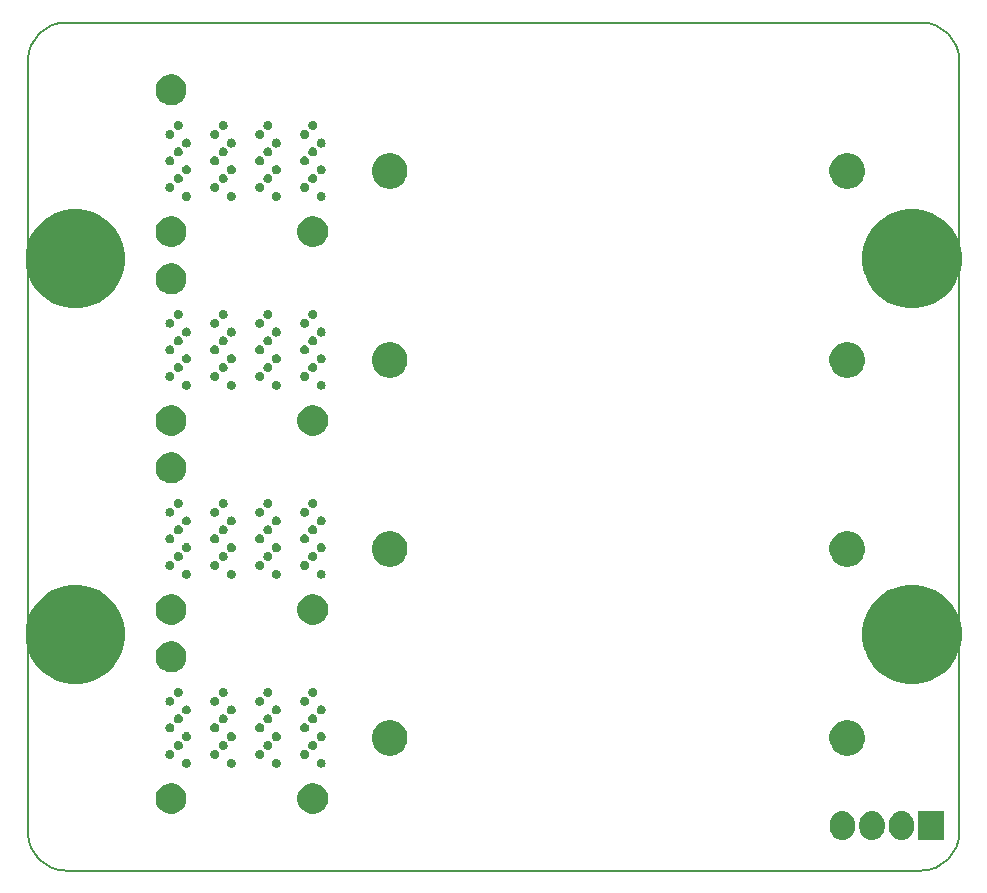
<source format=gbr>
%TF.GenerationSoftware,KiCad,Pcbnew,6.0.0-rc1-unknown-4a57541~66~ubuntu18.04.1*%
%TF.CreationDate,2018-09-13T13:12:40-06:00*%
%TF.ProjectId,thelio-io-sas,7468656C696F2D696F2D7361732E6B69,rev?*%
%TF.SameCoordinates,Original*%
%TF.FileFunction,Soldermask,Bot*%
%TF.FilePolarity,Negative*%
%FSLAX46Y46*%
G04 Gerber Fmt 4.6, Leading zero omitted, Abs format (unit mm)*
G04 Created by KiCad (PCBNEW 6.0.0-rc1-unknown-4a57541~66~ubuntu18.04.1) date Thu Sep 13 13:12:40 2018*
%MOMM*%
%LPD*%
G01*
G04 APERTURE LIST*
%ADD10C,0.200000*%
%ADD11C,0.150000*%
%ADD12C,0.350000*%
G04 APERTURE END LIST*
D10*
X75650000Y-71800000D02*
X3200000Y-71800000D01*
X0Y-68600000D02*
X0Y-3200000D01*
X78850000Y-3200000D02*
X78850000Y-68600000D01*
X0Y-3200000D02*
G75*
G02X3200000Y0I3200000J0D01*
G01*
X75650000Y0D02*
G75*
G02X78850000Y-3200000I0J-3200000D01*
G01*
X3200000Y0D02*
X75650000Y0D01*
D11*
X78850000Y-68600000D02*
G75*
G02X75650000Y-71800000I-3200000J0D01*
G01*
D10*
X3200000Y-71800000D02*
G75*
G02X0Y-68600000I0J3200000D01*
G01*
D12*
G36*
X71634419Y-66787026D02*
X71668777Y-66790410D01*
X71802611Y-66831009D01*
X71869529Y-66851308D01*
X72054545Y-66950200D01*
X72216712Y-67083288D01*
X72349800Y-67245455D01*
X72448692Y-67430470D01*
X72468991Y-67497388D01*
X72509590Y-67631222D01*
X72509590Y-67631224D01*
X72525000Y-67787682D01*
X72525000Y-68192317D01*
X72513443Y-68309660D01*
X72509590Y-68348777D01*
X72468991Y-68482611D01*
X72448692Y-68549529D01*
X72349800Y-68734545D01*
X72216712Y-68896712D01*
X72054545Y-69029800D01*
X71869530Y-69128692D01*
X71802612Y-69148991D01*
X71668778Y-69189590D01*
X71634420Y-69192974D01*
X71460000Y-69210153D01*
X71285581Y-69192974D01*
X71251223Y-69189590D01*
X71117389Y-69148991D01*
X71050471Y-69128692D01*
X70865456Y-69029800D01*
X70703289Y-68896712D01*
X70570200Y-68734545D01*
X70471308Y-68549530D01*
X70434769Y-68429078D01*
X70410410Y-68348778D01*
X70406558Y-68309662D01*
X70395000Y-68192318D01*
X70395000Y-67787683D01*
X70410410Y-67631225D01*
X70410410Y-67631223D01*
X70471308Y-67430472D01*
X70471308Y-67430471D01*
X70570200Y-67245455D01*
X70703288Y-67083288D01*
X70865455Y-66950200D01*
X71050470Y-66851308D01*
X71117388Y-66831009D01*
X71251222Y-66790410D01*
X71285580Y-66787026D01*
X71460000Y-66769847D01*
X71634419Y-66787026D01*
X71634419Y-66787026D01*
G37*
G36*
X69134419Y-66787026D02*
X69168777Y-66790410D01*
X69302611Y-66831009D01*
X69369529Y-66851308D01*
X69554545Y-66950200D01*
X69716712Y-67083288D01*
X69849800Y-67245455D01*
X69948692Y-67430470D01*
X69968991Y-67497388D01*
X70009590Y-67631222D01*
X70009590Y-67631224D01*
X70025000Y-67787682D01*
X70025000Y-68192317D01*
X70013443Y-68309660D01*
X70009590Y-68348777D01*
X69968991Y-68482611D01*
X69948692Y-68549529D01*
X69849800Y-68734545D01*
X69716712Y-68896712D01*
X69554545Y-69029800D01*
X69369530Y-69128692D01*
X69302612Y-69148991D01*
X69168778Y-69189590D01*
X69134420Y-69192974D01*
X68960000Y-69210153D01*
X68785581Y-69192974D01*
X68751223Y-69189590D01*
X68617389Y-69148991D01*
X68550471Y-69128692D01*
X68365456Y-69029800D01*
X68203289Y-68896712D01*
X68070200Y-68734545D01*
X67971308Y-68549530D01*
X67934769Y-68429078D01*
X67910410Y-68348778D01*
X67906558Y-68309662D01*
X67895000Y-68192318D01*
X67895000Y-67787683D01*
X67910410Y-67631225D01*
X67910410Y-67631223D01*
X67971308Y-67430472D01*
X67971308Y-67430471D01*
X68070200Y-67245455D01*
X68203288Y-67083288D01*
X68365455Y-66950200D01*
X68550470Y-66851308D01*
X68617388Y-66831009D01*
X68751222Y-66790410D01*
X68785580Y-66787026D01*
X68960000Y-66769847D01*
X69134419Y-66787026D01*
X69134419Y-66787026D01*
G37*
G36*
X74134419Y-66787026D02*
X74168777Y-66790410D01*
X74302611Y-66831009D01*
X74369529Y-66851308D01*
X74554545Y-66950200D01*
X74716712Y-67083288D01*
X74849800Y-67245455D01*
X74948692Y-67430470D01*
X74968991Y-67497388D01*
X75009590Y-67631222D01*
X75009590Y-67631224D01*
X75025000Y-67787682D01*
X75025000Y-68192317D01*
X75013443Y-68309660D01*
X75009590Y-68348777D01*
X74968991Y-68482611D01*
X74948692Y-68549529D01*
X74849800Y-68734545D01*
X74716712Y-68896712D01*
X74554545Y-69029800D01*
X74369530Y-69128692D01*
X74302612Y-69148991D01*
X74168778Y-69189590D01*
X74134420Y-69192974D01*
X73960000Y-69210153D01*
X73785581Y-69192974D01*
X73751223Y-69189590D01*
X73617389Y-69148991D01*
X73550471Y-69128692D01*
X73365456Y-69029800D01*
X73203289Y-68896712D01*
X73070200Y-68734545D01*
X72971308Y-68549530D01*
X72934769Y-68429078D01*
X72910410Y-68348778D01*
X72906558Y-68309662D01*
X72895000Y-68192318D01*
X72895000Y-67787683D01*
X72910410Y-67631225D01*
X72910410Y-67631223D01*
X72971308Y-67430472D01*
X72971308Y-67430471D01*
X73070200Y-67245455D01*
X73203288Y-67083288D01*
X73365455Y-66950200D01*
X73550470Y-66851308D01*
X73617388Y-66831009D01*
X73751222Y-66790410D01*
X73785580Y-66787026D01*
X73960000Y-66769847D01*
X74134419Y-66787026D01*
X74134419Y-66787026D01*
G37*
G36*
X77525000Y-69205000D02*
X75395000Y-69205000D01*
X75395000Y-66775000D01*
X77525000Y-66775000D01*
X77525000Y-69205000D01*
X77525000Y-69205000D01*
G37*
G36*
X12499196Y-64449958D02*
X12735780Y-64547954D01*
X12948705Y-64690226D01*
X13129774Y-64871295D01*
X13272046Y-65084220D01*
X13370042Y-65320804D01*
X13420000Y-65571960D01*
X13420000Y-65828040D01*
X13370042Y-66079196D01*
X13272046Y-66315780D01*
X13129774Y-66528705D01*
X12948705Y-66709774D01*
X12735780Y-66852046D01*
X12499196Y-66950042D01*
X12248040Y-67000000D01*
X11991960Y-67000000D01*
X11740804Y-66950042D01*
X11504220Y-66852046D01*
X11291295Y-66709774D01*
X11110226Y-66528705D01*
X10967954Y-66315780D01*
X10869958Y-66079196D01*
X10820000Y-65828040D01*
X10820000Y-65571960D01*
X10869958Y-65320804D01*
X10967954Y-65084220D01*
X11110226Y-64871295D01*
X11291295Y-64690226D01*
X11504220Y-64547954D01*
X11740804Y-64449958D01*
X11991960Y-64400000D01*
X12248040Y-64400000D01*
X12499196Y-64449958D01*
X12499196Y-64449958D01*
G37*
G36*
X24499196Y-64449958D02*
X24735780Y-64547954D01*
X24948705Y-64690226D01*
X25129774Y-64871295D01*
X25272046Y-65084220D01*
X25370042Y-65320804D01*
X25420000Y-65571960D01*
X25420000Y-65828040D01*
X25370042Y-66079196D01*
X25272046Y-66315780D01*
X25129774Y-66528705D01*
X24948705Y-66709774D01*
X24735780Y-66852046D01*
X24499196Y-66950042D01*
X24248040Y-67000000D01*
X23991960Y-67000000D01*
X23740804Y-66950042D01*
X23504220Y-66852046D01*
X23291295Y-66709774D01*
X23110226Y-66528705D01*
X22967954Y-66315780D01*
X22869958Y-66079196D01*
X22820000Y-65828040D01*
X22820000Y-65571960D01*
X22869958Y-65320804D01*
X22967954Y-65084220D01*
X23110226Y-64871295D01*
X23291295Y-64690226D01*
X23504220Y-64547954D01*
X23740804Y-64449958D01*
X23991960Y-64400000D01*
X24248040Y-64400000D01*
X24499196Y-64449958D01*
X24499196Y-64449958D01*
G37*
G36*
X17284087Y-62320205D02*
X17332300Y-62329795D01*
X17402366Y-62358817D01*
X17402367Y-62358818D01*
X17465426Y-62400953D01*
X17519047Y-62454574D01*
X17519049Y-62454577D01*
X17561183Y-62517634D01*
X17590205Y-62587700D01*
X17605000Y-62662081D01*
X17605000Y-62737919D01*
X17590205Y-62812300D01*
X17561183Y-62882366D01*
X17561182Y-62882367D01*
X17519047Y-62945426D01*
X17465426Y-62999047D01*
X17465423Y-62999049D01*
X17402366Y-63041183D01*
X17332300Y-63070205D01*
X17295109Y-63077603D01*
X17257921Y-63085000D01*
X17182079Y-63085000D01*
X17144891Y-63077603D01*
X17107700Y-63070205D01*
X17037634Y-63041183D01*
X16974577Y-62999049D01*
X16974574Y-62999047D01*
X16920953Y-62945426D01*
X16878818Y-62882367D01*
X16878817Y-62882366D01*
X16849795Y-62812300D01*
X16835000Y-62737919D01*
X16835000Y-62662081D01*
X16849795Y-62587700D01*
X16878817Y-62517634D01*
X16920951Y-62454577D01*
X16920953Y-62454574D01*
X16974574Y-62400953D01*
X17037633Y-62358818D01*
X17037634Y-62358817D01*
X17107700Y-62329795D01*
X17155913Y-62320205D01*
X17182079Y-62315000D01*
X17257921Y-62315000D01*
X17284087Y-62320205D01*
X17284087Y-62320205D01*
G37*
G36*
X24884087Y-62320205D02*
X24932300Y-62329795D01*
X25002366Y-62358817D01*
X25002367Y-62358818D01*
X25065426Y-62400953D01*
X25119047Y-62454574D01*
X25119049Y-62454577D01*
X25161183Y-62517634D01*
X25190205Y-62587700D01*
X25205000Y-62662081D01*
X25205000Y-62737919D01*
X25190205Y-62812300D01*
X25161183Y-62882366D01*
X25161182Y-62882367D01*
X25119047Y-62945426D01*
X25065426Y-62999047D01*
X25065423Y-62999049D01*
X25002366Y-63041183D01*
X24932300Y-63070205D01*
X24895109Y-63077603D01*
X24857921Y-63085000D01*
X24782079Y-63085000D01*
X24744891Y-63077603D01*
X24707700Y-63070205D01*
X24637634Y-63041183D01*
X24574577Y-62999049D01*
X24574574Y-62999047D01*
X24520953Y-62945426D01*
X24478818Y-62882367D01*
X24478817Y-62882366D01*
X24449795Y-62812300D01*
X24435000Y-62737919D01*
X24435000Y-62662081D01*
X24449795Y-62587700D01*
X24478817Y-62517634D01*
X24520951Y-62454577D01*
X24520953Y-62454574D01*
X24574574Y-62400953D01*
X24637633Y-62358818D01*
X24637634Y-62358817D01*
X24707700Y-62329795D01*
X24755913Y-62320205D01*
X24782079Y-62315000D01*
X24857921Y-62315000D01*
X24884087Y-62320205D01*
X24884087Y-62320205D01*
G37*
G36*
X13484087Y-62320205D02*
X13532300Y-62329795D01*
X13602366Y-62358817D01*
X13602367Y-62358818D01*
X13665426Y-62400953D01*
X13719047Y-62454574D01*
X13719049Y-62454577D01*
X13761183Y-62517634D01*
X13790205Y-62587700D01*
X13805000Y-62662081D01*
X13805000Y-62737919D01*
X13790205Y-62812300D01*
X13761183Y-62882366D01*
X13761182Y-62882367D01*
X13719047Y-62945426D01*
X13665426Y-62999047D01*
X13665423Y-62999049D01*
X13602366Y-63041183D01*
X13532300Y-63070205D01*
X13495109Y-63077603D01*
X13457921Y-63085000D01*
X13382079Y-63085000D01*
X13344891Y-63077603D01*
X13307700Y-63070205D01*
X13237634Y-63041183D01*
X13174577Y-62999049D01*
X13174574Y-62999047D01*
X13120953Y-62945426D01*
X13078818Y-62882367D01*
X13078817Y-62882366D01*
X13049795Y-62812300D01*
X13035000Y-62737919D01*
X13035000Y-62662081D01*
X13049795Y-62587700D01*
X13078817Y-62517634D01*
X13120951Y-62454577D01*
X13120953Y-62454574D01*
X13174574Y-62400953D01*
X13237633Y-62358818D01*
X13237634Y-62358817D01*
X13307700Y-62329795D01*
X13355913Y-62320205D01*
X13382079Y-62315000D01*
X13457921Y-62315000D01*
X13484087Y-62320205D01*
X13484087Y-62320205D01*
G37*
G36*
X21084087Y-62320205D02*
X21132300Y-62329795D01*
X21202366Y-62358817D01*
X21202367Y-62358818D01*
X21265426Y-62400953D01*
X21319047Y-62454574D01*
X21319049Y-62454577D01*
X21361183Y-62517634D01*
X21390205Y-62587700D01*
X21405000Y-62662081D01*
X21405000Y-62737919D01*
X21390205Y-62812300D01*
X21361183Y-62882366D01*
X21361182Y-62882367D01*
X21319047Y-62945426D01*
X21265426Y-62999047D01*
X21265423Y-62999049D01*
X21202366Y-63041183D01*
X21132300Y-63070205D01*
X21095109Y-63077603D01*
X21057921Y-63085000D01*
X20982079Y-63085000D01*
X20944891Y-63077603D01*
X20907700Y-63070205D01*
X20837634Y-63041183D01*
X20774577Y-62999049D01*
X20774574Y-62999047D01*
X20720953Y-62945426D01*
X20678818Y-62882367D01*
X20678817Y-62882366D01*
X20649795Y-62812300D01*
X20635000Y-62737919D01*
X20635000Y-62662081D01*
X20649795Y-62587700D01*
X20678817Y-62517634D01*
X20720951Y-62454577D01*
X20720953Y-62454574D01*
X20774574Y-62400953D01*
X20837633Y-62358818D01*
X20837634Y-62358817D01*
X20907700Y-62329795D01*
X20955913Y-62320205D01*
X20982079Y-62315000D01*
X21057921Y-62315000D01*
X21084087Y-62320205D01*
X21084087Y-62320205D01*
G37*
G36*
X23484087Y-61570205D02*
X23532300Y-61579795D01*
X23602366Y-61608817D01*
X23602367Y-61608818D01*
X23665426Y-61650953D01*
X23719047Y-61704574D01*
X23719049Y-61704577D01*
X23761183Y-61767634D01*
X23790205Y-61837700D01*
X23790205Y-61837702D01*
X23805000Y-61912079D01*
X23805000Y-61987921D01*
X23797603Y-62025109D01*
X23790205Y-62062300D01*
X23761183Y-62132366D01*
X23761182Y-62132367D01*
X23719047Y-62195426D01*
X23665426Y-62249047D01*
X23665423Y-62249049D01*
X23602366Y-62291183D01*
X23532300Y-62320205D01*
X23495109Y-62327603D01*
X23457921Y-62335000D01*
X23382079Y-62335000D01*
X23344891Y-62327603D01*
X23307700Y-62320205D01*
X23237634Y-62291183D01*
X23174577Y-62249049D01*
X23174574Y-62249047D01*
X23120953Y-62195426D01*
X23078818Y-62132367D01*
X23078817Y-62132366D01*
X23049795Y-62062300D01*
X23042397Y-62025109D01*
X23035000Y-61987921D01*
X23035000Y-61912079D01*
X23049795Y-61837702D01*
X23049795Y-61837700D01*
X23078817Y-61767634D01*
X23120951Y-61704577D01*
X23120953Y-61704574D01*
X23174574Y-61650953D01*
X23237633Y-61608818D01*
X23237634Y-61608817D01*
X23307700Y-61579795D01*
X23355913Y-61570205D01*
X23382079Y-61565000D01*
X23457921Y-61565000D01*
X23484087Y-61570205D01*
X23484087Y-61570205D01*
G37*
G36*
X19684087Y-61570205D02*
X19732300Y-61579795D01*
X19802366Y-61608817D01*
X19802367Y-61608818D01*
X19865426Y-61650953D01*
X19919047Y-61704574D01*
X19919049Y-61704577D01*
X19961183Y-61767634D01*
X19990205Y-61837700D01*
X19990205Y-61837702D01*
X20005000Y-61912079D01*
X20005000Y-61987921D01*
X19997603Y-62025109D01*
X19990205Y-62062300D01*
X19961183Y-62132366D01*
X19961182Y-62132367D01*
X19919047Y-62195426D01*
X19865426Y-62249047D01*
X19865423Y-62249049D01*
X19802366Y-62291183D01*
X19732300Y-62320205D01*
X19695109Y-62327603D01*
X19657921Y-62335000D01*
X19582079Y-62335000D01*
X19544891Y-62327603D01*
X19507700Y-62320205D01*
X19437634Y-62291183D01*
X19374577Y-62249049D01*
X19374574Y-62249047D01*
X19320953Y-62195426D01*
X19278818Y-62132367D01*
X19278817Y-62132366D01*
X19249795Y-62062300D01*
X19242397Y-62025109D01*
X19235000Y-61987921D01*
X19235000Y-61912079D01*
X19249795Y-61837702D01*
X19249795Y-61837700D01*
X19278817Y-61767634D01*
X19320951Y-61704577D01*
X19320953Y-61704574D01*
X19374574Y-61650953D01*
X19437633Y-61608818D01*
X19437634Y-61608817D01*
X19507700Y-61579795D01*
X19555913Y-61570205D01*
X19582079Y-61565000D01*
X19657921Y-61565000D01*
X19684087Y-61570205D01*
X19684087Y-61570205D01*
G37*
G36*
X15884087Y-61570205D02*
X15932300Y-61579795D01*
X16002366Y-61608817D01*
X16002367Y-61608818D01*
X16065426Y-61650953D01*
X16119047Y-61704574D01*
X16119049Y-61704577D01*
X16161183Y-61767634D01*
X16190205Y-61837700D01*
X16190205Y-61837702D01*
X16205000Y-61912079D01*
X16205000Y-61987921D01*
X16197603Y-62025109D01*
X16190205Y-62062300D01*
X16161183Y-62132366D01*
X16161182Y-62132367D01*
X16119047Y-62195426D01*
X16065426Y-62249047D01*
X16065423Y-62249049D01*
X16002366Y-62291183D01*
X15932300Y-62320205D01*
X15895109Y-62327603D01*
X15857921Y-62335000D01*
X15782079Y-62335000D01*
X15744891Y-62327603D01*
X15707700Y-62320205D01*
X15637634Y-62291183D01*
X15574577Y-62249049D01*
X15574574Y-62249047D01*
X15520953Y-62195426D01*
X15478818Y-62132367D01*
X15478817Y-62132366D01*
X15449795Y-62062300D01*
X15442397Y-62025109D01*
X15435000Y-61987921D01*
X15435000Y-61912079D01*
X15449795Y-61837702D01*
X15449795Y-61837700D01*
X15478817Y-61767634D01*
X15520951Y-61704577D01*
X15520953Y-61704574D01*
X15574574Y-61650953D01*
X15637633Y-61608818D01*
X15637634Y-61608817D01*
X15707700Y-61579795D01*
X15755913Y-61570205D01*
X15782079Y-61565000D01*
X15857921Y-61565000D01*
X15884087Y-61570205D01*
X15884087Y-61570205D01*
G37*
G36*
X12084087Y-61570205D02*
X12132300Y-61579795D01*
X12202366Y-61608817D01*
X12202367Y-61608818D01*
X12265426Y-61650953D01*
X12319047Y-61704574D01*
X12319049Y-61704577D01*
X12361183Y-61767634D01*
X12390205Y-61837700D01*
X12390205Y-61837702D01*
X12405000Y-61912079D01*
X12405000Y-61987921D01*
X12397603Y-62025109D01*
X12390205Y-62062300D01*
X12361183Y-62132366D01*
X12361182Y-62132367D01*
X12319047Y-62195426D01*
X12265426Y-62249047D01*
X12265423Y-62249049D01*
X12202366Y-62291183D01*
X12132300Y-62320205D01*
X12095109Y-62327603D01*
X12057921Y-62335000D01*
X11982079Y-62335000D01*
X11944891Y-62327603D01*
X11907700Y-62320205D01*
X11837634Y-62291183D01*
X11774577Y-62249049D01*
X11774574Y-62249047D01*
X11720953Y-62195426D01*
X11678818Y-62132367D01*
X11678817Y-62132366D01*
X11649795Y-62062300D01*
X11642397Y-62025109D01*
X11635000Y-61987921D01*
X11635000Y-61912079D01*
X11649795Y-61837702D01*
X11649795Y-61837700D01*
X11678817Y-61767634D01*
X11720951Y-61704577D01*
X11720953Y-61704574D01*
X11774574Y-61650953D01*
X11837633Y-61608818D01*
X11837634Y-61608817D01*
X11907700Y-61579795D01*
X11955913Y-61570205D01*
X11982079Y-61565000D01*
X12057921Y-61565000D01*
X12084087Y-61570205D01*
X12084087Y-61570205D01*
G37*
G36*
X30975935Y-59098429D02*
X31072534Y-59117644D01*
X31345517Y-59230717D01*
X31493797Y-59329795D01*
X31591197Y-59394876D01*
X31800124Y-59603803D01*
X31800126Y-59603806D01*
X31964283Y-59849483D01*
X32071703Y-60108818D01*
X32077356Y-60122467D01*
X32135000Y-60412261D01*
X32135000Y-60707739D01*
X32104948Y-60858818D01*
X32077356Y-60997534D01*
X31964283Y-61270517D01*
X31936364Y-61312300D01*
X31800124Y-61516197D01*
X31591197Y-61725124D01*
X31591194Y-61725126D01*
X31345517Y-61889283D01*
X31345516Y-61889284D01*
X31345515Y-61889284D01*
X31290478Y-61912081D01*
X31072534Y-62002356D01*
X30975935Y-62021571D01*
X30782739Y-62060000D01*
X30487261Y-62060000D01*
X30294065Y-62021571D01*
X30197466Y-62002356D01*
X29979522Y-61912081D01*
X29924485Y-61889284D01*
X29924484Y-61889284D01*
X29924483Y-61889283D01*
X29678806Y-61725126D01*
X29678803Y-61725124D01*
X29469876Y-61516197D01*
X29333636Y-61312300D01*
X29305717Y-61270517D01*
X29192644Y-60997534D01*
X29165052Y-60858818D01*
X29135000Y-60707739D01*
X29135000Y-60412261D01*
X29192644Y-60122467D01*
X29198298Y-60108818D01*
X29305717Y-59849483D01*
X29469874Y-59603806D01*
X29469876Y-59603803D01*
X29678803Y-59394876D01*
X29776203Y-59329795D01*
X29924483Y-59230717D01*
X30197466Y-59117644D01*
X30294065Y-59098429D01*
X30487261Y-59060000D01*
X30782739Y-59060000D01*
X30975935Y-59098429D01*
X30975935Y-59098429D01*
G37*
G36*
X69705935Y-59098429D02*
X69802534Y-59117644D01*
X70075517Y-59230717D01*
X70223797Y-59329795D01*
X70321197Y-59394876D01*
X70530124Y-59603803D01*
X70530126Y-59603806D01*
X70694283Y-59849483D01*
X70801703Y-60108818D01*
X70807356Y-60122467D01*
X70865000Y-60412261D01*
X70865000Y-60707739D01*
X70834948Y-60858818D01*
X70807356Y-60997534D01*
X70694283Y-61270517D01*
X70666364Y-61312300D01*
X70530124Y-61516197D01*
X70321197Y-61725124D01*
X70321194Y-61725126D01*
X70075517Y-61889283D01*
X70075516Y-61889284D01*
X70075515Y-61889284D01*
X70020478Y-61912081D01*
X69802534Y-62002356D01*
X69705935Y-62021571D01*
X69512739Y-62060000D01*
X69217261Y-62060000D01*
X69024065Y-62021571D01*
X68927466Y-62002356D01*
X68709522Y-61912081D01*
X68654485Y-61889284D01*
X68654484Y-61889284D01*
X68654483Y-61889283D01*
X68408806Y-61725126D01*
X68408803Y-61725124D01*
X68199876Y-61516197D01*
X68063636Y-61312300D01*
X68035717Y-61270517D01*
X67922644Y-60997534D01*
X67895052Y-60858818D01*
X67865000Y-60707739D01*
X67865000Y-60412261D01*
X67922644Y-60122467D01*
X67928298Y-60108818D01*
X68035717Y-59849483D01*
X68199874Y-59603806D01*
X68199876Y-59603803D01*
X68408803Y-59394876D01*
X68506203Y-59329795D01*
X68654483Y-59230717D01*
X68927466Y-59117644D01*
X69024065Y-59098429D01*
X69217261Y-59060000D01*
X69512739Y-59060000D01*
X69705935Y-59098429D01*
X69705935Y-59098429D01*
G37*
G36*
X12784087Y-60820205D02*
X12832300Y-60829795D01*
X12902366Y-60858817D01*
X12902367Y-60858818D01*
X12965426Y-60900953D01*
X13019047Y-60954574D01*
X13019049Y-60954577D01*
X13061183Y-61017634D01*
X13090205Y-61087700D01*
X13105000Y-61162081D01*
X13105000Y-61237919D01*
X13090205Y-61312300D01*
X13061183Y-61382366D01*
X13061182Y-61382367D01*
X13019047Y-61445426D01*
X12965426Y-61499047D01*
X12965423Y-61499049D01*
X12902366Y-61541183D01*
X12832300Y-61570205D01*
X12795110Y-61577602D01*
X12757921Y-61585000D01*
X12682079Y-61585000D01*
X12644890Y-61577602D01*
X12607700Y-61570205D01*
X12537634Y-61541183D01*
X12474577Y-61499049D01*
X12474574Y-61499047D01*
X12420953Y-61445426D01*
X12378818Y-61382367D01*
X12378817Y-61382366D01*
X12349795Y-61312300D01*
X12335000Y-61237919D01*
X12335000Y-61162081D01*
X12349795Y-61087700D01*
X12378817Y-61017634D01*
X12420951Y-60954577D01*
X12420953Y-60954574D01*
X12474574Y-60900953D01*
X12537633Y-60858818D01*
X12537634Y-60858817D01*
X12607700Y-60829795D01*
X12655913Y-60820205D01*
X12682079Y-60815000D01*
X12757921Y-60815000D01*
X12784087Y-60820205D01*
X12784087Y-60820205D01*
G37*
G36*
X20384087Y-60820205D02*
X20432300Y-60829795D01*
X20502366Y-60858817D01*
X20502367Y-60858818D01*
X20565426Y-60900953D01*
X20619047Y-60954574D01*
X20619049Y-60954577D01*
X20661183Y-61017634D01*
X20690205Y-61087700D01*
X20705000Y-61162081D01*
X20705000Y-61237919D01*
X20690205Y-61312300D01*
X20661183Y-61382366D01*
X20661182Y-61382367D01*
X20619047Y-61445426D01*
X20565426Y-61499047D01*
X20565423Y-61499049D01*
X20502366Y-61541183D01*
X20432300Y-61570205D01*
X20395110Y-61577602D01*
X20357921Y-61585000D01*
X20282079Y-61585000D01*
X20244890Y-61577602D01*
X20207700Y-61570205D01*
X20137634Y-61541183D01*
X20074577Y-61499049D01*
X20074574Y-61499047D01*
X20020953Y-61445426D01*
X19978818Y-61382367D01*
X19978817Y-61382366D01*
X19949795Y-61312300D01*
X19935000Y-61237919D01*
X19935000Y-61162081D01*
X19949795Y-61087700D01*
X19978817Y-61017634D01*
X20020951Y-60954577D01*
X20020953Y-60954574D01*
X20074574Y-60900953D01*
X20137633Y-60858818D01*
X20137634Y-60858817D01*
X20207700Y-60829795D01*
X20255913Y-60820205D01*
X20282079Y-60815000D01*
X20357921Y-60815000D01*
X20384087Y-60820205D01*
X20384087Y-60820205D01*
G37*
G36*
X16584087Y-60820205D02*
X16632300Y-60829795D01*
X16702366Y-60858817D01*
X16702367Y-60858818D01*
X16765426Y-60900953D01*
X16819047Y-60954574D01*
X16819049Y-60954577D01*
X16861183Y-61017634D01*
X16890205Y-61087700D01*
X16905000Y-61162081D01*
X16905000Y-61237919D01*
X16890205Y-61312300D01*
X16861183Y-61382366D01*
X16861182Y-61382367D01*
X16819047Y-61445426D01*
X16765426Y-61499047D01*
X16765423Y-61499049D01*
X16702366Y-61541183D01*
X16632300Y-61570205D01*
X16595110Y-61577602D01*
X16557921Y-61585000D01*
X16482079Y-61585000D01*
X16444890Y-61577602D01*
X16407700Y-61570205D01*
X16337634Y-61541183D01*
X16274577Y-61499049D01*
X16274574Y-61499047D01*
X16220953Y-61445426D01*
X16178818Y-61382367D01*
X16178817Y-61382366D01*
X16149795Y-61312300D01*
X16135000Y-61237919D01*
X16135000Y-61162081D01*
X16149795Y-61087700D01*
X16178817Y-61017634D01*
X16220951Y-60954577D01*
X16220953Y-60954574D01*
X16274574Y-60900953D01*
X16337633Y-60858818D01*
X16337634Y-60858817D01*
X16407700Y-60829795D01*
X16455913Y-60820205D01*
X16482079Y-60815000D01*
X16557921Y-60815000D01*
X16584087Y-60820205D01*
X16584087Y-60820205D01*
G37*
G36*
X24184087Y-60820205D02*
X24232300Y-60829795D01*
X24302366Y-60858817D01*
X24302367Y-60858818D01*
X24365426Y-60900953D01*
X24419047Y-60954574D01*
X24419049Y-60954577D01*
X24461183Y-61017634D01*
X24490205Y-61087700D01*
X24505000Y-61162081D01*
X24505000Y-61237919D01*
X24490205Y-61312300D01*
X24461183Y-61382366D01*
X24461182Y-61382367D01*
X24419047Y-61445426D01*
X24365426Y-61499047D01*
X24365423Y-61499049D01*
X24302366Y-61541183D01*
X24232300Y-61570205D01*
X24195110Y-61577602D01*
X24157921Y-61585000D01*
X24082079Y-61585000D01*
X24044890Y-61577602D01*
X24007700Y-61570205D01*
X23937634Y-61541183D01*
X23874577Y-61499049D01*
X23874574Y-61499047D01*
X23820953Y-61445426D01*
X23778818Y-61382367D01*
X23778817Y-61382366D01*
X23749795Y-61312300D01*
X23735000Y-61237919D01*
X23735000Y-61162081D01*
X23749795Y-61087700D01*
X23778817Y-61017634D01*
X23820951Y-60954577D01*
X23820953Y-60954574D01*
X23874574Y-60900953D01*
X23937633Y-60858818D01*
X23937634Y-60858817D01*
X24007700Y-60829795D01*
X24055913Y-60820205D01*
X24082079Y-60815000D01*
X24157921Y-60815000D01*
X24184087Y-60820205D01*
X24184087Y-60820205D01*
G37*
G36*
X21084087Y-60070205D02*
X21132300Y-60079795D01*
X21202366Y-60108817D01*
X21202367Y-60108818D01*
X21265426Y-60150953D01*
X21319047Y-60204574D01*
X21319049Y-60204577D01*
X21361183Y-60267634D01*
X21390205Y-60337700D01*
X21405000Y-60412081D01*
X21405000Y-60487919D01*
X21390205Y-60562300D01*
X21361183Y-60632366D01*
X21361182Y-60632367D01*
X21319047Y-60695426D01*
X21265426Y-60749047D01*
X21265423Y-60749049D01*
X21202366Y-60791183D01*
X21132300Y-60820205D01*
X21095110Y-60827602D01*
X21057921Y-60835000D01*
X20982079Y-60835000D01*
X20944890Y-60827602D01*
X20907700Y-60820205D01*
X20837634Y-60791183D01*
X20774577Y-60749049D01*
X20774574Y-60749047D01*
X20720953Y-60695426D01*
X20678818Y-60632367D01*
X20678817Y-60632366D01*
X20649795Y-60562300D01*
X20635000Y-60487919D01*
X20635000Y-60412081D01*
X20649795Y-60337700D01*
X20678817Y-60267634D01*
X20720951Y-60204577D01*
X20720953Y-60204574D01*
X20774574Y-60150953D01*
X20837633Y-60108818D01*
X20837634Y-60108817D01*
X20907700Y-60079795D01*
X20955913Y-60070205D01*
X20982079Y-60065000D01*
X21057921Y-60065000D01*
X21084087Y-60070205D01*
X21084087Y-60070205D01*
G37*
G36*
X24884087Y-60070205D02*
X24932300Y-60079795D01*
X25002366Y-60108817D01*
X25002367Y-60108818D01*
X25065426Y-60150953D01*
X25119047Y-60204574D01*
X25119049Y-60204577D01*
X25161183Y-60267634D01*
X25190205Y-60337700D01*
X25205000Y-60412081D01*
X25205000Y-60487919D01*
X25190205Y-60562300D01*
X25161183Y-60632366D01*
X25161182Y-60632367D01*
X25119047Y-60695426D01*
X25065426Y-60749047D01*
X25065423Y-60749049D01*
X25002366Y-60791183D01*
X24932300Y-60820205D01*
X24895110Y-60827602D01*
X24857921Y-60835000D01*
X24782079Y-60835000D01*
X24744890Y-60827602D01*
X24707700Y-60820205D01*
X24637634Y-60791183D01*
X24574577Y-60749049D01*
X24574574Y-60749047D01*
X24520953Y-60695426D01*
X24478818Y-60632367D01*
X24478817Y-60632366D01*
X24449795Y-60562300D01*
X24435000Y-60487919D01*
X24435000Y-60412081D01*
X24449795Y-60337700D01*
X24478817Y-60267634D01*
X24520951Y-60204577D01*
X24520953Y-60204574D01*
X24574574Y-60150953D01*
X24637633Y-60108818D01*
X24637634Y-60108817D01*
X24707700Y-60079795D01*
X24755913Y-60070205D01*
X24782079Y-60065000D01*
X24857921Y-60065000D01*
X24884087Y-60070205D01*
X24884087Y-60070205D01*
G37*
G36*
X13484087Y-60070205D02*
X13532300Y-60079795D01*
X13602366Y-60108817D01*
X13602367Y-60108818D01*
X13665426Y-60150953D01*
X13719047Y-60204574D01*
X13719049Y-60204577D01*
X13761183Y-60267634D01*
X13790205Y-60337700D01*
X13805000Y-60412081D01*
X13805000Y-60487919D01*
X13790205Y-60562300D01*
X13761183Y-60632366D01*
X13761182Y-60632367D01*
X13719047Y-60695426D01*
X13665426Y-60749047D01*
X13665423Y-60749049D01*
X13602366Y-60791183D01*
X13532300Y-60820205D01*
X13495110Y-60827602D01*
X13457921Y-60835000D01*
X13382079Y-60835000D01*
X13344890Y-60827602D01*
X13307700Y-60820205D01*
X13237634Y-60791183D01*
X13174577Y-60749049D01*
X13174574Y-60749047D01*
X13120953Y-60695426D01*
X13078818Y-60632367D01*
X13078817Y-60632366D01*
X13049795Y-60562300D01*
X13035000Y-60487919D01*
X13035000Y-60412081D01*
X13049795Y-60337700D01*
X13078817Y-60267634D01*
X13120951Y-60204577D01*
X13120953Y-60204574D01*
X13174574Y-60150953D01*
X13237633Y-60108818D01*
X13237634Y-60108817D01*
X13307700Y-60079795D01*
X13355913Y-60070205D01*
X13382079Y-60065000D01*
X13457921Y-60065000D01*
X13484087Y-60070205D01*
X13484087Y-60070205D01*
G37*
G36*
X17284087Y-60070205D02*
X17332300Y-60079795D01*
X17402366Y-60108817D01*
X17402367Y-60108818D01*
X17465426Y-60150953D01*
X17519047Y-60204574D01*
X17519049Y-60204577D01*
X17561183Y-60267634D01*
X17590205Y-60337700D01*
X17605000Y-60412081D01*
X17605000Y-60487919D01*
X17590205Y-60562300D01*
X17561183Y-60632366D01*
X17561182Y-60632367D01*
X17519047Y-60695426D01*
X17465426Y-60749047D01*
X17465423Y-60749049D01*
X17402366Y-60791183D01*
X17332300Y-60820205D01*
X17295110Y-60827602D01*
X17257921Y-60835000D01*
X17182079Y-60835000D01*
X17144890Y-60827602D01*
X17107700Y-60820205D01*
X17037634Y-60791183D01*
X16974577Y-60749049D01*
X16974574Y-60749047D01*
X16920953Y-60695426D01*
X16878818Y-60632367D01*
X16878817Y-60632366D01*
X16849795Y-60562300D01*
X16835000Y-60487919D01*
X16835000Y-60412081D01*
X16849795Y-60337700D01*
X16878817Y-60267634D01*
X16920951Y-60204577D01*
X16920953Y-60204574D01*
X16974574Y-60150953D01*
X17037633Y-60108818D01*
X17037634Y-60108817D01*
X17107700Y-60079795D01*
X17155913Y-60070205D01*
X17182079Y-60065000D01*
X17257921Y-60065000D01*
X17284087Y-60070205D01*
X17284087Y-60070205D01*
G37*
G36*
X19684087Y-59320205D02*
X19732300Y-59329795D01*
X19802366Y-59358817D01*
X19802367Y-59358818D01*
X19865426Y-59400953D01*
X19919047Y-59454574D01*
X19919049Y-59454577D01*
X19961183Y-59517634D01*
X19990205Y-59587700D01*
X20005000Y-59662081D01*
X20005000Y-59737919D01*
X19990205Y-59812300D01*
X19961183Y-59882366D01*
X19961182Y-59882367D01*
X19919047Y-59945426D01*
X19865426Y-59999047D01*
X19865423Y-59999049D01*
X19802366Y-60041183D01*
X19732300Y-60070205D01*
X19695110Y-60077602D01*
X19657921Y-60085000D01*
X19582079Y-60085000D01*
X19544890Y-60077602D01*
X19507700Y-60070205D01*
X19437634Y-60041183D01*
X19374577Y-59999049D01*
X19374574Y-59999047D01*
X19320953Y-59945426D01*
X19278818Y-59882367D01*
X19278817Y-59882366D01*
X19249795Y-59812300D01*
X19235000Y-59737919D01*
X19235000Y-59662081D01*
X19249795Y-59587700D01*
X19278817Y-59517634D01*
X19320951Y-59454577D01*
X19320953Y-59454574D01*
X19374574Y-59400953D01*
X19437633Y-59358818D01*
X19437634Y-59358817D01*
X19507700Y-59329795D01*
X19555913Y-59320205D01*
X19582079Y-59315000D01*
X19657921Y-59315000D01*
X19684087Y-59320205D01*
X19684087Y-59320205D01*
G37*
G36*
X23484087Y-59320205D02*
X23532300Y-59329795D01*
X23602366Y-59358817D01*
X23602367Y-59358818D01*
X23665426Y-59400953D01*
X23719047Y-59454574D01*
X23719049Y-59454577D01*
X23761183Y-59517634D01*
X23790205Y-59587700D01*
X23805000Y-59662081D01*
X23805000Y-59737919D01*
X23790205Y-59812300D01*
X23761183Y-59882366D01*
X23761182Y-59882367D01*
X23719047Y-59945426D01*
X23665426Y-59999047D01*
X23665423Y-59999049D01*
X23602366Y-60041183D01*
X23532300Y-60070205D01*
X23495110Y-60077602D01*
X23457921Y-60085000D01*
X23382079Y-60085000D01*
X23344890Y-60077602D01*
X23307700Y-60070205D01*
X23237634Y-60041183D01*
X23174577Y-59999049D01*
X23174574Y-59999047D01*
X23120953Y-59945426D01*
X23078818Y-59882367D01*
X23078817Y-59882366D01*
X23049795Y-59812300D01*
X23035000Y-59737919D01*
X23035000Y-59662081D01*
X23049795Y-59587700D01*
X23078817Y-59517634D01*
X23120951Y-59454577D01*
X23120953Y-59454574D01*
X23174574Y-59400953D01*
X23237633Y-59358818D01*
X23237634Y-59358817D01*
X23307700Y-59329795D01*
X23355913Y-59320205D01*
X23382079Y-59315000D01*
X23457921Y-59315000D01*
X23484087Y-59320205D01*
X23484087Y-59320205D01*
G37*
G36*
X12084087Y-59320205D02*
X12132300Y-59329795D01*
X12202366Y-59358817D01*
X12202367Y-59358818D01*
X12265426Y-59400953D01*
X12319047Y-59454574D01*
X12319049Y-59454577D01*
X12361183Y-59517634D01*
X12390205Y-59587700D01*
X12405000Y-59662081D01*
X12405000Y-59737919D01*
X12390205Y-59812300D01*
X12361183Y-59882366D01*
X12361182Y-59882367D01*
X12319047Y-59945426D01*
X12265426Y-59999047D01*
X12265423Y-59999049D01*
X12202366Y-60041183D01*
X12132300Y-60070205D01*
X12095110Y-60077602D01*
X12057921Y-60085000D01*
X11982079Y-60085000D01*
X11944890Y-60077602D01*
X11907700Y-60070205D01*
X11837634Y-60041183D01*
X11774577Y-59999049D01*
X11774574Y-59999047D01*
X11720953Y-59945426D01*
X11678818Y-59882367D01*
X11678817Y-59882366D01*
X11649795Y-59812300D01*
X11635000Y-59737919D01*
X11635000Y-59662081D01*
X11649795Y-59587700D01*
X11678817Y-59517634D01*
X11720951Y-59454577D01*
X11720953Y-59454574D01*
X11774574Y-59400953D01*
X11837633Y-59358818D01*
X11837634Y-59358817D01*
X11907700Y-59329795D01*
X11955913Y-59320205D01*
X11982079Y-59315000D01*
X12057921Y-59315000D01*
X12084087Y-59320205D01*
X12084087Y-59320205D01*
G37*
G36*
X15884087Y-59320205D02*
X15932300Y-59329795D01*
X16002366Y-59358817D01*
X16002367Y-59358818D01*
X16065426Y-59400953D01*
X16119047Y-59454574D01*
X16119049Y-59454577D01*
X16161183Y-59517634D01*
X16190205Y-59587700D01*
X16205000Y-59662081D01*
X16205000Y-59737919D01*
X16190205Y-59812300D01*
X16161183Y-59882366D01*
X16161182Y-59882367D01*
X16119047Y-59945426D01*
X16065426Y-59999047D01*
X16065423Y-59999049D01*
X16002366Y-60041183D01*
X15932300Y-60070205D01*
X15895110Y-60077602D01*
X15857921Y-60085000D01*
X15782079Y-60085000D01*
X15744890Y-60077602D01*
X15707700Y-60070205D01*
X15637634Y-60041183D01*
X15574577Y-59999049D01*
X15574574Y-59999047D01*
X15520953Y-59945426D01*
X15478818Y-59882367D01*
X15478817Y-59882366D01*
X15449795Y-59812300D01*
X15435000Y-59737919D01*
X15435000Y-59662081D01*
X15449795Y-59587700D01*
X15478817Y-59517634D01*
X15520951Y-59454577D01*
X15520953Y-59454574D01*
X15574574Y-59400953D01*
X15637633Y-59358818D01*
X15637634Y-59358817D01*
X15707700Y-59329795D01*
X15755913Y-59320205D01*
X15782079Y-59315000D01*
X15857921Y-59315000D01*
X15884087Y-59320205D01*
X15884087Y-59320205D01*
G37*
G36*
X12784087Y-58570205D02*
X12832300Y-58579795D01*
X12902366Y-58608817D01*
X12902367Y-58608818D01*
X12965426Y-58650953D01*
X13019047Y-58704574D01*
X13019049Y-58704577D01*
X13061183Y-58767634D01*
X13090205Y-58837700D01*
X13105000Y-58912081D01*
X13105000Y-58987919D01*
X13090205Y-59062300D01*
X13061183Y-59132366D01*
X13061182Y-59132367D01*
X13019047Y-59195426D01*
X12965426Y-59249047D01*
X12965423Y-59249049D01*
X12902366Y-59291183D01*
X12832300Y-59320205D01*
X12795110Y-59327602D01*
X12757921Y-59335000D01*
X12682079Y-59335000D01*
X12644890Y-59327602D01*
X12607700Y-59320205D01*
X12537634Y-59291183D01*
X12474577Y-59249049D01*
X12474574Y-59249047D01*
X12420953Y-59195426D01*
X12378818Y-59132367D01*
X12378817Y-59132366D01*
X12349795Y-59062300D01*
X12335000Y-58987919D01*
X12335000Y-58912081D01*
X12349795Y-58837700D01*
X12378817Y-58767634D01*
X12420951Y-58704577D01*
X12420953Y-58704574D01*
X12474574Y-58650953D01*
X12537633Y-58608818D01*
X12537634Y-58608817D01*
X12607700Y-58579795D01*
X12655913Y-58570205D01*
X12682079Y-58565000D01*
X12757921Y-58565000D01*
X12784087Y-58570205D01*
X12784087Y-58570205D01*
G37*
G36*
X24184087Y-58570205D02*
X24232300Y-58579795D01*
X24302366Y-58608817D01*
X24302367Y-58608818D01*
X24365426Y-58650953D01*
X24419047Y-58704574D01*
X24419049Y-58704577D01*
X24461183Y-58767634D01*
X24490205Y-58837700D01*
X24505000Y-58912081D01*
X24505000Y-58987919D01*
X24490205Y-59062300D01*
X24461183Y-59132366D01*
X24461182Y-59132367D01*
X24419047Y-59195426D01*
X24365426Y-59249047D01*
X24365423Y-59249049D01*
X24302366Y-59291183D01*
X24232300Y-59320205D01*
X24195110Y-59327602D01*
X24157921Y-59335000D01*
X24082079Y-59335000D01*
X24044890Y-59327602D01*
X24007700Y-59320205D01*
X23937634Y-59291183D01*
X23874577Y-59249049D01*
X23874574Y-59249047D01*
X23820953Y-59195426D01*
X23778818Y-59132367D01*
X23778817Y-59132366D01*
X23749795Y-59062300D01*
X23735000Y-58987919D01*
X23735000Y-58912081D01*
X23749795Y-58837700D01*
X23778817Y-58767634D01*
X23820951Y-58704577D01*
X23820953Y-58704574D01*
X23874574Y-58650953D01*
X23937633Y-58608818D01*
X23937634Y-58608817D01*
X24007700Y-58579795D01*
X24055913Y-58570205D01*
X24082079Y-58565000D01*
X24157921Y-58565000D01*
X24184087Y-58570205D01*
X24184087Y-58570205D01*
G37*
G36*
X20384087Y-58570205D02*
X20432300Y-58579795D01*
X20502366Y-58608817D01*
X20502367Y-58608818D01*
X20565426Y-58650953D01*
X20619047Y-58704574D01*
X20619049Y-58704577D01*
X20661183Y-58767634D01*
X20690205Y-58837700D01*
X20705000Y-58912081D01*
X20705000Y-58987919D01*
X20690205Y-59062300D01*
X20661183Y-59132366D01*
X20661182Y-59132367D01*
X20619047Y-59195426D01*
X20565426Y-59249047D01*
X20565423Y-59249049D01*
X20502366Y-59291183D01*
X20432300Y-59320205D01*
X20395110Y-59327602D01*
X20357921Y-59335000D01*
X20282079Y-59335000D01*
X20244890Y-59327602D01*
X20207700Y-59320205D01*
X20137634Y-59291183D01*
X20074577Y-59249049D01*
X20074574Y-59249047D01*
X20020953Y-59195426D01*
X19978818Y-59132367D01*
X19978817Y-59132366D01*
X19949795Y-59062300D01*
X19935000Y-58987919D01*
X19935000Y-58912081D01*
X19949795Y-58837700D01*
X19978817Y-58767634D01*
X20020951Y-58704577D01*
X20020953Y-58704574D01*
X20074574Y-58650953D01*
X20137633Y-58608818D01*
X20137634Y-58608817D01*
X20207700Y-58579795D01*
X20255913Y-58570205D01*
X20282079Y-58565000D01*
X20357921Y-58565000D01*
X20384087Y-58570205D01*
X20384087Y-58570205D01*
G37*
G36*
X16584087Y-58570205D02*
X16632300Y-58579795D01*
X16702366Y-58608817D01*
X16702367Y-58608818D01*
X16765426Y-58650953D01*
X16819047Y-58704574D01*
X16819049Y-58704577D01*
X16861183Y-58767634D01*
X16890205Y-58837700D01*
X16905000Y-58912081D01*
X16905000Y-58987919D01*
X16890205Y-59062300D01*
X16861183Y-59132366D01*
X16861182Y-59132367D01*
X16819047Y-59195426D01*
X16765426Y-59249047D01*
X16765423Y-59249049D01*
X16702366Y-59291183D01*
X16632300Y-59320205D01*
X16595110Y-59327602D01*
X16557921Y-59335000D01*
X16482079Y-59335000D01*
X16444890Y-59327602D01*
X16407700Y-59320205D01*
X16337634Y-59291183D01*
X16274577Y-59249049D01*
X16274574Y-59249047D01*
X16220953Y-59195426D01*
X16178818Y-59132367D01*
X16178817Y-59132366D01*
X16149795Y-59062300D01*
X16135000Y-58987919D01*
X16135000Y-58912081D01*
X16149795Y-58837700D01*
X16178817Y-58767634D01*
X16220951Y-58704577D01*
X16220953Y-58704574D01*
X16274574Y-58650953D01*
X16337633Y-58608818D01*
X16337634Y-58608817D01*
X16407700Y-58579795D01*
X16455913Y-58570205D01*
X16482079Y-58565000D01*
X16557921Y-58565000D01*
X16584087Y-58570205D01*
X16584087Y-58570205D01*
G37*
G36*
X13484087Y-57820205D02*
X13532300Y-57829795D01*
X13602366Y-57858817D01*
X13602367Y-57858818D01*
X13665426Y-57900953D01*
X13719047Y-57954574D01*
X13719049Y-57954577D01*
X13761183Y-58017634D01*
X13790205Y-58087700D01*
X13805000Y-58162081D01*
X13805000Y-58237919D01*
X13790205Y-58312300D01*
X13761183Y-58382366D01*
X13761182Y-58382367D01*
X13719047Y-58445426D01*
X13665426Y-58499047D01*
X13665423Y-58499049D01*
X13602366Y-58541183D01*
X13532300Y-58570205D01*
X13495110Y-58577602D01*
X13457921Y-58585000D01*
X13382079Y-58585000D01*
X13344890Y-58577602D01*
X13307700Y-58570205D01*
X13237634Y-58541183D01*
X13174577Y-58499049D01*
X13174574Y-58499047D01*
X13120953Y-58445426D01*
X13078818Y-58382367D01*
X13078817Y-58382366D01*
X13049795Y-58312300D01*
X13035000Y-58237919D01*
X13035000Y-58162081D01*
X13049795Y-58087700D01*
X13078817Y-58017634D01*
X13120951Y-57954577D01*
X13120953Y-57954574D01*
X13174574Y-57900953D01*
X13237633Y-57858818D01*
X13237634Y-57858817D01*
X13307700Y-57829795D01*
X13355913Y-57820205D01*
X13382079Y-57815000D01*
X13457921Y-57815000D01*
X13484087Y-57820205D01*
X13484087Y-57820205D01*
G37*
G36*
X24884087Y-57820205D02*
X24932300Y-57829795D01*
X25002366Y-57858817D01*
X25002367Y-57858818D01*
X25065426Y-57900953D01*
X25119047Y-57954574D01*
X25119049Y-57954577D01*
X25161183Y-58017634D01*
X25190205Y-58087700D01*
X25205000Y-58162081D01*
X25205000Y-58237919D01*
X25190205Y-58312300D01*
X25161183Y-58382366D01*
X25161182Y-58382367D01*
X25119047Y-58445426D01*
X25065426Y-58499047D01*
X25065423Y-58499049D01*
X25002366Y-58541183D01*
X24932300Y-58570205D01*
X24895110Y-58577602D01*
X24857921Y-58585000D01*
X24782079Y-58585000D01*
X24744890Y-58577602D01*
X24707700Y-58570205D01*
X24637634Y-58541183D01*
X24574577Y-58499049D01*
X24574574Y-58499047D01*
X24520953Y-58445426D01*
X24478818Y-58382367D01*
X24478817Y-58382366D01*
X24449795Y-58312300D01*
X24435000Y-58237919D01*
X24435000Y-58162081D01*
X24449795Y-58087700D01*
X24478817Y-58017634D01*
X24520951Y-57954577D01*
X24520953Y-57954574D01*
X24574574Y-57900953D01*
X24637633Y-57858818D01*
X24637634Y-57858817D01*
X24707700Y-57829795D01*
X24755913Y-57820205D01*
X24782079Y-57815000D01*
X24857921Y-57815000D01*
X24884087Y-57820205D01*
X24884087Y-57820205D01*
G37*
G36*
X21084087Y-57820205D02*
X21132300Y-57829795D01*
X21202366Y-57858817D01*
X21202367Y-57858818D01*
X21265426Y-57900953D01*
X21319047Y-57954574D01*
X21319049Y-57954577D01*
X21361183Y-58017634D01*
X21390205Y-58087700D01*
X21405000Y-58162081D01*
X21405000Y-58237919D01*
X21390205Y-58312300D01*
X21361183Y-58382366D01*
X21361182Y-58382367D01*
X21319047Y-58445426D01*
X21265426Y-58499047D01*
X21265423Y-58499049D01*
X21202366Y-58541183D01*
X21132300Y-58570205D01*
X21095110Y-58577602D01*
X21057921Y-58585000D01*
X20982079Y-58585000D01*
X20944890Y-58577602D01*
X20907700Y-58570205D01*
X20837634Y-58541183D01*
X20774577Y-58499049D01*
X20774574Y-58499047D01*
X20720953Y-58445426D01*
X20678818Y-58382367D01*
X20678817Y-58382366D01*
X20649795Y-58312300D01*
X20635000Y-58237919D01*
X20635000Y-58162081D01*
X20649795Y-58087700D01*
X20678817Y-58017634D01*
X20720951Y-57954577D01*
X20720953Y-57954574D01*
X20774574Y-57900953D01*
X20837633Y-57858818D01*
X20837634Y-57858817D01*
X20907700Y-57829795D01*
X20955913Y-57820205D01*
X20982079Y-57815000D01*
X21057921Y-57815000D01*
X21084087Y-57820205D01*
X21084087Y-57820205D01*
G37*
G36*
X17284087Y-57820205D02*
X17332300Y-57829795D01*
X17402366Y-57858817D01*
X17402367Y-57858818D01*
X17465426Y-57900953D01*
X17519047Y-57954574D01*
X17519049Y-57954577D01*
X17561183Y-58017634D01*
X17590205Y-58087700D01*
X17605000Y-58162081D01*
X17605000Y-58237919D01*
X17590205Y-58312300D01*
X17561183Y-58382366D01*
X17561182Y-58382367D01*
X17519047Y-58445426D01*
X17465426Y-58499047D01*
X17465423Y-58499049D01*
X17402366Y-58541183D01*
X17332300Y-58570205D01*
X17295110Y-58577602D01*
X17257921Y-58585000D01*
X17182079Y-58585000D01*
X17144890Y-58577602D01*
X17107700Y-58570205D01*
X17037634Y-58541183D01*
X16974577Y-58499049D01*
X16974574Y-58499047D01*
X16920953Y-58445426D01*
X16878818Y-58382367D01*
X16878817Y-58382366D01*
X16849795Y-58312300D01*
X16835000Y-58237919D01*
X16835000Y-58162081D01*
X16849795Y-58087700D01*
X16878817Y-58017634D01*
X16920951Y-57954577D01*
X16920953Y-57954574D01*
X16974574Y-57900953D01*
X17037633Y-57858818D01*
X17037634Y-57858817D01*
X17107700Y-57829795D01*
X17155913Y-57820205D01*
X17182079Y-57815000D01*
X17257921Y-57815000D01*
X17284087Y-57820205D01*
X17284087Y-57820205D01*
G37*
G36*
X15884087Y-57070205D02*
X15932300Y-57079795D01*
X16002366Y-57108817D01*
X16002367Y-57108818D01*
X16065426Y-57150953D01*
X16119047Y-57204574D01*
X16119049Y-57204577D01*
X16161183Y-57267634D01*
X16190205Y-57337700D01*
X16205000Y-57412081D01*
X16205000Y-57487919D01*
X16190205Y-57562300D01*
X16161183Y-57632366D01*
X16161182Y-57632367D01*
X16119047Y-57695426D01*
X16065426Y-57749047D01*
X16065423Y-57749049D01*
X16002366Y-57791183D01*
X15932300Y-57820205D01*
X15895109Y-57827603D01*
X15857921Y-57835000D01*
X15782079Y-57835000D01*
X15744891Y-57827603D01*
X15707700Y-57820205D01*
X15637634Y-57791183D01*
X15574577Y-57749049D01*
X15574574Y-57749047D01*
X15520953Y-57695426D01*
X15478818Y-57632367D01*
X15478817Y-57632366D01*
X15449795Y-57562300D01*
X15435000Y-57487919D01*
X15435000Y-57412081D01*
X15449795Y-57337700D01*
X15478817Y-57267634D01*
X15520951Y-57204577D01*
X15520953Y-57204574D01*
X15574574Y-57150953D01*
X15637633Y-57108818D01*
X15637634Y-57108817D01*
X15707700Y-57079795D01*
X15755913Y-57070205D01*
X15782079Y-57065000D01*
X15857921Y-57065000D01*
X15884087Y-57070205D01*
X15884087Y-57070205D01*
G37*
G36*
X12084087Y-57070205D02*
X12132300Y-57079795D01*
X12202366Y-57108817D01*
X12202367Y-57108818D01*
X12265426Y-57150953D01*
X12319047Y-57204574D01*
X12319049Y-57204577D01*
X12361183Y-57267634D01*
X12390205Y-57337700D01*
X12405000Y-57412081D01*
X12405000Y-57487919D01*
X12390205Y-57562300D01*
X12361183Y-57632366D01*
X12361182Y-57632367D01*
X12319047Y-57695426D01*
X12265426Y-57749047D01*
X12265423Y-57749049D01*
X12202366Y-57791183D01*
X12132300Y-57820205D01*
X12095109Y-57827603D01*
X12057921Y-57835000D01*
X11982079Y-57835000D01*
X11944891Y-57827603D01*
X11907700Y-57820205D01*
X11837634Y-57791183D01*
X11774577Y-57749049D01*
X11774574Y-57749047D01*
X11720953Y-57695426D01*
X11678818Y-57632367D01*
X11678817Y-57632366D01*
X11649795Y-57562300D01*
X11635000Y-57487919D01*
X11635000Y-57412081D01*
X11649795Y-57337700D01*
X11678817Y-57267634D01*
X11720951Y-57204577D01*
X11720953Y-57204574D01*
X11774574Y-57150953D01*
X11837633Y-57108818D01*
X11837634Y-57108817D01*
X11907700Y-57079795D01*
X11955913Y-57070205D01*
X11982079Y-57065000D01*
X12057921Y-57065000D01*
X12084087Y-57070205D01*
X12084087Y-57070205D01*
G37*
G36*
X19684087Y-57070205D02*
X19732300Y-57079795D01*
X19802366Y-57108817D01*
X19802367Y-57108818D01*
X19865426Y-57150953D01*
X19919047Y-57204574D01*
X19919049Y-57204577D01*
X19961183Y-57267634D01*
X19990205Y-57337700D01*
X20005000Y-57412081D01*
X20005000Y-57487919D01*
X19990205Y-57562300D01*
X19961183Y-57632366D01*
X19961182Y-57632367D01*
X19919047Y-57695426D01*
X19865426Y-57749047D01*
X19865423Y-57749049D01*
X19802366Y-57791183D01*
X19732300Y-57820205D01*
X19695109Y-57827603D01*
X19657921Y-57835000D01*
X19582079Y-57835000D01*
X19544891Y-57827603D01*
X19507700Y-57820205D01*
X19437634Y-57791183D01*
X19374577Y-57749049D01*
X19374574Y-57749047D01*
X19320953Y-57695426D01*
X19278818Y-57632367D01*
X19278817Y-57632366D01*
X19249795Y-57562300D01*
X19235000Y-57487919D01*
X19235000Y-57412081D01*
X19249795Y-57337700D01*
X19278817Y-57267634D01*
X19320951Y-57204577D01*
X19320953Y-57204574D01*
X19374574Y-57150953D01*
X19437633Y-57108818D01*
X19437634Y-57108817D01*
X19507700Y-57079795D01*
X19555913Y-57070205D01*
X19582079Y-57065000D01*
X19657921Y-57065000D01*
X19684087Y-57070205D01*
X19684087Y-57070205D01*
G37*
G36*
X23484087Y-57070205D02*
X23532300Y-57079795D01*
X23602366Y-57108817D01*
X23602367Y-57108818D01*
X23665426Y-57150953D01*
X23719047Y-57204574D01*
X23719049Y-57204577D01*
X23761183Y-57267634D01*
X23790205Y-57337700D01*
X23805000Y-57412081D01*
X23805000Y-57487919D01*
X23790205Y-57562300D01*
X23761183Y-57632366D01*
X23761182Y-57632367D01*
X23719047Y-57695426D01*
X23665426Y-57749047D01*
X23665423Y-57749049D01*
X23602366Y-57791183D01*
X23532300Y-57820205D01*
X23495109Y-57827603D01*
X23457921Y-57835000D01*
X23382079Y-57835000D01*
X23344891Y-57827603D01*
X23307700Y-57820205D01*
X23237634Y-57791183D01*
X23174577Y-57749049D01*
X23174574Y-57749047D01*
X23120953Y-57695426D01*
X23078818Y-57632367D01*
X23078817Y-57632366D01*
X23049795Y-57562300D01*
X23035000Y-57487919D01*
X23035000Y-57412081D01*
X23049795Y-57337700D01*
X23078817Y-57267634D01*
X23120951Y-57204577D01*
X23120953Y-57204574D01*
X23174574Y-57150953D01*
X23237633Y-57108818D01*
X23237634Y-57108817D01*
X23307700Y-57079795D01*
X23355913Y-57070205D01*
X23382079Y-57065000D01*
X23457921Y-57065000D01*
X23484087Y-57070205D01*
X23484087Y-57070205D01*
G37*
G36*
X24195109Y-56322397D02*
X24232300Y-56329795D01*
X24302366Y-56358817D01*
X24302367Y-56358818D01*
X24365426Y-56400953D01*
X24419047Y-56454574D01*
X24419049Y-56454577D01*
X24461183Y-56517634D01*
X24490205Y-56587700D01*
X24505000Y-56662081D01*
X24505000Y-56737919D01*
X24490205Y-56812300D01*
X24461183Y-56882366D01*
X24461182Y-56882367D01*
X24419047Y-56945426D01*
X24365426Y-56999047D01*
X24365423Y-56999049D01*
X24302366Y-57041183D01*
X24232300Y-57070205D01*
X24195110Y-57077602D01*
X24157921Y-57085000D01*
X24082079Y-57085000D01*
X24044890Y-57077602D01*
X24007700Y-57070205D01*
X23937634Y-57041183D01*
X23874577Y-56999049D01*
X23874574Y-56999047D01*
X23820953Y-56945426D01*
X23778818Y-56882367D01*
X23778817Y-56882366D01*
X23749795Y-56812300D01*
X23735000Y-56737919D01*
X23735000Y-56662081D01*
X23749795Y-56587700D01*
X23778817Y-56517634D01*
X23820951Y-56454577D01*
X23820953Y-56454574D01*
X23874574Y-56400953D01*
X23937633Y-56358818D01*
X23937634Y-56358817D01*
X24007700Y-56329795D01*
X24044891Y-56322397D01*
X24082079Y-56315000D01*
X24157921Y-56315000D01*
X24195109Y-56322397D01*
X24195109Y-56322397D01*
G37*
G36*
X20395109Y-56322397D02*
X20432300Y-56329795D01*
X20502366Y-56358817D01*
X20502367Y-56358818D01*
X20565426Y-56400953D01*
X20619047Y-56454574D01*
X20619049Y-56454577D01*
X20661183Y-56517634D01*
X20690205Y-56587700D01*
X20705000Y-56662081D01*
X20705000Y-56737919D01*
X20690205Y-56812300D01*
X20661183Y-56882366D01*
X20661182Y-56882367D01*
X20619047Y-56945426D01*
X20565426Y-56999047D01*
X20565423Y-56999049D01*
X20502366Y-57041183D01*
X20432300Y-57070205D01*
X20395110Y-57077602D01*
X20357921Y-57085000D01*
X20282079Y-57085000D01*
X20244890Y-57077602D01*
X20207700Y-57070205D01*
X20137634Y-57041183D01*
X20074577Y-56999049D01*
X20074574Y-56999047D01*
X20020953Y-56945426D01*
X19978818Y-56882367D01*
X19978817Y-56882366D01*
X19949795Y-56812300D01*
X19935000Y-56737919D01*
X19935000Y-56662081D01*
X19949795Y-56587700D01*
X19978817Y-56517634D01*
X20020951Y-56454577D01*
X20020953Y-56454574D01*
X20074574Y-56400953D01*
X20137633Y-56358818D01*
X20137634Y-56358817D01*
X20207700Y-56329795D01*
X20244891Y-56322397D01*
X20282079Y-56315000D01*
X20357921Y-56315000D01*
X20395109Y-56322397D01*
X20395109Y-56322397D01*
G37*
G36*
X16595109Y-56322397D02*
X16632300Y-56329795D01*
X16702366Y-56358817D01*
X16702367Y-56358818D01*
X16765426Y-56400953D01*
X16819047Y-56454574D01*
X16819049Y-56454577D01*
X16861183Y-56517634D01*
X16890205Y-56587700D01*
X16905000Y-56662081D01*
X16905000Y-56737919D01*
X16890205Y-56812300D01*
X16861183Y-56882366D01*
X16861182Y-56882367D01*
X16819047Y-56945426D01*
X16765426Y-56999047D01*
X16765423Y-56999049D01*
X16702366Y-57041183D01*
X16632300Y-57070205D01*
X16595110Y-57077602D01*
X16557921Y-57085000D01*
X16482079Y-57085000D01*
X16444890Y-57077602D01*
X16407700Y-57070205D01*
X16337634Y-57041183D01*
X16274577Y-56999049D01*
X16274574Y-56999047D01*
X16220953Y-56945426D01*
X16178818Y-56882367D01*
X16178817Y-56882366D01*
X16149795Y-56812300D01*
X16135000Y-56737919D01*
X16135000Y-56662081D01*
X16149795Y-56587700D01*
X16178817Y-56517634D01*
X16220951Y-56454577D01*
X16220953Y-56454574D01*
X16274574Y-56400953D01*
X16337633Y-56358818D01*
X16337634Y-56358817D01*
X16407700Y-56329795D01*
X16444891Y-56322397D01*
X16482079Y-56315000D01*
X16557921Y-56315000D01*
X16595109Y-56322397D01*
X16595109Y-56322397D01*
G37*
G36*
X12795109Y-56322397D02*
X12832300Y-56329795D01*
X12902366Y-56358817D01*
X12902367Y-56358818D01*
X12965426Y-56400953D01*
X13019047Y-56454574D01*
X13019049Y-56454577D01*
X13061183Y-56517634D01*
X13090205Y-56587700D01*
X13105000Y-56662081D01*
X13105000Y-56737919D01*
X13090205Y-56812300D01*
X13061183Y-56882366D01*
X13061182Y-56882367D01*
X13019047Y-56945426D01*
X12965426Y-56999047D01*
X12965423Y-56999049D01*
X12902366Y-57041183D01*
X12832300Y-57070205D01*
X12795110Y-57077602D01*
X12757921Y-57085000D01*
X12682079Y-57085000D01*
X12644890Y-57077602D01*
X12607700Y-57070205D01*
X12537634Y-57041183D01*
X12474577Y-56999049D01*
X12474574Y-56999047D01*
X12420953Y-56945426D01*
X12378818Y-56882367D01*
X12378817Y-56882366D01*
X12349795Y-56812300D01*
X12335000Y-56737919D01*
X12335000Y-56662081D01*
X12349795Y-56587700D01*
X12378817Y-56517634D01*
X12420951Y-56454577D01*
X12420953Y-56454574D01*
X12474574Y-56400953D01*
X12537633Y-56358818D01*
X12537634Y-56358817D01*
X12607700Y-56329795D01*
X12644891Y-56322397D01*
X12682079Y-56315000D01*
X12757921Y-56315000D01*
X12795109Y-56322397D01*
X12795109Y-56322397D01*
G37*
G36*
X5225094Y-47761403D02*
X5672841Y-47946866D01*
X5989446Y-48078008D01*
X6449863Y-48385649D01*
X6677347Y-48537649D01*
X7262351Y-49122653D01*
X7262353Y-49122656D01*
X7721992Y-49810554D01*
X7729235Y-49828040D01*
X8038597Y-50574906D01*
X8200000Y-51386335D01*
X8200000Y-52213665D01*
X8038597Y-53025094D01*
X7926260Y-53296299D01*
X7721992Y-53789446D01*
X7370307Y-54315780D01*
X7262351Y-54477347D01*
X6677347Y-55062351D01*
X6677344Y-55062353D01*
X5989446Y-55521992D01*
X5672841Y-55653134D01*
X5225094Y-55838597D01*
X4413665Y-56000000D01*
X3586335Y-56000000D01*
X2774906Y-55838597D01*
X2327159Y-55653134D01*
X2010554Y-55521992D01*
X1322656Y-55062353D01*
X1322653Y-55062351D01*
X737649Y-54477347D01*
X629693Y-54315780D01*
X278008Y-53789446D01*
X73740Y-53296299D01*
X-38597Y-53025094D01*
X-200000Y-52213665D01*
X-200000Y-51386335D01*
X-38597Y-50574906D01*
X270765Y-49828040D01*
X278008Y-49810554D01*
X737647Y-49122656D01*
X737649Y-49122653D01*
X1322653Y-48537649D01*
X1550137Y-48385649D01*
X2010554Y-48078008D01*
X2327159Y-47946866D01*
X2774906Y-47761403D01*
X3586335Y-47600000D01*
X4413665Y-47600000D01*
X5225094Y-47761403D01*
X5225094Y-47761403D01*
G37*
G36*
X76075094Y-47761403D02*
X76522841Y-47946866D01*
X76839446Y-48078008D01*
X77299863Y-48385649D01*
X77527347Y-48537649D01*
X78112351Y-49122653D01*
X78112353Y-49122656D01*
X78571992Y-49810554D01*
X78579235Y-49828040D01*
X78888597Y-50574906D01*
X79050000Y-51386335D01*
X79050000Y-52213665D01*
X78888597Y-53025094D01*
X78776260Y-53296299D01*
X78571992Y-53789446D01*
X78220307Y-54315780D01*
X78112351Y-54477347D01*
X77527347Y-55062351D01*
X77527344Y-55062353D01*
X76839446Y-55521992D01*
X76522841Y-55653134D01*
X76075094Y-55838597D01*
X75263665Y-56000000D01*
X74436335Y-56000000D01*
X73624906Y-55838597D01*
X73177159Y-55653134D01*
X72860554Y-55521992D01*
X72172656Y-55062353D01*
X72172653Y-55062351D01*
X71587649Y-54477347D01*
X71479693Y-54315780D01*
X71128008Y-53789446D01*
X70923740Y-53296299D01*
X70811403Y-53025094D01*
X70650000Y-52213665D01*
X70650000Y-51386335D01*
X70811403Y-50574906D01*
X71120765Y-49828040D01*
X71128008Y-49810554D01*
X71587647Y-49122656D01*
X71587649Y-49122653D01*
X72172653Y-48537649D01*
X72400137Y-48385649D01*
X72860554Y-48078008D01*
X73177159Y-47946866D01*
X73624906Y-47761403D01*
X74436335Y-47600000D01*
X75263665Y-47600000D01*
X76075094Y-47761403D01*
X76075094Y-47761403D01*
G37*
G36*
X12499196Y-52449958D02*
X12735780Y-52547954D01*
X12948705Y-52690226D01*
X13129774Y-52871295D01*
X13272046Y-53084220D01*
X13370042Y-53320804D01*
X13420000Y-53571960D01*
X13420000Y-53828040D01*
X13370042Y-54079196D01*
X13272046Y-54315780D01*
X13129774Y-54528705D01*
X12948705Y-54709774D01*
X12735780Y-54852046D01*
X12499196Y-54950042D01*
X12248040Y-55000000D01*
X11991960Y-55000000D01*
X11740804Y-54950042D01*
X11504220Y-54852046D01*
X11291295Y-54709774D01*
X11110226Y-54528705D01*
X10967954Y-54315780D01*
X10869958Y-54079196D01*
X10820000Y-53828040D01*
X10820000Y-53571960D01*
X10869958Y-53320804D01*
X10967954Y-53084220D01*
X11110226Y-52871295D01*
X11291295Y-52690226D01*
X11504220Y-52547954D01*
X11740804Y-52449958D01*
X11991960Y-52400000D01*
X12248040Y-52400000D01*
X12499196Y-52449958D01*
X12499196Y-52449958D01*
G37*
G36*
X24499196Y-48449958D02*
X24735780Y-48547954D01*
X24948705Y-48690226D01*
X25129774Y-48871295D01*
X25272046Y-49084220D01*
X25370042Y-49320804D01*
X25420000Y-49571960D01*
X25420000Y-49828040D01*
X25370042Y-50079196D01*
X25272046Y-50315780D01*
X25129774Y-50528705D01*
X24948705Y-50709774D01*
X24735780Y-50852046D01*
X24499196Y-50950042D01*
X24248040Y-51000000D01*
X23991960Y-51000000D01*
X23740804Y-50950042D01*
X23504220Y-50852046D01*
X23291295Y-50709774D01*
X23110226Y-50528705D01*
X22967954Y-50315780D01*
X22869958Y-50079196D01*
X22820000Y-49828040D01*
X22820000Y-49571960D01*
X22869958Y-49320804D01*
X22967954Y-49084220D01*
X23110226Y-48871295D01*
X23291295Y-48690226D01*
X23504220Y-48547954D01*
X23740804Y-48449958D01*
X23991960Y-48400000D01*
X24248040Y-48400000D01*
X24499196Y-48449958D01*
X24499196Y-48449958D01*
G37*
G36*
X12499196Y-48449958D02*
X12735780Y-48547954D01*
X12948705Y-48690226D01*
X13129774Y-48871295D01*
X13272046Y-49084220D01*
X13370042Y-49320804D01*
X13420000Y-49571960D01*
X13420000Y-49828040D01*
X13370042Y-50079196D01*
X13272046Y-50315780D01*
X13129774Y-50528705D01*
X12948705Y-50709774D01*
X12735780Y-50852046D01*
X12499196Y-50950042D01*
X12248040Y-51000000D01*
X11991960Y-51000000D01*
X11740804Y-50950042D01*
X11504220Y-50852046D01*
X11291295Y-50709774D01*
X11110226Y-50528705D01*
X10967954Y-50315780D01*
X10869958Y-50079196D01*
X10820000Y-49828040D01*
X10820000Y-49571960D01*
X10869958Y-49320804D01*
X10967954Y-49084220D01*
X11110226Y-48871295D01*
X11291295Y-48690226D01*
X11504220Y-48547954D01*
X11740804Y-48449958D01*
X11991960Y-48400000D01*
X12248040Y-48400000D01*
X12499196Y-48449958D01*
X12499196Y-48449958D01*
G37*
G36*
X24884087Y-46320205D02*
X24932300Y-46329795D01*
X25002366Y-46358817D01*
X25002367Y-46358818D01*
X25065426Y-46400953D01*
X25119047Y-46454574D01*
X25119049Y-46454577D01*
X25161183Y-46517634D01*
X25190205Y-46587700D01*
X25205000Y-46662081D01*
X25205000Y-46737919D01*
X25190205Y-46812300D01*
X25161183Y-46882366D01*
X25161182Y-46882367D01*
X25119047Y-46945426D01*
X25065426Y-46999047D01*
X25065423Y-46999049D01*
X25002366Y-47041183D01*
X24932300Y-47070205D01*
X24895110Y-47077602D01*
X24857921Y-47085000D01*
X24782079Y-47085000D01*
X24744890Y-47077602D01*
X24707700Y-47070205D01*
X24637634Y-47041183D01*
X24574577Y-46999049D01*
X24574574Y-46999047D01*
X24520953Y-46945426D01*
X24478818Y-46882367D01*
X24478817Y-46882366D01*
X24449795Y-46812300D01*
X24435000Y-46737919D01*
X24435000Y-46662081D01*
X24449795Y-46587700D01*
X24478817Y-46517634D01*
X24520951Y-46454577D01*
X24520953Y-46454574D01*
X24574574Y-46400953D01*
X24637633Y-46358818D01*
X24637634Y-46358817D01*
X24707700Y-46329795D01*
X24755913Y-46320205D01*
X24782079Y-46315000D01*
X24857921Y-46315000D01*
X24884087Y-46320205D01*
X24884087Y-46320205D01*
G37*
G36*
X21084087Y-46320205D02*
X21132300Y-46329795D01*
X21202366Y-46358817D01*
X21202367Y-46358818D01*
X21265426Y-46400953D01*
X21319047Y-46454574D01*
X21319049Y-46454577D01*
X21361183Y-46517634D01*
X21390205Y-46587700D01*
X21405000Y-46662081D01*
X21405000Y-46737919D01*
X21390205Y-46812300D01*
X21361183Y-46882366D01*
X21361182Y-46882367D01*
X21319047Y-46945426D01*
X21265426Y-46999047D01*
X21265423Y-46999049D01*
X21202366Y-47041183D01*
X21132300Y-47070205D01*
X21095110Y-47077602D01*
X21057921Y-47085000D01*
X20982079Y-47085000D01*
X20944890Y-47077602D01*
X20907700Y-47070205D01*
X20837634Y-47041183D01*
X20774577Y-46999049D01*
X20774574Y-46999047D01*
X20720953Y-46945426D01*
X20678818Y-46882367D01*
X20678817Y-46882366D01*
X20649795Y-46812300D01*
X20635000Y-46737919D01*
X20635000Y-46662081D01*
X20649795Y-46587700D01*
X20678817Y-46517634D01*
X20720951Y-46454577D01*
X20720953Y-46454574D01*
X20774574Y-46400953D01*
X20837633Y-46358818D01*
X20837634Y-46358817D01*
X20907700Y-46329795D01*
X20955913Y-46320205D01*
X20982079Y-46315000D01*
X21057921Y-46315000D01*
X21084087Y-46320205D01*
X21084087Y-46320205D01*
G37*
G36*
X13484087Y-46320205D02*
X13532300Y-46329795D01*
X13602366Y-46358817D01*
X13602367Y-46358818D01*
X13665426Y-46400953D01*
X13719047Y-46454574D01*
X13719049Y-46454577D01*
X13761183Y-46517634D01*
X13790205Y-46587700D01*
X13805000Y-46662081D01*
X13805000Y-46737919D01*
X13790205Y-46812300D01*
X13761183Y-46882366D01*
X13761182Y-46882367D01*
X13719047Y-46945426D01*
X13665426Y-46999047D01*
X13665423Y-46999049D01*
X13602366Y-47041183D01*
X13532300Y-47070205D01*
X13495110Y-47077602D01*
X13457921Y-47085000D01*
X13382079Y-47085000D01*
X13344890Y-47077602D01*
X13307700Y-47070205D01*
X13237634Y-47041183D01*
X13174577Y-46999049D01*
X13174574Y-46999047D01*
X13120953Y-46945426D01*
X13078818Y-46882367D01*
X13078817Y-46882366D01*
X13049795Y-46812300D01*
X13035000Y-46737919D01*
X13035000Y-46662081D01*
X13049795Y-46587700D01*
X13078817Y-46517634D01*
X13120951Y-46454577D01*
X13120953Y-46454574D01*
X13174574Y-46400953D01*
X13237633Y-46358818D01*
X13237634Y-46358817D01*
X13307700Y-46329795D01*
X13355913Y-46320205D01*
X13382079Y-46315000D01*
X13457921Y-46315000D01*
X13484087Y-46320205D01*
X13484087Y-46320205D01*
G37*
G36*
X17284087Y-46320205D02*
X17332300Y-46329795D01*
X17402366Y-46358817D01*
X17402367Y-46358818D01*
X17465426Y-46400953D01*
X17519047Y-46454574D01*
X17519049Y-46454577D01*
X17561183Y-46517634D01*
X17590205Y-46587700D01*
X17605000Y-46662081D01*
X17605000Y-46737919D01*
X17590205Y-46812300D01*
X17561183Y-46882366D01*
X17561182Y-46882367D01*
X17519047Y-46945426D01*
X17465426Y-46999047D01*
X17465423Y-46999049D01*
X17402366Y-47041183D01*
X17332300Y-47070205D01*
X17295110Y-47077602D01*
X17257921Y-47085000D01*
X17182079Y-47085000D01*
X17144890Y-47077602D01*
X17107700Y-47070205D01*
X17037634Y-47041183D01*
X16974577Y-46999049D01*
X16974574Y-46999047D01*
X16920953Y-46945426D01*
X16878818Y-46882367D01*
X16878817Y-46882366D01*
X16849795Y-46812300D01*
X16835000Y-46737919D01*
X16835000Y-46662081D01*
X16849795Y-46587700D01*
X16878817Y-46517634D01*
X16920951Y-46454577D01*
X16920953Y-46454574D01*
X16974574Y-46400953D01*
X17037633Y-46358818D01*
X17037634Y-46358817D01*
X17107700Y-46329795D01*
X17155913Y-46320205D01*
X17182079Y-46315000D01*
X17257921Y-46315000D01*
X17284087Y-46320205D01*
X17284087Y-46320205D01*
G37*
G36*
X15884087Y-45570205D02*
X15932300Y-45579795D01*
X16002366Y-45608817D01*
X16002367Y-45608818D01*
X16065426Y-45650953D01*
X16119047Y-45704574D01*
X16119049Y-45704577D01*
X16161183Y-45767634D01*
X16190205Y-45837700D01*
X16190205Y-45837702D01*
X16205000Y-45912079D01*
X16205000Y-45987921D01*
X16197603Y-46025109D01*
X16190205Y-46062300D01*
X16161183Y-46132366D01*
X16161182Y-46132367D01*
X16119047Y-46195426D01*
X16065426Y-46249047D01*
X16065423Y-46249049D01*
X16002366Y-46291183D01*
X15932300Y-46320205D01*
X15895109Y-46327603D01*
X15857921Y-46335000D01*
X15782079Y-46335000D01*
X15744891Y-46327603D01*
X15707700Y-46320205D01*
X15637634Y-46291183D01*
X15574577Y-46249049D01*
X15574574Y-46249047D01*
X15520953Y-46195426D01*
X15478818Y-46132367D01*
X15478817Y-46132366D01*
X15449795Y-46062300D01*
X15442398Y-46025110D01*
X15435000Y-45987921D01*
X15435000Y-45912079D01*
X15449795Y-45837702D01*
X15449795Y-45837700D01*
X15478817Y-45767634D01*
X15520951Y-45704577D01*
X15520953Y-45704574D01*
X15574574Y-45650953D01*
X15637633Y-45608818D01*
X15637634Y-45608817D01*
X15707700Y-45579795D01*
X15755913Y-45570205D01*
X15782079Y-45565000D01*
X15857921Y-45565000D01*
X15884087Y-45570205D01*
X15884087Y-45570205D01*
G37*
G36*
X12084087Y-45570205D02*
X12132300Y-45579795D01*
X12202366Y-45608817D01*
X12202367Y-45608818D01*
X12265426Y-45650953D01*
X12319047Y-45704574D01*
X12319049Y-45704577D01*
X12361183Y-45767634D01*
X12390205Y-45837700D01*
X12390205Y-45837702D01*
X12405000Y-45912079D01*
X12405000Y-45987921D01*
X12397603Y-46025109D01*
X12390205Y-46062300D01*
X12361183Y-46132366D01*
X12361182Y-46132367D01*
X12319047Y-46195426D01*
X12265426Y-46249047D01*
X12265423Y-46249049D01*
X12202366Y-46291183D01*
X12132300Y-46320205D01*
X12095109Y-46327603D01*
X12057921Y-46335000D01*
X11982079Y-46335000D01*
X11944891Y-46327603D01*
X11907700Y-46320205D01*
X11837634Y-46291183D01*
X11774577Y-46249049D01*
X11774574Y-46249047D01*
X11720953Y-46195426D01*
X11678818Y-46132367D01*
X11678817Y-46132366D01*
X11649795Y-46062300D01*
X11642398Y-46025110D01*
X11635000Y-45987921D01*
X11635000Y-45912079D01*
X11649795Y-45837702D01*
X11649795Y-45837700D01*
X11678817Y-45767634D01*
X11720951Y-45704577D01*
X11720953Y-45704574D01*
X11774574Y-45650953D01*
X11837633Y-45608818D01*
X11837634Y-45608817D01*
X11907700Y-45579795D01*
X11955913Y-45570205D01*
X11982079Y-45565000D01*
X12057921Y-45565000D01*
X12084087Y-45570205D01*
X12084087Y-45570205D01*
G37*
G36*
X19684087Y-45570205D02*
X19732300Y-45579795D01*
X19802366Y-45608817D01*
X19802367Y-45608818D01*
X19865426Y-45650953D01*
X19919047Y-45704574D01*
X19919049Y-45704577D01*
X19961183Y-45767634D01*
X19990205Y-45837700D01*
X19990205Y-45837702D01*
X20005000Y-45912079D01*
X20005000Y-45987921D01*
X19997603Y-46025109D01*
X19990205Y-46062300D01*
X19961183Y-46132366D01*
X19961182Y-46132367D01*
X19919047Y-46195426D01*
X19865426Y-46249047D01*
X19865423Y-46249049D01*
X19802366Y-46291183D01*
X19732300Y-46320205D01*
X19695109Y-46327603D01*
X19657921Y-46335000D01*
X19582079Y-46335000D01*
X19544891Y-46327603D01*
X19507700Y-46320205D01*
X19437634Y-46291183D01*
X19374577Y-46249049D01*
X19374574Y-46249047D01*
X19320953Y-46195426D01*
X19278818Y-46132367D01*
X19278817Y-46132366D01*
X19249795Y-46062300D01*
X19242397Y-46025109D01*
X19235000Y-45987921D01*
X19235000Y-45912079D01*
X19249795Y-45837702D01*
X19249795Y-45837700D01*
X19278817Y-45767634D01*
X19320951Y-45704577D01*
X19320953Y-45704574D01*
X19374574Y-45650953D01*
X19437633Y-45608818D01*
X19437634Y-45608817D01*
X19507700Y-45579795D01*
X19555913Y-45570205D01*
X19582079Y-45565000D01*
X19657921Y-45565000D01*
X19684087Y-45570205D01*
X19684087Y-45570205D01*
G37*
G36*
X23484087Y-45570205D02*
X23532300Y-45579795D01*
X23602366Y-45608817D01*
X23602367Y-45608818D01*
X23665426Y-45650953D01*
X23719047Y-45704574D01*
X23719049Y-45704577D01*
X23761183Y-45767634D01*
X23790205Y-45837700D01*
X23790205Y-45837702D01*
X23805000Y-45912079D01*
X23805000Y-45987921D01*
X23797603Y-46025109D01*
X23790205Y-46062300D01*
X23761183Y-46132366D01*
X23761182Y-46132367D01*
X23719047Y-46195426D01*
X23665426Y-46249047D01*
X23665423Y-46249049D01*
X23602366Y-46291183D01*
X23532300Y-46320205D01*
X23495109Y-46327603D01*
X23457921Y-46335000D01*
X23382079Y-46335000D01*
X23344891Y-46327603D01*
X23307700Y-46320205D01*
X23237634Y-46291183D01*
X23174577Y-46249049D01*
X23174574Y-46249047D01*
X23120953Y-46195426D01*
X23078818Y-46132367D01*
X23078817Y-46132366D01*
X23049795Y-46062300D01*
X23042397Y-46025109D01*
X23035000Y-45987921D01*
X23035000Y-45912079D01*
X23049795Y-45837702D01*
X23049795Y-45837700D01*
X23078817Y-45767634D01*
X23120951Y-45704577D01*
X23120953Y-45704574D01*
X23174574Y-45650953D01*
X23237633Y-45608818D01*
X23237634Y-45608817D01*
X23307700Y-45579795D01*
X23355913Y-45570205D01*
X23382079Y-45565000D01*
X23457921Y-45565000D01*
X23484087Y-45570205D01*
X23484087Y-45570205D01*
G37*
G36*
X30975935Y-43098429D02*
X31072534Y-43117644D01*
X31345517Y-43230717D01*
X31493797Y-43329795D01*
X31591197Y-43394876D01*
X31800124Y-43603803D01*
X31800126Y-43603806D01*
X31964283Y-43849483D01*
X32071703Y-44108818D01*
X32077356Y-44122467D01*
X32135000Y-44412261D01*
X32135000Y-44707739D01*
X32104948Y-44858818D01*
X32077356Y-44997534D01*
X31964283Y-45270517D01*
X31936364Y-45312300D01*
X31800124Y-45516197D01*
X31591197Y-45725124D01*
X31591194Y-45725126D01*
X31345517Y-45889283D01*
X31345516Y-45889284D01*
X31345515Y-45889284D01*
X31290478Y-45912081D01*
X31072534Y-46002356D01*
X30975935Y-46021571D01*
X30782739Y-46060000D01*
X30487261Y-46060000D01*
X30294065Y-46021571D01*
X30197466Y-46002356D01*
X29979522Y-45912081D01*
X29924485Y-45889284D01*
X29924484Y-45889284D01*
X29924483Y-45889283D01*
X29678806Y-45725126D01*
X29678803Y-45725124D01*
X29469876Y-45516197D01*
X29333636Y-45312300D01*
X29305717Y-45270517D01*
X29192644Y-44997534D01*
X29165052Y-44858818D01*
X29135000Y-44707739D01*
X29135000Y-44412261D01*
X29192644Y-44122467D01*
X29198298Y-44108818D01*
X29305717Y-43849483D01*
X29469874Y-43603806D01*
X29469876Y-43603803D01*
X29678803Y-43394876D01*
X29776203Y-43329795D01*
X29924483Y-43230717D01*
X30197466Y-43117644D01*
X30294065Y-43098429D01*
X30487261Y-43060000D01*
X30782739Y-43060000D01*
X30975935Y-43098429D01*
X30975935Y-43098429D01*
G37*
G36*
X69705935Y-43098429D02*
X69802534Y-43117644D01*
X70075517Y-43230717D01*
X70223797Y-43329795D01*
X70321197Y-43394876D01*
X70530124Y-43603803D01*
X70530126Y-43603806D01*
X70694283Y-43849483D01*
X70801703Y-44108818D01*
X70807356Y-44122467D01*
X70865000Y-44412261D01*
X70865000Y-44707739D01*
X70834948Y-44858818D01*
X70807356Y-44997534D01*
X70694283Y-45270517D01*
X70666364Y-45312300D01*
X70530124Y-45516197D01*
X70321197Y-45725124D01*
X70321194Y-45725126D01*
X70075517Y-45889283D01*
X70075516Y-45889284D01*
X70075515Y-45889284D01*
X70020478Y-45912081D01*
X69802534Y-46002356D01*
X69705935Y-46021571D01*
X69512739Y-46060000D01*
X69217261Y-46060000D01*
X69024065Y-46021571D01*
X68927466Y-46002356D01*
X68709522Y-45912081D01*
X68654485Y-45889284D01*
X68654484Y-45889284D01*
X68654483Y-45889283D01*
X68408806Y-45725126D01*
X68408803Y-45725124D01*
X68199876Y-45516197D01*
X68063636Y-45312300D01*
X68035717Y-45270517D01*
X67922644Y-44997534D01*
X67895052Y-44858818D01*
X67865000Y-44707739D01*
X67865000Y-44412261D01*
X67922644Y-44122467D01*
X67928298Y-44108818D01*
X68035717Y-43849483D01*
X68199874Y-43603806D01*
X68199876Y-43603803D01*
X68408803Y-43394876D01*
X68506203Y-43329795D01*
X68654483Y-43230717D01*
X68927466Y-43117644D01*
X69024065Y-43098429D01*
X69217261Y-43060000D01*
X69512739Y-43060000D01*
X69705935Y-43098429D01*
X69705935Y-43098429D01*
G37*
G36*
X24184087Y-44820205D02*
X24232300Y-44829795D01*
X24302366Y-44858817D01*
X24302367Y-44858818D01*
X24365426Y-44900953D01*
X24419047Y-44954574D01*
X24419049Y-44954577D01*
X24461183Y-45017634D01*
X24490205Y-45087700D01*
X24505000Y-45162081D01*
X24505000Y-45237919D01*
X24490205Y-45312300D01*
X24461183Y-45382366D01*
X24461182Y-45382367D01*
X24419047Y-45445426D01*
X24365426Y-45499047D01*
X24365423Y-45499049D01*
X24302366Y-45541183D01*
X24232300Y-45570205D01*
X24195109Y-45577603D01*
X24157921Y-45585000D01*
X24082079Y-45585000D01*
X24044891Y-45577603D01*
X24007700Y-45570205D01*
X23937634Y-45541183D01*
X23874577Y-45499049D01*
X23874574Y-45499047D01*
X23820953Y-45445426D01*
X23778818Y-45382367D01*
X23778817Y-45382366D01*
X23749795Y-45312300D01*
X23735000Y-45237919D01*
X23735000Y-45162081D01*
X23749795Y-45087700D01*
X23778817Y-45017634D01*
X23820951Y-44954577D01*
X23820953Y-44954574D01*
X23874574Y-44900953D01*
X23937633Y-44858818D01*
X23937634Y-44858817D01*
X24007700Y-44829795D01*
X24055913Y-44820205D01*
X24082079Y-44815000D01*
X24157921Y-44815000D01*
X24184087Y-44820205D01*
X24184087Y-44820205D01*
G37*
G36*
X20384087Y-44820205D02*
X20432300Y-44829795D01*
X20502366Y-44858817D01*
X20502367Y-44858818D01*
X20565426Y-44900953D01*
X20619047Y-44954574D01*
X20619049Y-44954577D01*
X20661183Y-45017634D01*
X20690205Y-45087700D01*
X20705000Y-45162081D01*
X20705000Y-45237919D01*
X20690205Y-45312300D01*
X20661183Y-45382366D01*
X20661182Y-45382367D01*
X20619047Y-45445426D01*
X20565426Y-45499047D01*
X20565423Y-45499049D01*
X20502366Y-45541183D01*
X20432300Y-45570205D01*
X20395109Y-45577603D01*
X20357921Y-45585000D01*
X20282079Y-45585000D01*
X20244891Y-45577603D01*
X20207700Y-45570205D01*
X20137634Y-45541183D01*
X20074577Y-45499049D01*
X20074574Y-45499047D01*
X20020953Y-45445426D01*
X19978818Y-45382367D01*
X19978817Y-45382366D01*
X19949795Y-45312300D01*
X19935000Y-45237919D01*
X19935000Y-45162081D01*
X19949795Y-45087700D01*
X19978817Y-45017634D01*
X20020951Y-44954577D01*
X20020953Y-44954574D01*
X20074574Y-44900953D01*
X20137633Y-44858818D01*
X20137634Y-44858817D01*
X20207700Y-44829795D01*
X20255913Y-44820205D01*
X20282079Y-44815000D01*
X20357921Y-44815000D01*
X20384087Y-44820205D01*
X20384087Y-44820205D01*
G37*
G36*
X16584087Y-44820205D02*
X16632300Y-44829795D01*
X16702366Y-44858817D01*
X16702367Y-44858818D01*
X16765426Y-44900953D01*
X16819047Y-44954574D01*
X16819049Y-44954577D01*
X16861183Y-45017634D01*
X16890205Y-45087700D01*
X16905000Y-45162081D01*
X16905000Y-45237919D01*
X16890205Y-45312300D01*
X16861183Y-45382366D01*
X16861182Y-45382367D01*
X16819047Y-45445426D01*
X16765426Y-45499047D01*
X16765423Y-45499049D01*
X16702366Y-45541183D01*
X16632300Y-45570205D01*
X16595109Y-45577603D01*
X16557921Y-45585000D01*
X16482079Y-45585000D01*
X16444891Y-45577603D01*
X16407700Y-45570205D01*
X16337634Y-45541183D01*
X16274577Y-45499049D01*
X16274574Y-45499047D01*
X16220953Y-45445426D01*
X16178818Y-45382367D01*
X16178817Y-45382366D01*
X16149795Y-45312300D01*
X16135000Y-45237919D01*
X16135000Y-45162081D01*
X16149795Y-45087700D01*
X16178817Y-45017634D01*
X16220951Y-44954577D01*
X16220953Y-44954574D01*
X16274574Y-44900953D01*
X16337633Y-44858818D01*
X16337634Y-44858817D01*
X16407700Y-44829795D01*
X16455913Y-44820205D01*
X16482079Y-44815000D01*
X16557921Y-44815000D01*
X16584087Y-44820205D01*
X16584087Y-44820205D01*
G37*
G36*
X12784087Y-44820205D02*
X12832300Y-44829795D01*
X12902366Y-44858817D01*
X12902367Y-44858818D01*
X12965426Y-44900953D01*
X13019047Y-44954574D01*
X13019049Y-44954577D01*
X13061183Y-45017634D01*
X13090205Y-45087700D01*
X13105000Y-45162081D01*
X13105000Y-45237919D01*
X13090205Y-45312300D01*
X13061183Y-45382366D01*
X13061182Y-45382367D01*
X13019047Y-45445426D01*
X12965426Y-45499047D01*
X12965423Y-45499049D01*
X12902366Y-45541183D01*
X12832300Y-45570205D01*
X12795109Y-45577603D01*
X12757921Y-45585000D01*
X12682079Y-45585000D01*
X12644891Y-45577603D01*
X12607700Y-45570205D01*
X12537634Y-45541183D01*
X12474577Y-45499049D01*
X12474574Y-45499047D01*
X12420953Y-45445426D01*
X12378818Y-45382367D01*
X12378817Y-45382366D01*
X12349795Y-45312300D01*
X12335000Y-45237919D01*
X12335000Y-45162081D01*
X12349795Y-45087700D01*
X12378817Y-45017634D01*
X12420951Y-44954577D01*
X12420953Y-44954574D01*
X12474574Y-44900953D01*
X12537633Y-44858818D01*
X12537634Y-44858817D01*
X12607700Y-44829795D01*
X12655913Y-44820205D01*
X12682079Y-44815000D01*
X12757921Y-44815000D01*
X12784087Y-44820205D01*
X12784087Y-44820205D01*
G37*
G36*
X24884087Y-44070205D02*
X24932300Y-44079795D01*
X25002366Y-44108817D01*
X25002367Y-44108818D01*
X25065426Y-44150953D01*
X25119047Y-44204574D01*
X25119049Y-44204577D01*
X25161183Y-44267634D01*
X25190205Y-44337700D01*
X25205000Y-44412081D01*
X25205000Y-44487919D01*
X25190205Y-44562300D01*
X25161183Y-44632366D01*
X25161182Y-44632367D01*
X25119047Y-44695426D01*
X25065426Y-44749047D01*
X25065423Y-44749049D01*
X25002366Y-44791183D01*
X24932300Y-44820205D01*
X24895109Y-44827603D01*
X24857921Y-44835000D01*
X24782079Y-44835000D01*
X24744891Y-44827603D01*
X24707700Y-44820205D01*
X24637634Y-44791183D01*
X24574577Y-44749049D01*
X24574574Y-44749047D01*
X24520953Y-44695426D01*
X24478818Y-44632367D01*
X24478817Y-44632366D01*
X24449795Y-44562300D01*
X24435000Y-44487919D01*
X24435000Y-44412081D01*
X24449795Y-44337700D01*
X24478817Y-44267634D01*
X24520951Y-44204577D01*
X24520953Y-44204574D01*
X24574574Y-44150953D01*
X24637633Y-44108818D01*
X24637634Y-44108817D01*
X24707700Y-44079795D01*
X24755913Y-44070205D01*
X24782079Y-44065000D01*
X24857921Y-44065000D01*
X24884087Y-44070205D01*
X24884087Y-44070205D01*
G37*
G36*
X13484087Y-44070205D02*
X13532300Y-44079795D01*
X13602366Y-44108817D01*
X13602367Y-44108818D01*
X13665426Y-44150953D01*
X13719047Y-44204574D01*
X13719049Y-44204577D01*
X13761183Y-44267634D01*
X13790205Y-44337700D01*
X13805000Y-44412081D01*
X13805000Y-44487919D01*
X13790205Y-44562300D01*
X13761183Y-44632366D01*
X13761182Y-44632367D01*
X13719047Y-44695426D01*
X13665426Y-44749047D01*
X13665423Y-44749049D01*
X13602366Y-44791183D01*
X13532300Y-44820205D01*
X13495109Y-44827603D01*
X13457921Y-44835000D01*
X13382079Y-44835000D01*
X13344891Y-44827603D01*
X13307700Y-44820205D01*
X13237634Y-44791183D01*
X13174577Y-44749049D01*
X13174574Y-44749047D01*
X13120953Y-44695426D01*
X13078818Y-44632367D01*
X13078817Y-44632366D01*
X13049795Y-44562300D01*
X13035000Y-44487919D01*
X13035000Y-44412081D01*
X13049795Y-44337700D01*
X13078817Y-44267634D01*
X13120951Y-44204577D01*
X13120953Y-44204574D01*
X13174574Y-44150953D01*
X13237633Y-44108818D01*
X13237634Y-44108817D01*
X13307700Y-44079795D01*
X13355913Y-44070205D01*
X13382079Y-44065000D01*
X13457921Y-44065000D01*
X13484087Y-44070205D01*
X13484087Y-44070205D01*
G37*
G36*
X21084087Y-44070205D02*
X21132300Y-44079795D01*
X21202366Y-44108817D01*
X21202367Y-44108818D01*
X21265426Y-44150953D01*
X21319047Y-44204574D01*
X21319049Y-44204577D01*
X21361183Y-44267634D01*
X21390205Y-44337700D01*
X21405000Y-44412081D01*
X21405000Y-44487919D01*
X21390205Y-44562300D01*
X21361183Y-44632366D01*
X21361182Y-44632367D01*
X21319047Y-44695426D01*
X21265426Y-44749047D01*
X21265423Y-44749049D01*
X21202366Y-44791183D01*
X21132300Y-44820205D01*
X21095109Y-44827603D01*
X21057921Y-44835000D01*
X20982079Y-44835000D01*
X20944891Y-44827603D01*
X20907700Y-44820205D01*
X20837634Y-44791183D01*
X20774577Y-44749049D01*
X20774574Y-44749047D01*
X20720953Y-44695426D01*
X20678818Y-44632367D01*
X20678817Y-44632366D01*
X20649795Y-44562300D01*
X20635000Y-44487919D01*
X20635000Y-44412081D01*
X20649795Y-44337700D01*
X20678817Y-44267634D01*
X20720951Y-44204577D01*
X20720953Y-44204574D01*
X20774574Y-44150953D01*
X20837633Y-44108818D01*
X20837634Y-44108817D01*
X20907700Y-44079795D01*
X20955913Y-44070205D01*
X20982079Y-44065000D01*
X21057921Y-44065000D01*
X21084087Y-44070205D01*
X21084087Y-44070205D01*
G37*
G36*
X17284087Y-44070205D02*
X17332300Y-44079795D01*
X17402366Y-44108817D01*
X17402367Y-44108818D01*
X17465426Y-44150953D01*
X17519047Y-44204574D01*
X17519049Y-44204577D01*
X17561183Y-44267634D01*
X17590205Y-44337700D01*
X17605000Y-44412081D01*
X17605000Y-44487919D01*
X17590205Y-44562300D01*
X17561183Y-44632366D01*
X17561182Y-44632367D01*
X17519047Y-44695426D01*
X17465426Y-44749047D01*
X17465423Y-44749049D01*
X17402366Y-44791183D01*
X17332300Y-44820205D01*
X17295109Y-44827603D01*
X17257921Y-44835000D01*
X17182079Y-44835000D01*
X17144891Y-44827603D01*
X17107700Y-44820205D01*
X17037634Y-44791183D01*
X16974577Y-44749049D01*
X16974574Y-44749047D01*
X16920953Y-44695426D01*
X16878818Y-44632367D01*
X16878817Y-44632366D01*
X16849795Y-44562300D01*
X16835000Y-44487919D01*
X16835000Y-44412081D01*
X16849795Y-44337700D01*
X16878817Y-44267634D01*
X16920951Y-44204577D01*
X16920953Y-44204574D01*
X16974574Y-44150953D01*
X17037633Y-44108818D01*
X17037634Y-44108817D01*
X17107700Y-44079795D01*
X17155913Y-44070205D01*
X17182079Y-44065000D01*
X17257921Y-44065000D01*
X17284087Y-44070205D01*
X17284087Y-44070205D01*
G37*
G36*
X15884087Y-43320205D02*
X15932300Y-43329795D01*
X16002366Y-43358817D01*
X16002367Y-43358818D01*
X16065426Y-43400953D01*
X16119047Y-43454574D01*
X16119049Y-43454577D01*
X16161183Y-43517634D01*
X16190205Y-43587700D01*
X16205000Y-43662081D01*
X16205000Y-43737919D01*
X16190205Y-43812300D01*
X16161183Y-43882366D01*
X16161182Y-43882367D01*
X16119047Y-43945426D01*
X16065426Y-43999047D01*
X16065423Y-43999049D01*
X16002366Y-44041183D01*
X15932300Y-44070205D01*
X15895110Y-44077602D01*
X15857921Y-44085000D01*
X15782079Y-44085000D01*
X15744890Y-44077602D01*
X15707700Y-44070205D01*
X15637634Y-44041183D01*
X15574577Y-43999049D01*
X15574574Y-43999047D01*
X15520953Y-43945426D01*
X15478818Y-43882367D01*
X15478817Y-43882366D01*
X15449795Y-43812300D01*
X15435000Y-43737919D01*
X15435000Y-43662081D01*
X15449795Y-43587700D01*
X15478817Y-43517634D01*
X15520951Y-43454577D01*
X15520953Y-43454574D01*
X15574574Y-43400953D01*
X15637633Y-43358818D01*
X15637634Y-43358817D01*
X15707700Y-43329795D01*
X15755913Y-43320205D01*
X15782079Y-43315000D01*
X15857921Y-43315000D01*
X15884087Y-43320205D01*
X15884087Y-43320205D01*
G37*
G36*
X19684087Y-43320205D02*
X19732300Y-43329795D01*
X19802366Y-43358817D01*
X19802367Y-43358818D01*
X19865426Y-43400953D01*
X19919047Y-43454574D01*
X19919049Y-43454577D01*
X19961183Y-43517634D01*
X19990205Y-43587700D01*
X20005000Y-43662081D01*
X20005000Y-43737919D01*
X19990205Y-43812300D01*
X19961183Y-43882366D01*
X19961182Y-43882367D01*
X19919047Y-43945426D01*
X19865426Y-43999047D01*
X19865423Y-43999049D01*
X19802366Y-44041183D01*
X19732300Y-44070205D01*
X19695110Y-44077602D01*
X19657921Y-44085000D01*
X19582079Y-44085000D01*
X19544890Y-44077602D01*
X19507700Y-44070205D01*
X19437634Y-44041183D01*
X19374577Y-43999049D01*
X19374574Y-43999047D01*
X19320953Y-43945426D01*
X19278818Y-43882367D01*
X19278817Y-43882366D01*
X19249795Y-43812300D01*
X19235000Y-43737919D01*
X19235000Y-43662081D01*
X19249795Y-43587700D01*
X19278817Y-43517634D01*
X19320951Y-43454577D01*
X19320953Y-43454574D01*
X19374574Y-43400953D01*
X19437633Y-43358818D01*
X19437634Y-43358817D01*
X19507700Y-43329795D01*
X19555913Y-43320205D01*
X19582079Y-43315000D01*
X19657921Y-43315000D01*
X19684087Y-43320205D01*
X19684087Y-43320205D01*
G37*
G36*
X23484087Y-43320205D02*
X23532300Y-43329795D01*
X23602366Y-43358817D01*
X23602367Y-43358818D01*
X23665426Y-43400953D01*
X23719047Y-43454574D01*
X23719049Y-43454577D01*
X23761183Y-43517634D01*
X23790205Y-43587700D01*
X23805000Y-43662081D01*
X23805000Y-43737919D01*
X23790205Y-43812300D01*
X23761183Y-43882366D01*
X23761182Y-43882367D01*
X23719047Y-43945426D01*
X23665426Y-43999047D01*
X23665423Y-43999049D01*
X23602366Y-44041183D01*
X23532300Y-44070205D01*
X23495110Y-44077602D01*
X23457921Y-44085000D01*
X23382079Y-44085000D01*
X23344890Y-44077602D01*
X23307700Y-44070205D01*
X23237634Y-44041183D01*
X23174577Y-43999049D01*
X23174574Y-43999047D01*
X23120953Y-43945426D01*
X23078818Y-43882367D01*
X23078817Y-43882366D01*
X23049795Y-43812300D01*
X23035000Y-43737919D01*
X23035000Y-43662081D01*
X23049795Y-43587700D01*
X23078817Y-43517634D01*
X23120951Y-43454577D01*
X23120953Y-43454574D01*
X23174574Y-43400953D01*
X23237633Y-43358818D01*
X23237634Y-43358817D01*
X23307700Y-43329795D01*
X23355913Y-43320205D01*
X23382079Y-43315000D01*
X23457921Y-43315000D01*
X23484087Y-43320205D01*
X23484087Y-43320205D01*
G37*
G36*
X12084087Y-43320205D02*
X12132300Y-43329795D01*
X12202366Y-43358817D01*
X12202367Y-43358818D01*
X12265426Y-43400953D01*
X12319047Y-43454574D01*
X12319049Y-43454577D01*
X12361183Y-43517634D01*
X12390205Y-43587700D01*
X12405000Y-43662081D01*
X12405000Y-43737919D01*
X12390205Y-43812300D01*
X12361183Y-43882366D01*
X12361182Y-43882367D01*
X12319047Y-43945426D01*
X12265426Y-43999047D01*
X12265423Y-43999049D01*
X12202366Y-44041183D01*
X12132300Y-44070205D01*
X12095110Y-44077602D01*
X12057921Y-44085000D01*
X11982079Y-44085000D01*
X11944890Y-44077602D01*
X11907700Y-44070205D01*
X11837634Y-44041183D01*
X11774577Y-43999049D01*
X11774574Y-43999047D01*
X11720953Y-43945426D01*
X11678818Y-43882367D01*
X11678817Y-43882366D01*
X11649795Y-43812300D01*
X11635000Y-43737919D01*
X11635000Y-43662081D01*
X11649795Y-43587700D01*
X11678817Y-43517634D01*
X11720951Y-43454577D01*
X11720953Y-43454574D01*
X11774574Y-43400953D01*
X11837633Y-43358818D01*
X11837634Y-43358817D01*
X11907700Y-43329795D01*
X11955913Y-43320205D01*
X11982079Y-43315000D01*
X12057921Y-43315000D01*
X12084087Y-43320205D01*
X12084087Y-43320205D01*
G37*
G36*
X12784087Y-42570205D02*
X12832300Y-42579795D01*
X12902366Y-42608817D01*
X12902367Y-42608818D01*
X12965426Y-42650953D01*
X13019047Y-42704574D01*
X13019049Y-42704577D01*
X13061183Y-42767634D01*
X13090205Y-42837700D01*
X13105000Y-42912081D01*
X13105000Y-42987919D01*
X13090205Y-43062300D01*
X13061183Y-43132366D01*
X13061182Y-43132367D01*
X13019047Y-43195426D01*
X12965426Y-43249047D01*
X12965423Y-43249049D01*
X12902366Y-43291183D01*
X12832300Y-43320205D01*
X12795109Y-43327603D01*
X12757921Y-43335000D01*
X12682079Y-43335000D01*
X12644891Y-43327603D01*
X12607700Y-43320205D01*
X12537634Y-43291183D01*
X12474577Y-43249049D01*
X12474574Y-43249047D01*
X12420953Y-43195426D01*
X12378818Y-43132367D01*
X12378817Y-43132366D01*
X12349795Y-43062300D01*
X12335000Y-42987919D01*
X12335000Y-42912081D01*
X12349795Y-42837700D01*
X12378817Y-42767634D01*
X12420951Y-42704577D01*
X12420953Y-42704574D01*
X12474574Y-42650953D01*
X12537633Y-42608818D01*
X12537634Y-42608817D01*
X12607700Y-42579795D01*
X12655913Y-42570205D01*
X12682079Y-42565000D01*
X12757921Y-42565000D01*
X12784087Y-42570205D01*
X12784087Y-42570205D01*
G37*
G36*
X16584087Y-42570205D02*
X16632300Y-42579795D01*
X16702366Y-42608817D01*
X16702367Y-42608818D01*
X16765426Y-42650953D01*
X16819047Y-42704574D01*
X16819049Y-42704577D01*
X16861183Y-42767634D01*
X16890205Y-42837700D01*
X16905000Y-42912081D01*
X16905000Y-42987919D01*
X16890205Y-43062300D01*
X16861183Y-43132366D01*
X16861182Y-43132367D01*
X16819047Y-43195426D01*
X16765426Y-43249047D01*
X16765423Y-43249049D01*
X16702366Y-43291183D01*
X16632300Y-43320205D01*
X16595109Y-43327603D01*
X16557921Y-43335000D01*
X16482079Y-43335000D01*
X16444891Y-43327603D01*
X16407700Y-43320205D01*
X16337634Y-43291183D01*
X16274577Y-43249049D01*
X16274574Y-43249047D01*
X16220953Y-43195426D01*
X16178818Y-43132367D01*
X16178817Y-43132366D01*
X16149795Y-43062300D01*
X16135000Y-42987919D01*
X16135000Y-42912081D01*
X16149795Y-42837700D01*
X16178817Y-42767634D01*
X16220951Y-42704577D01*
X16220953Y-42704574D01*
X16274574Y-42650953D01*
X16337633Y-42608818D01*
X16337634Y-42608817D01*
X16407700Y-42579795D01*
X16455913Y-42570205D01*
X16482079Y-42565000D01*
X16557921Y-42565000D01*
X16584087Y-42570205D01*
X16584087Y-42570205D01*
G37*
G36*
X20384087Y-42570205D02*
X20432300Y-42579795D01*
X20502366Y-42608817D01*
X20502367Y-42608818D01*
X20565426Y-42650953D01*
X20619047Y-42704574D01*
X20619049Y-42704577D01*
X20661183Y-42767634D01*
X20690205Y-42837700D01*
X20705000Y-42912081D01*
X20705000Y-42987919D01*
X20690205Y-43062300D01*
X20661183Y-43132366D01*
X20661182Y-43132367D01*
X20619047Y-43195426D01*
X20565426Y-43249047D01*
X20565423Y-43249049D01*
X20502366Y-43291183D01*
X20432300Y-43320205D01*
X20395109Y-43327603D01*
X20357921Y-43335000D01*
X20282079Y-43335000D01*
X20244891Y-43327603D01*
X20207700Y-43320205D01*
X20137634Y-43291183D01*
X20074577Y-43249049D01*
X20074574Y-43249047D01*
X20020953Y-43195426D01*
X19978818Y-43132367D01*
X19978817Y-43132366D01*
X19949795Y-43062300D01*
X19935000Y-42987919D01*
X19935000Y-42912081D01*
X19949795Y-42837700D01*
X19978817Y-42767634D01*
X20020951Y-42704577D01*
X20020953Y-42704574D01*
X20074574Y-42650953D01*
X20137633Y-42608818D01*
X20137634Y-42608817D01*
X20207700Y-42579795D01*
X20255913Y-42570205D01*
X20282079Y-42565000D01*
X20357921Y-42565000D01*
X20384087Y-42570205D01*
X20384087Y-42570205D01*
G37*
G36*
X24184087Y-42570205D02*
X24232300Y-42579795D01*
X24302366Y-42608817D01*
X24302367Y-42608818D01*
X24365426Y-42650953D01*
X24419047Y-42704574D01*
X24419049Y-42704577D01*
X24461183Y-42767634D01*
X24490205Y-42837700D01*
X24505000Y-42912081D01*
X24505000Y-42987919D01*
X24490205Y-43062300D01*
X24461183Y-43132366D01*
X24461182Y-43132367D01*
X24419047Y-43195426D01*
X24365426Y-43249047D01*
X24365423Y-43249049D01*
X24302366Y-43291183D01*
X24232300Y-43320205D01*
X24195109Y-43327603D01*
X24157921Y-43335000D01*
X24082079Y-43335000D01*
X24044891Y-43327603D01*
X24007700Y-43320205D01*
X23937634Y-43291183D01*
X23874577Y-43249049D01*
X23874574Y-43249047D01*
X23820953Y-43195426D01*
X23778818Y-43132367D01*
X23778817Y-43132366D01*
X23749795Y-43062300D01*
X23735000Y-42987919D01*
X23735000Y-42912081D01*
X23749795Y-42837700D01*
X23778817Y-42767634D01*
X23820951Y-42704577D01*
X23820953Y-42704574D01*
X23874574Y-42650953D01*
X23937633Y-42608818D01*
X23937634Y-42608817D01*
X24007700Y-42579795D01*
X24055913Y-42570205D01*
X24082079Y-42565000D01*
X24157921Y-42565000D01*
X24184087Y-42570205D01*
X24184087Y-42570205D01*
G37*
G36*
X17284087Y-41820205D02*
X17332300Y-41829795D01*
X17402366Y-41858817D01*
X17402367Y-41858818D01*
X17465426Y-41900953D01*
X17519047Y-41954574D01*
X17519049Y-41954577D01*
X17561183Y-42017634D01*
X17590205Y-42087700D01*
X17605000Y-42162081D01*
X17605000Y-42237919D01*
X17590205Y-42312300D01*
X17561183Y-42382366D01*
X17561182Y-42382367D01*
X17519047Y-42445426D01*
X17465426Y-42499047D01*
X17465423Y-42499049D01*
X17402366Y-42541183D01*
X17332300Y-42570205D01*
X17295109Y-42577603D01*
X17257921Y-42585000D01*
X17182079Y-42585000D01*
X17144891Y-42577603D01*
X17107700Y-42570205D01*
X17037634Y-42541183D01*
X16974577Y-42499049D01*
X16974574Y-42499047D01*
X16920953Y-42445426D01*
X16878818Y-42382367D01*
X16878817Y-42382366D01*
X16849795Y-42312300D01*
X16835000Y-42237919D01*
X16835000Y-42162081D01*
X16849795Y-42087700D01*
X16878817Y-42017634D01*
X16920951Y-41954577D01*
X16920953Y-41954574D01*
X16974574Y-41900953D01*
X17037633Y-41858818D01*
X17037634Y-41858817D01*
X17107700Y-41829795D01*
X17155913Y-41820205D01*
X17182079Y-41815000D01*
X17257921Y-41815000D01*
X17284087Y-41820205D01*
X17284087Y-41820205D01*
G37*
G36*
X21084087Y-41820205D02*
X21132300Y-41829795D01*
X21202366Y-41858817D01*
X21202367Y-41858818D01*
X21265426Y-41900953D01*
X21319047Y-41954574D01*
X21319049Y-41954577D01*
X21361183Y-42017634D01*
X21390205Y-42087700D01*
X21405000Y-42162081D01*
X21405000Y-42237919D01*
X21390205Y-42312300D01*
X21361183Y-42382366D01*
X21361182Y-42382367D01*
X21319047Y-42445426D01*
X21265426Y-42499047D01*
X21265423Y-42499049D01*
X21202366Y-42541183D01*
X21132300Y-42570205D01*
X21095109Y-42577603D01*
X21057921Y-42585000D01*
X20982079Y-42585000D01*
X20944891Y-42577603D01*
X20907700Y-42570205D01*
X20837634Y-42541183D01*
X20774577Y-42499049D01*
X20774574Y-42499047D01*
X20720953Y-42445426D01*
X20678818Y-42382367D01*
X20678817Y-42382366D01*
X20649795Y-42312300D01*
X20635000Y-42237919D01*
X20635000Y-42162081D01*
X20649795Y-42087700D01*
X20678817Y-42017634D01*
X20720951Y-41954577D01*
X20720953Y-41954574D01*
X20774574Y-41900953D01*
X20837633Y-41858818D01*
X20837634Y-41858817D01*
X20907700Y-41829795D01*
X20955913Y-41820205D01*
X20982079Y-41815000D01*
X21057921Y-41815000D01*
X21084087Y-41820205D01*
X21084087Y-41820205D01*
G37*
G36*
X13484087Y-41820205D02*
X13532300Y-41829795D01*
X13602366Y-41858817D01*
X13602367Y-41858818D01*
X13665426Y-41900953D01*
X13719047Y-41954574D01*
X13719049Y-41954577D01*
X13761183Y-42017634D01*
X13790205Y-42087700D01*
X13805000Y-42162081D01*
X13805000Y-42237919D01*
X13790205Y-42312300D01*
X13761183Y-42382366D01*
X13761182Y-42382367D01*
X13719047Y-42445426D01*
X13665426Y-42499047D01*
X13665423Y-42499049D01*
X13602366Y-42541183D01*
X13532300Y-42570205D01*
X13495109Y-42577603D01*
X13457921Y-42585000D01*
X13382079Y-42585000D01*
X13344891Y-42577603D01*
X13307700Y-42570205D01*
X13237634Y-42541183D01*
X13174577Y-42499049D01*
X13174574Y-42499047D01*
X13120953Y-42445426D01*
X13078818Y-42382367D01*
X13078817Y-42382366D01*
X13049795Y-42312300D01*
X13035000Y-42237919D01*
X13035000Y-42162081D01*
X13049795Y-42087700D01*
X13078817Y-42017634D01*
X13120951Y-41954577D01*
X13120953Y-41954574D01*
X13174574Y-41900953D01*
X13237633Y-41858818D01*
X13237634Y-41858817D01*
X13307700Y-41829795D01*
X13355913Y-41820205D01*
X13382079Y-41815000D01*
X13457921Y-41815000D01*
X13484087Y-41820205D01*
X13484087Y-41820205D01*
G37*
G36*
X24884087Y-41820205D02*
X24932300Y-41829795D01*
X25002366Y-41858817D01*
X25002367Y-41858818D01*
X25065426Y-41900953D01*
X25119047Y-41954574D01*
X25119049Y-41954577D01*
X25161183Y-42017634D01*
X25190205Y-42087700D01*
X25205000Y-42162081D01*
X25205000Y-42237919D01*
X25190205Y-42312300D01*
X25161183Y-42382366D01*
X25161182Y-42382367D01*
X25119047Y-42445426D01*
X25065426Y-42499047D01*
X25065423Y-42499049D01*
X25002366Y-42541183D01*
X24932300Y-42570205D01*
X24895109Y-42577603D01*
X24857921Y-42585000D01*
X24782079Y-42585000D01*
X24744891Y-42577603D01*
X24707700Y-42570205D01*
X24637634Y-42541183D01*
X24574577Y-42499049D01*
X24574574Y-42499047D01*
X24520953Y-42445426D01*
X24478818Y-42382367D01*
X24478817Y-42382366D01*
X24449795Y-42312300D01*
X24435000Y-42237919D01*
X24435000Y-42162081D01*
X24449795Y-42087700D01*
X24478817Y-42017634D01*
X24520951Y-41954577D01*
X24520953Y-41954574D01*
X24574574Y-41900953D01*
X24637633Y-41858818D01*
X24637634Y-41858817D01*
X24707700Y-41829795D01*
X24755913Y-41820205D01*
X24782079Y-41815000D01*
X24857921Y-41815000D01*
X24884087Y-41820205D01*
X24884087Y-41820205D01*
G37*
G36*
X15884087Y-41070205D02*
X15932300Y-41079795D01*
X16002366Y-41108817D01*
X16002367Y-41108818D01*
X16065426Y-41150953D01*
X16119047Y-41204574D01*
X16119049Y-41204577D01*
X16161183Y-41267634D01*
X16190205Y-41337700D01*
X16205000Y-41412081D01*
X16205000Y-41487919D01*
X16190205Y-41562300D01*
X16161183Y-41632366D01*
X16161182Y-41632367D01*
X16119047Y-41695426D01*
X16065426Y-41749047D01*
X16065423Y-41749049D01*
X16002366Y-41791183D01*
X15932300Y-41820205D01*
X15895109Y-41827603D01*
X15857921Y-41835000D01*
X15782079Y-41835000D01*
X15744891Y-41827603D01*
X15707700Y-41820205D01*
X15637634Y-41791183D01*
X15574577Y-41749049D01*
X15574574Y-41749047D01*
X15520953Y-41695426D01*
X15478818Y-41632367D01*
X15478817Y-41632366D01*
X15449795Y-41562300D01*
X15435000Y-41487919D01*
X15435000Y-41412081D01*
X15449795Y-41337700D01*
X15478817Y-41267634D01*
X15520951Y-41204577D01*
X15520953Y-41204574D01*
X15574574Y-41150953D01*
X15637633Y-41108818D01*
X15637634Y-41108817D01*
X15707700Y-41079795D01*
X15755913Y-41070205D01*
X15782079Y-41065000D01*
X15857921Y-41065000D01*
X15884087Y-41070205D01*
X15884087Y-41070205D01*
G37*
G36*
X12084087Y-41070205D02*
X12132300Y-41079795D01*
X12202366Y-41108817D01*
X12202367Y-41108818D01*
X12265426Y-41150953D01*
X12319047Y-41204574D01*
X12319049Y-41204577D01*
X12361183Y-41267634D01*
X12390205Y-41337700D01*
X12405000Y-41412081D01*
X12405000Y-41487919D01*
X12390205Y-41562300D01*
X12361183Y-41632366D01*
X12361182Y-41632367D01*
X12319047Y-41695426D01*
X12265426Y-41749047D01*
X12265423Y-41749049D01*
X12202366Y-41791183D01*
X12132300Y-41820205D01*
X12095109Y-41827603D01*
X12057921Y-41835000D01*
X11982079Y-41835000D01*
X11944891Y-41827603D01*
X11907700Y-41820205D01*
X11837634Y-41791183D01*
X11774577Y-41749049D01*
X11774574Y-41749047D01*
X11720953Y-41695426D01*
X11678818Y-41632367D01*
X11678817Y-41632366D01*
X11649795Y-41562300D01*
X11635000Y-41487919D01*
X11635000Y-41412081D01*
X11649795Y-41337700D01*
X11678817Y-41267634D01*
X11720951Y-41204577D01*
X11720953Y-41204574D01*
X11774574Y-41150953D01*
X11837633Y-41108818D01*
X11837634Y-41108817D01*
X11907700Y-41079795D01*
X11955913Y-41070205D01*
X11982079Y-41065000D01*
X12057921Y-41065000D01*
X12084087Y-41070205D01*
X12084087Y-41070205D01*
G37*
G36*
X19684087Y-41070205D02*
X19732300Y-41079795D01*
X19802366Y-41108817D01*
X19802367Y-41108818D01*
X19865426Y-41150953D01*
X19919047Y-41204574D01*
X19919049Y-41204577D01*
X19961183Y-41267634D01*
X19990205Y-41337700D01*
X20005000Y-41412081D01*
X20005000Y-41487919D01*
X19990205Y-41562300D01*
X19961183Y-41632366D01*
X19961182Y-41632367D01*
X19919047Y-41695426D01*
X19865426Y-41749047D01*
X19865423Y-41749049D01*
X19802366Y-41791183D01*
X19732300Y-41820205D01*
X19695109Y-41827603D01*
X19657921Y-41835000D01*
X19582079Y-41835000D01*
X19544891Y-41827603D01*
X19507700Y-41820205D01*
X19437634Y-41791183D01*
X19374577Y-41749049D01*
X19374574Y-41749047D01*
X19320953Y-41695426D01*
X19278818Y-41632367D01*
X19278817Y-41632366D01*
X19249795Y-41562300D01*
X19235000Y-41487919D01*
X19235000Y-41412081D01*
X19249795Y-41337700D01*
X19278817Y-41267634D01*
X19320951Y-41204577D01*
X19320953Y-41204574D01*
X19374574Y-41150953D01*
X19437633Y-41108818D01*
X19437634Y-41108817D01*
X19507700Y-41079795D01*
X19555913Y-41070205D01*
X19582079Y-41065000D01*
X19657921Y-41065000D01*
X19684087Y-41070205D01*
X19684087Y-41070205D01*
G37*
G36*
X23484087Y-41070205D02*
X23532300Y-41079795D01*
X23602366Y-41108817D01*
X23602367Y-41108818D01*
X23665426Y-41150953D01*
X23719047Y-41204574D01*
X23719049Y-41204577D01*
X23761183Y-41267634D01*
X23790205Y-41337700D01*
X23805000Y-41412081D01*
X23805000Y-41487919D01*
X23790205Y-41562300D01*
X23761183Y-41632366D01*
X23761182Y-41632367D01*
X23719047Y-41695426D01*
X23665426Y-41749047D01*
X23665423Y-41749049D01*
X23602366Y-41791183D01*
X23532300Y-41820205D01*
X23495109Y-41827603D01*
X23457921Y-41835000D01*
X23382079Y-41835000D01*
X23344891Y-41827603D01*
X23307700Y-41820205D01*
X23237634Y-41791183D01*
X23174577Y-41749049D01*
X23174574Y-41749047D01*
X23120953Y-41695426D01*
X23078818Y-41632367D01*
X23078817Y-41632366D01*
X23049795Y-41562300D01*
X23035000Y-41487919D01*
X23035000Y-41412081D01*
X23049795Y-41337700D01*
X23078817Y-41267634D01*
X23120951Y-41204577D01*
X23120953Y-41204574D01*
X23174574Y-41150953D01*
X23237633Y-41108818D01*
X23237634Y-41108817D01*
X23307700Y-41079795D01*
X23355913Y-41070205D01*
X23382079Y-41065000D01*
X23457921Y-41065000D01*
X23484087Y-41070205D01*
X23484087Y-41070205D01*
G37*
G36*
X16595110Y-40322398D02*
X16632300Y-40329795D01*
X16702366Y-40358817D01*
X16702367Y-40358818D01*
X16765426Y-40400953D01*
X16819047Y-40454574D01*
X16819049Y-40454577D01*
X16861183Y-40517634D01*
X16890205Y-40587700D01*
X16905000Y-40662081D01*
X16905000Y-40737919D01*
X16890205Y-40812300D01*
X16861183Y-40882366D01*
X16861182Y-40882367D01*
X16819047Y-40945426D01*
X16765426Y-40999047D01*
X16765423Y-40999049D01*
X16702366Y-41041183D01*
X16632300Y-41070205D01*
X16595109Y-41077603D01*
X16557921Y-41085000D01*
X16482079Y-41085000D01*
X16444891Y-41077603D01*
X16407700Y-41070205D01*
X16337634Y-41041183D01*
X16274577Y-40999049D01*
X16274574Y-40999047D01*
X16220953Y-40945426D01*
X16178818Y-40882367D01*
X16178817Y-40882366D01*
X16149795Y-40812300D01*
X16135000Y-40737919D01*
X16135000Y-40662081D01*
X16149795Y-40587700D01*
X16178817Y-40517634D01*
X16220951Y-40454577D01*
X16220953Y-40454574D01*
X16274574Y-40400953D01*
X16337633Y-40358818D01*
X16337634Y-40358817D01*
X16407700Y-40329795D01*
X16444890Y-40322398D01*
X16482079Y-40315000D01*
X16557921Y-40315000D01*
X16595110Y-40322398D01*
X16595110Y-40322398D01*
G37*
G36*
X24195110Y-40322398D02*
X24232300Y-40329795D01*
X24302366Y-40358817D01*
X24302367Y-40358818D01*
X24365426Y-40400953D01*
X24419047Y-40454574D01*
X24419049Y-40454577D01*
X24461183Y-40517634D01*
X24490205Y-40587700D01*
X24505000Y-40662081D01*
X24505000Y-40737919D01*
X24490205Y-40812300D01*
X24461183Y-40882366D01*
X24461182Y-40882367D01*
X24419047Y-40945426D01*
X24365426Y-40999047D01*
X24365423Y-40999049D01*
X24302366Y-41041183D01*
X24232300Y-41070205D01*
X24195109Y-41077603D01*
X24157921Y-41085000D01*
X24082079Y-41085000D01*
X24044891Y-41077603D01*
X24007700Y-41070205D01*
X23937634Y-41041183D01*
X23874577Y-40999049D01*
X23874574Y-40999047D01*
X23820953Y-40945426D01*
X23778818Y-40882367D01*
X23778817Y-40882366D01*
X23749795Y-40812300D01*
X23735000Y-40737919D01*
X23735000Y-40662081D01*
X23749795Y-40587700D01*
X23778817Y-40517634D01*
X23820951Y-40454577D01*
X23820953Y-40454574D01*
X23874574Y-40400953D01*
X23937633Y-40358818D01*
X23937634Y-40358817D01*
X24007700Y-40329795D01*
X24044890Y-40322398D01*
X24082079Y-40315000D01*
X24157921Y-40315000D01*
X24195110Y-40322398D01*
X24195110Y-40322398D01*
G37*
G36*
X12795110Y-40322398D02*
X12832300Y-40329795D01*
X12902366Y-40358817D01*
X12902367Y-40358818D01*
X12965426Y-40400953D01*
X13019047Y-40454574D01*
X13019049Y-40454577D01*
X13061183Y-40517634D01*
X13090205Y-40587700D01*
X13105000Y-40662081D01*
X13105000Y-40737919D01*
X13090205Y-40812300D01*
X13061183Y-40882366D01*
X13061182Y-40882367D01*
X13019047Y-40945426D01*
X12965426Y-40999047D01*
X12965423Y-40999049D01*
X12902366Y-41041183D01*
X12832300Y-41070205D01*
X12795109Y-41077603D01*
X12757921Y-41085000D01*
X12682079Y-41085000D01*
X12644891Y-41077603D01*
X12607700Y-41070205D01*
X12537634Y-41041183D01*
X12474577Y-40999049D01*
X12474574Y-40999047D01*
X12420953Y-40945426D01*
X12378818Y-40882367D01*
X12378817Y-40882366D01*
X12349795Y-40812300D01*
X12335000Y-40737919D01*
X12335000Y-40662081D01*
X12349795Y-40587700D01*
X12378817Y-40517634D01*
X12420951Y-40454577D01*
X12420953Y-40454574D01*
X12474574Y-40400953D01*
X12537633Y-40358818D01*
X12537634Y-40358817D01*
X12607700Y-40329795D01*
X12644890Y-40322398D01*
X12682079Y-40315000D01*
X12757921Y-40315000D01*
X12795110Y-40322398D01*
X12795110Y-40322398D01*
G37*
G36*
X20395110Y-40322398D02*
X20432300Y-40329795D01*
X20502366Y-40358817D01*
X20502367Y-40358818D01*
X20565426Y-40400953D01*
X20619047Y-40454574D01*
X20619049Y-40454577D01*
X20661183Y-40517634D01*
X20690205Y-40587700D01*
X20705000Y-40662081D01*
X20705000Y-40737919D01*
X20690205Y-40812300D01*
X20661183Y-40882366D01*
X20661182Y-40882367D01*
X20619047Y-40945426D01*
X20565426Y-40999047D01*
X20565423Y-40999049D01*
X20502366Y-41041183D01*
X20432300Y-41070205D01*
X20395109Y-41077603D01*
X20357921Y-41085000D01*
X20282079Y-41085000D01*
X20244891Y-41077603D01*
X20207700Y-41070205D01*
X20137634Y-41041183D01*
X20074577Y-40999049D01*
X20074574Y-40999047D01*
X20020953Y-40945426D01*
X19978818Y-40882367D01*
X19978817Y-40882366D01*
X19949795Y-40812300D01*
X19935000Y-40737919D01*
X19935000Y-40662081D01*
X19949795Y-40587700D01*
X19978817Y-40517634D01*
X20020951Y-40454577D01*
X20020953Y-40454574D01*
X20074574Y-40400953D01*
X20137633Y-40358818D01*
X20137634Y-40358817D01*
X20207700Y-40329795D01*
X20244890Y-40322398D01*
X20282079Y-40315000D01*
X20357921Y-40315000D01*
X20395110Y-40322398D01*
X20395110Y-40322398D01*
G37*
G36*
X12499196Y-36449958D02*
X12735780Y-36547954D01*
X12948705Y-36690226D01*
X13129774Y-36871295D01*
X13272046Y-37084220D01*
X13370042Y-37320804D01*
X13420000Y-37571960D01*
X13420000Y-37828040D01*
X13370042Y-38079196D01*
X13272046Y-38315780D01*
X13129774Y-38528705D01*
X12948705Y-38709774D01*
X12735780Y-38852046D01*
X12499196Y-38950042D01*
X12248040Y-39000000D01*
X11991960Y-39000000D01*
X11740804Y-38950042D01*
X11504220Y-38852046D01*
X11291295Y-38709774D01*
X11110226Y-38528705D01*
X10967954Y-38315780D01*
X10869958Y-38079196D01*
X10820000Y-37828040D01*
X10820000Y-37571960D01*
X10869958Y-37320804D01*
X10967954Y-37084220D01*
X11110226Y-36871295D01*
X11291295Y-36690226D01*
X11504220Y-36547954D01*
X11740804Y-36449958D01*
X11991960Y-36400000D01*
X12248040Y-36400000D01*
X12499196Y-36449958D01*
X12499196Y-36449958D01*
G37*
G36*
X24499196Y-32449958D02*
X24735780Y-32547954D01*
X24948705Y-32690226D01*
X25129774Y-32871295D01*
X25272046Y-33084220D01*
X25370042Y-33320804D01*
X25420000Y-33571960D01*
X25420000Y-33828040D01*
X25370042Y-34079196D01*
X25272046Y-34315780D01*
X25129774Y-34528705D01*
X24948705Y-34709774D01*
X24735780Y-34852046D01*
X24499196Y-34950042D01*
X24248040Y-35000000D01*
X23991960Y-35000000D01*
X23740804Y-34950042D01*
X23504220Y-34852046D01*
X23291295Y-34709774D01*
X23110226Y-34528705D01*
X22967954Y-34315780D01*
X22869958Y-34079196D01*
X22820000Y-33828040D01*
X22820000Y-33571960D01*
X22869958Y-33320804D01*
X22967954Y-33084220D01*
X23110226Y-32871295D01*
X23291295Y-32690226D01*
X23504220Y-32547954D01*
X23740804Y-32449958D01*
X23991960Y-32400000D01*
X24248040Y-32400000D01*
X24499196Y-32449958D01*
X24499196Y-32449958D01*
G37*
G36*
X12499196Y-32449958D02*
X12735780Y-32547954D01*
X12948705Y-32690226D01*
X13129774Y-32871295D01*
X13272046Y-33084220D01*
X13370042Y-33320804D01*
X13420000Y-33571960D01*
X13420000Y-33828040D01*
X13370042Y-34079196D01*
X13272046Y-34315780D01*
X13129774Y-34528705D01*
X12948705Y-34709774D01*
X12735780Y-34852046D01*
X12499196Y-34950042D01*
X12248040Y-35000000D01*
X11991960Y-35000000D01*
X11740804Y-34950042D01*
X11504220Y-34852046D01*
X11291295Y-34709774D01*
X11110226Y-34528705D01*
X10967954Y-34315780D01*
X10869958Y-34079196D01*
X10820000Y-33828040D01*
X10820000Y-33571960D01*
X10869958Y-33320804D01*
X10967954Y-33084220D01*
X11110226Y-32871295D01*
X11291295Y-32690226D01*
X11504220Y-32547954D01*
X11740804Y-32449958D01*
X11991960Y-32400000D01*
X12248040Y-32400000D01*
X12499196Y-32449958D01*
X12499196Y-32449958D01*
G37*
G36*
X21084087Y-30320205D02*
X21132300Y-30329795D01*
X21202366Y-30358817D01*
X21202367Y-30358818D01*
X21265426Y-30400953D01*
X21319047Y-30454574D01*
X21319049Y-30454577D01*
X21361183Y-30517634D01*
X21390205Y-30587700D01*
X21405000Y-30662081D01*
X21405000Y-30737919D01*
X21390205Y-30812300D01*
X21361183Y-30882366D01*
X21361182Y-30882367D01*
X21319047Y-30945426D01*
X21265426Y-30999047D01*
X21265423Y-30999049D01*
X21202366Y-31041183D01*
X21132300Y-31070205D01*
X21095110Y-31077602D01*
X21057921Y-31085000D01*
X20982079Y-31085000D01*
X20944890Y-31077602D01*
X20907700Y-31070205D01*
X20837634Y-31041183D01*
X20774577Y-30999049D01*
X20774574Y-30999047D01*
X20720953Y-30945426D01*
X20678818Y-30882367D01*
X20678817Y-30882366D01*
X20649795Y-30812300D01*
X20635000Y-30737919D01*
X20635000Y-30662081D01*
X20649795Y-30587700D01*
X20678817Y-30517634D01*
X20720951Y-30454577D01*
X20720953Y-30454574D01*
X20774574Y-30400953D01*
X20837633Y-30358818D01*
X20837634Y-30358817D01*
X20907700Y-30329795D01*
X20955913Y-30320205D01*
X20982079Y-30315000D01*
X21057921Y-30315000D01*
X21084087Y-30320205D01*
X21084087Y-30320205D01*
G37*
G36*
X24884087Y-30320205D02*
X24932300Y-30329795D01*
X25002366Y-30358817D01*
X25002367Y-30358818D01*
X25065426Y-30400953D01*
X25119047Y-30454574D01*
X25119049Y-30454577D01*
X25161183Y-30517634D01*
X25190205Y-30587700D01*
X25205000Y-30662081D01*
X25205000Y-30737919D01*
X25190205Y-30812300D01*
X25161183Y-30882366D01*
X25161182Y-30882367D01*
X25119047Y-30945426D01*
X25065426Y-30999047D01*
X25065423Y-30999049D01*
X25002366Y-31041183D01*
X24932300Y-31070205D01*
X24895110Y-31077602D01*
X24857921Y-31085000D01*
X24782079Y-31085000D01*
X24744890Y-31077602D01*
X24707700Y-31070205D01*
X24637634Y-31041183D01*
X24574577Y-30999049D01*
X24574574Y-30999047D01*
X24520953Y-30945426D01*
X24478818Y-30882367D01*
X24478817Y-30882366D01*
X24449795Y-30812300D01*
X24435000Y-30737919D01*
X24435000Y-30662081D01*
X24449795Y-30587700D01*
X24478817Y-30517634D01*
X24520951Y-30454577D01*
X24520953Y-30454574D01*
X24574574Y-30400953D01*
X24637633Y-30358818D01*
X24637634Y-30358817D01*
X24707700Y-30329795D01*
X24755913Y-30320205D01*
X24782079Y-30315000D01*
X24857921Y-30315000D01*
X24884087Y-30320205D01*
X24884087Y-30320205D01*
G37*
G36*
X13484087Y-30320205D02*
X13532300Y-30329795D01*
X13602366Y-30358817D01*
X13602367Y-30358818D01*
X13665426Y-30400953D01*
X13719047Y-30454574D01*
X13719049Y-30454577D01*
X13761183Y-30517634D01*
X13790205Y-30587700D01*
X13805000Y-30662081D01*
X13805000Y-30737919D01*
X13790205Y-30812300D01*
X13761183Y-30882366D01*
X13761182Y-30882367D01*
X13719047Y-30945426D01*
X13665426Y-30999047D01*
X13665423Y-30999049D01*
X13602366Y-31041183D01*
X13532300Y-31070205D01*
X13495110Y-31077602D01*
X13457921Y-31085000D01*
X13382079Y-31085000D01*
X13344890Y-31077602D01*
X13307700Y-31070205D01*
X13237634Y-31041183D01*
X13174577Y-30999049D01*
X13174574Y-30999047D01*
X13120953Y-30945426D01*
X13078818Y-30882367D01*
X13078817Y-30882366D01*
X13049795Y-30812300D01*
X13035000Y-30737919D01*
X13035000Y-30662081D01*
X13049795Y-30587700D01*
X13078817Y-30517634D01*
X13120951Y-30454577D01*
X13120953Y-30454574D01*
X13174574Y-30400953D01*
X13237633Y-30358818D01*
X13237634Y-30358817D01*
X13307700Y-30329795D01*
X13355913Y-30320205D01*
X13382079Y-30315000D01*
X13457921Y-30315000D01*
X13484087Y-30320205D01*
X13484087Y-30320205D01*
G37*
G36*
X17284087Y-30320205D02*
X17332300Y-30329795D01*
X17402366Y-30358817D01*
X17402367Y-30358818D01*
X17465426Y-30400953D01*
X17519047Y-30454574D01*
X17519049Y-30454577D01*
X17561183Y-30517634D01*
X17590205Y-30587700D01*
X17605000Y-30662081D01*
X17605000Y-30737919D01*
X17590205Y-30812300D01*
X17561183Y-30882366D01*
X17561182Y-30882367D01*
X17519047Y-30945426D01*
X17465426Y-30999047D01*
X17465423Y-30999049D01*
X17402366Y-31041183D01*
X17332300Y-31070205D01*
X17295110Y-31077602D01*
X17257921Y-31085000D01*
X17182079Y-31085000D01*
X17144890Y-31077602D01*
X17107700Y-31070205D01*
X17037634Y-31041183D01*
X16974577Y-30999049D01*
X16974574Y-30999047D01*
X16920953Y-30945426D01*
X16878818Y-30882367D01*
X16878817Y-30882366D01*
X16849795Y-30812300D01*
X16835000Y-30737919D01*
X16835000Y-30662081D01*
X16849795Y-30587700D01*
X16878817Y-30517634D01*
X16920951Y-30454577D01*
X16920953Y-30454574D01*
X16974574Y-30400953D01*
X17037633Y-30358818D01*
X17037634Y-30358817D01*
X17107700Y-30329795D01*
X17155913Y-30320205D01*
X17182079Y-30315000D01*
X17257921Y-30315000D01*
X17284087Y-30320205D01*
X17284087Y-30320205D01*
G37*
G36*
X15884087Y-29570205D02*
X15932300Y-29579795D01*
X16002366Y-29608817D01*
X16002367Y-29608818D01*
X16065426Y-29650953D01*
X16119047Y-29704574D01*
X16119049Y-29704577D01*
X16161183Y-29767634D01*
X16190205Y-29837700D01*
X16190205Y-29837702D01*
X16205000Y-29912079D01*
X16205000Y-29987921D01*
X16197603Y-30025109D01*
X16190205Y-30062300D01*
X16161183Y-30132366D01*
X16161182Y-30132367D01*
X16119047Y-30195426D01*
X16065426Y-30249047D01*
X16065423Y-30249049D01*
X16002366Y-30291183D01*
X15932300Y-30320205D01*
X15895110Y-30327602D01*
X15857921Y-30335000D01*
X15782079Y-30335000D01*
X15744890Y-30327602D01*
X15707700Y-30320205D01*
X15637634Y-30291183D01*
X15574577Y-30249049D01*
X15574574Y-30249047D01*
X15520953Y-30195426D01*
X15478818Y-30132367D01*
X15478817Y-30132366D01*
X15449795Y-30062300D01*
X15442397Y-30025109D01*
X15435000Y-29987921D01*
X15435000Y-29912079D01*
X15449795Y-29837702D01*
X15449795Y-29837700D01*
X15478817Y-29767634D01*
X15520951Y-29704577D01*
X15520953Y-29704574D01*
X15574574Y-29650953D01*
X15637633Y-29608818D01*
X15637634Y-29608817D01*
X15707700Y-29579795D01*
X15755913Y-29570205D01*
X15782079Y-29565000D01*
X15857921Y-29565000D01*
X15884087Y-29570205D01*
X15884087Y-29570205D01*
G37*
G36*
X12084087Y-29570205D02*
X12132300Y-29579795D01*
X12202366Y-29608817D01*
X12202367Y-29608818D01*
X12265426Y-29650953D01*
X12319047Y-29704574D01*
X12319049Y-29704577D01*
X12361183Y-29767634D01*
X12390205Y-29837700D01*
X12390205Y-29837702D01*
X12405000Y-29912079D01*
X12405000Y-29987921D01*
X12397603Y-30025109D01*
X12390205Y-30062300D01*
X12361183Y-30132366D01*
X12361182Y-30132367D01*
X12319047Y-30195426D01*
X12265426Y-30249047D01*
X12265423Y-30249049D01*
X12202366Y-30291183D01*
X12132300Y-30320205D01*
X12095110Y-30327602D01*
X12057921Y-30335000D01*
X11982079Y-30335000D01*
X11944890Y-30327602D01*
X11907700Y-30320205D01*
X11837634Y-30291183D01*
X11774577Y-30249049D01*
X11774574Y-30249047D01*
X11720953Y-30195426D01*
X11678818Y-30132367D01*
X11678817Y-30132366D01*
X11649795Y-30062300D01*
X11642397Y-30025109D01*
X11635000Y-29987921D01*
X11635000Y-29912079D01*
X11649795Y-29837702D01*
X11649795Y-29837700D01*
X11678817Y-29767634D01*
X11720951Y-29704577D01*
X11720953Y-29704574D01*
X11774574Y-29650953D01*
X11837633Y-29608818D01*
X11837634Y-29608817D01*
X11907700Y-29579795D01*
X11955913Y-29570205D01*
X11982079Y-29565000D01*
X12057921Y-29565000D01*
X12084087Y-29570205D01*
X12084087Y-29570205D01*
G37*
G36*
X23484087Y-29570205D02*
X23532300Y-29579795D01*
X23602366Y-29608817D01*
X23602367Y-29608818D01*
X23665426Y-29650953D01*
X23719047Y-29704574D01*
X23719049Y-29704577D01*
X23761183Y-29767634D01*
X23790205Y-29837700D01*
X23790205Y-29837702D01*
X23805000Y-29912079D01*
X23805000Y-29987921D01*
X23797602Y-30025110D01*
X23790205Y-30062300D01*
X23761183Y-30132366D01*
X23761182Y-30132367D01*
X23719047Y-30195426D01*
X23665426Y-30249047D01*
X23665423Y-30249049D01*
X23602366Y-30291183D01*
X23532300Y-30320205D01*
X23495110Y-30327602D01*
X23457921Y-30335000D01*
X23382079Y-30335000D01*
X23344890Y-30327602D01*
X23307700Y-30320205D01*
X23237634Y-30291183D01*
X23174577Y-30249049D01*
X23174574Y-30249047D01*
X23120953Y-30195426D01*
X23078818Y-30132367D01*
X23078817Y-30132366D01*
X23049795Y-30062300D01*
X23042397Y-30025109D01*
X23035000Y-29987921D01*
X23035000Y-29912079D01*
X23049795Y-29837702D01*
X23049795Y-29837700D01*
X23078817Y-29767634D01*
X23120951Y-29704577D01*
X23120953Y-29704574D01*
X23174574Y-29650953D01*
X23237633Y-29608818D01*
X23237634Y-29608817D01*
X23307700Y-29579795D01*
X23355913Y-29570205D01*
X23382079Y-29565000D01*
X23457921Y-29565000D01*
X23484087Y-29570205D01*
X23484087Y-29570205D01*
G37*
G36*
X19684087Y-29570205D02*
X19732300Y-29579795D01*
X19802366Y-29608817D01*
X19802367Y-29608818D01*
X19865426Y-29650953D01*
X19919047Y-29704574D01*
X19919049Y-29704577D01*
X19961183Y-29767634D01*
X19990205Y-29837700D01*
X19990205Y-29837702D01*
X20005000Y-29912079D01*
X20005000Y-29987921D01*
X19997603Y-30025109D01*
X19990205Y-30062300D01*
X19961183Y-30132366D01*
X19961182Y-30132367D01*
X19919047Y-30195426D01*
X19865426Y-30249047D01*
X19865423Y-30249049D01*
X19802366Y-30291183D01*
X19732300Y-30320205D01*
X19695110Y-30327602D01*
X19657921Y-30335000D01*
X19582079Y-30335000D01*
X19544890Y-30327602D01*
X19507700Y-30320205D01*
X19437634Y-30291183D01*
X19374577Y-30249049D01*
X19374574Y-30249047D01*
X19320953Y-30195426D01*
X19278818Y-30132367D01*
X19278817Y-30132366D01*
X19249795Y-30062300D01*
X19242397Y-30025109D01*
X19235000Y-29987921D01*
X19235000Y-29912079D01*
X19249795Y-29837702D01*
X19249795Y-29837700D01*
X19278817Y-29767634D01*
X19320951Y-29704577D01*
X19320953Y-29704574D01*
X19374574Y-29650953D01*
X19437633Y-29608818D01*
X19437634Y-29608817D01*
X19507700Y-29579795D01*
X19555913Y-29570205D01*
X19582079Y-29565000D01*
X19657921Y-29565000D01*
X19684087Y-29570205D01*
X19684087Y-29570205D01*
G37*
G36*
X69705935Y-27098429D02*
X69802534Y-27117644D01*
X70075517Y-27230717D01*
X70223797Y-27329795D01*
X70321197Y-27394876D01*
X70530124Y-27603803D01*
X70530126Y-27603806D01*
X70694283Y-27849483D01*
X70801703Y-28108818D01*
X70807356Y-28122467D01*
X70865000Y-28412261D01*
X70865000Y-28707739D01*
X70834948Y-28858818D01*
X70807356Y-28997534D01*
X70694283Y-29270517D01*
X70666364Y-29312300D01*
X70530124Y-29516197D01*
X70321197Y-29725124D01*
X70321194Y-29725126D01*
X70075517Y-29889283D01*
X70075516Y-29889284D01*
X70075515Y-29889284D01*
X70020478Y-29912081D01*
X69802534Y-30002356D01*
X69705935Y-30021571D01*
X69512739Y-30060000D01*
X69217261Y-30060000D01*
X69024065Y-30021571D01*
X68927466Y-30002356D01*
X68709522Y-29912081D01*
X68654485Y-29889284D01*
X68654484Y-29889284D01*
X68654483Y-29889283D01*
X68408806Y-29725126D01*
X68408803Y-29725124D01*
X68199876Y-29516197D01*
X68063636Y-29312300D01*
X68035717Y-29270517D01*
X67922644Y-28997534D01*
X67895052Y-28858818D01*
X67865000Y-28707739D01*
X67865000Y-28412261D01*
X67922644Y-28122467D01*
X67928298Y-28108818D01*
X68035717Y-27849483D01*
X68199874Y-27603806D01*
X68199876Y-27603803D01*
X68408803Y-27394876D01*
X68506203Y-27329795D01*
X68654483Y-27230717D01*
X68927466Y-27117644D01*
X69024065Y-27098429D01*
X69217261Y-27060000D01*
X69512739Y-27060000D01*
X69705935Y-27098429D01*
X69705935Y-27098429D01*
G37*
G36*
X30975935Y-27098429D02*
X31072534Y-27117644D01*
X31345517Y-27230717D01*
X31493797Y-27329795D01*
X31591197Y-27394876D01*
X31800124Y-27603803D01*
X31800126Y-27603806D01*
X31964283Y-27849483D01*
X32071703Y-28108818D01*
X32077356Y-28122467D01*
X32135000Y-28412261D01*
X32135000Y-28707739D01*
X32104948Y-28858818D01*
X32077356Y-28997534D01*
X31964283Y-29270517D01*
X31936364Y-29312300D01*
X31800124Y-29516197D01*
X31591197Y-29725124D01*
X31591194Y-29725126D01*
X31345517Y-29889283D01*
X31345516Y-29889284D01*
X31345515Y-29889284D01*
X31290478Y-29912081D01*
X31072534Y-30002356D01*
X30975935Y-30021571D01*
X30782739Y-30060000D01*
X30487261Y-30060000D01*
X30294065Y-30021571D01*
X30197466Y-30002356D01*
X29979522Y-29912081D01*
X29924485Y-29889284D01*
X29924484Y-29889284D01*
X29924483Y-29889283D01*
X29678806Y-29725126D01*
X29678803Y-29725124D01*
X29469876Y-29516197D01*
X29333636Y-29312300D01*
X29305717Y-29270517D01*
X29192644Y-28997534D01*
X29165052Y-28858818D01*
X29135000Y-28707739D01*
X29135000Y-28412261D01*
X29192644Y-28122467D01*
X29198298Y-28108818D01*
X29305717Y-27849483D01*
X29469874Y-27603806D01*
X29469876Y-27603803D01*
X29678803Y-27394876D01*
X29776203Y-27329795D01*
X29924483Y-27230717D01*
X30197466Y-27117644D01*
X30294065Y-27098429D01*
X30487261Y-27060000D01*
X30782739Y-27060000D01*
X30975935Y-27098429D01*
X30975935Y-27098429D01*
G37*
G36*
X24184087Y-28820205D02*
X24232300Y-28829795D01*
X24302366Y-28858817D01*
X24302367Y-28858818D01*
X24365426Y-28900953D01*
X24419047Y-28954574D01*
X24419049Y-28954577D01*
X24461183Y-29017634D01*
X24490205Y-29087700D01*
X24505000Y-29162081D01*
X24505000Y-29237919D01*
X24490205Y-29312300D01*
X24461183Y-29382366D01*
X24461182Y-29382367D01*
X24419047Y-29445426D01*
X24365426Y-29499047D01*
X24365423Y-29499049D01*
X24302366Y-29541183D01*
X24232300Y-29570205D01*
X24195110Y-29577602D01*
X24157921Y-29585000D01*
X24082079Y-29585000D01*
X24044890Y-29577602D01*
X24007700Y-29570205D01*
X23937634Y-29541183D01*
X23874577Y-29499049D01*
X23874574Y-29499047D01*
X23820953Y-29445426D01*
X23778818Y-29382367D01*
X23778817Y-29382366D01*
X23749795Y-29312300D01*
X23735000Y-29237919D01*
X23735000Y-29162081D01*
X23749795Y-29087700D01*
X23778817Y-29017634D01*
X23820951Y-28954577D01*
X23820953Y-28954574D01*
X23874574Y-28900953D01*
X23937633Y-28858818D01*
X23937634Y-28858817D01*
X24007700Y-28829795D01*
X24055913Y-28820205D01*
X24082079Y-28815000D01*
X24157921Y-28815000D01*
X24184087Y-28820205D01*
X24184087Y-28820205D01*
G37*
G36*
X20384087Y-28820205D02*
X20432300Y-28829795D01*
X20502366Y-28858817D01*
X20502367Y-28858818D01*
X20565426Y-28900953D01*
X20619047Y-28954574D01*
X20619049Y-28954577D01*
X20661183Y-29017634D01*
X20690205Y-29087700D01*
X20705000Y-29162081D01*
X20705000Y-29237919D01*
X20690205Y-29312300D01*
X20661183Y-29382366D01*
X20661182Y-29382367D01*
X20619047Y-29445426D01*
X20565426Y-29499047D01*
X20565423Y-29499049D01*
X20502366Y-29541183D01*
X20432300Y-29570205D01*
X20395110Y-29577602D01*
X20357921Y-29585000D01*
X20282079Y-29585000D01*
X20244890Y-29577602D01*
X20207700Y-29570205D01*
X20137634Y-29541183D01*
X20074577Y-29499049D01*
X20074574Y-29499047D01*
X20020953Y-29445426D01*
X19978818Y-29382367D01*
X19978817Y-29382366D01*
X19949795Y-29312300D01*
X19935000Y-29237919D01*
X19935000Y-29162081D01*
X19949795Y-29087700D01*
X19978817Y-29017634D01*
X20020951Y-28954577D01*
X20020953Y-28954574D01*
X20074574Y-28900953D01*
X20137633Y-28858818D01*
X20137634Y-28858817D01*
X20207700Y-28829795D01*
X20255913Y-28820205D01*
X20282079Y-28815000D01*
X20357921Y-28815000D01*
X20384087Y-28820205D01*
X20384087Y-28820205D01*
G37*
G36*
X12784087Y-28820205D02*
X12832300Y-28829795D01*
X12902366Y-28858817D01*
X12902367Y-28858818D01*
X12965426Y-28900953D01*
X13019047Y-28954574D01*
X13019049Y-28954577D01*
X13061183Y-29017634D01*
X13090205Y-29087700D01*
X13105000Y-29162081D01*
X13105000Y-29237919D01*
X13090205Y-29312300D01*
X13061183Y-29382366D01*
X13061182Y-29382367D01*
X13019047Y-29445426D01*
X12965426Y-29499047D01*
X12965423Y-29499049D01*
X12902366Y-29541183D01*
X12832300Y-29570205D01*
X12795110Y-29577602D01*
X12757921Y-29585000D01*
X12682079Y-29585000D01*
X12644890Y-29577602D01*
X12607700Y-29570205D01*
X12537634Y-29541183D01*
X12474577Y-29499049D01*
X12474574Y-29499047D01*
X12420953Y-29445426D01*
X12378818Y-29382367D01*
X12378817Y-29382366D01*
X12349795Y-29312300D01*
X12335000Y-29237919D01*
X12335000Y-29162081D01*
X12349795Y-29087700D01*
X12378817Y-29017634D01*
X12420951Y-28954577D01*
X12420953Y-28954574D01*
X12474574Y-28900953D01*
X12537633Y-28858818D01*
X12537634Y-28858817D01*
X12607700Y-28829795D01*
X12655913Y-28820205D01*
X12682079Y-28815000D01*
X12757921Y-28815000D01*
X12784087Y-28820205D01*
X12784087Y-28820205D01*
G37*
G36*
X16584087Y-28820205D02*
X16632300Y-28829795D01*
X16702366Y-28858817D01*
X16702367Y-28858818D01*
X16765426Y-28900953D01*
X16819047Y-28954574D01*
X16819049Y-28954577D01*
X16861183Y-29017634D01*
X16890205Y-29087700D01*
X16905000Y-29162081D01*
X16905000Y-29237919D01*
X16890205Y-29312300D01*
X16861183Y-29382366D01*
X16861182Y-29382367D01*
X16819047Y-29445426D01*
X16765426Y-29499047D01*
X16765423Y-29499049D01*
X16702366Y-29541183D01*
X16632300Y-29570205D01*
X16595110Y-29577602D01*
X16557921Y-29585000D01*
X16482079Y-29585000D01*
X16444890Y-29577602D01*
X16407700Y-29570205D01*
X16337634Y-29541183D01*
X16274577Y-29499049D01*
X16274574Y-29499047D01*
X16220953Y-29445426D01*
X16178818Y-29382367D01*
X16178817Y-29382366D01*
X16149795Y-29312300D01*
X16135000Y-29237919D01*
X16135000Y-29162081D01*
X16149795Y-29087700D01*
X16178817Y-29017634D01*
X16220951Y-28954577D01*
X16220953Y-28954574D01*
X16274574Y-28900953D01*
X16337633Y-28858818D01*
X16337634Y-28858817D01*
X16407700Y-28829795D01*
X16455913Y-28820205D01*
X16482079Y-28815000D01*
X16557921Y-28815000D01*
X16584087Y-28820205D01*
X16584087Y-28820205D01*
G37*
G36*
X21084087Y-28070205D02*
X21132300Y-28079795D01*
X21202366Y-28108817D01*
X21202367Y-28108818D01*
X21265426Y-28150953D01*
X21319047Y-28204574D01*
X21319049Y-28204577D01*
X21361183Y-28267634D01*
X21390205Y-28337700D01*
X21405000Y-28412081D01*
X21405000Y-28487919D01*
X21390205Y-28562300D01*
X21361183Y-28632366D01*
X21361182Y-28632367D01*
X21319047Y-28695426D01*
X21265426Y-28749047D01*
X21265423Y-28749049D01*
X21202366Y-28791183D01*
X21132300Y-28820205D01*
X21095110Y-28827602D01*
X21057921Y-28835000D01*
X20982079Y-28835000D01*
X20944890Y-28827602D01*
X20907700Y-28820205D01*
X20837634Y-28791183D01*
X20774577Y-28749049D01*
X20774574Y-28749047D01*
X20720953Y-28695426D01*
X20678818Y-28632367D01*
X20678817Y-28632366D01*
X20649795Y-28562300D01*
X20635000Y-28487919D01*
X20635000Y-28412081D01*
X20649795Y-28337700D01*
X20678817Y-28267634D01*
X20720951Y-28204577D01*
X20720953Y-28204574D01*
X20774574Y-28150953D01*
X20837633Y-28108818D01*
X20837634Y-28108817D01*
X20907700Y-28079795D01*
X20955913Y-28070205D01*
X20982079Y-28065000D01*
X21057921Y-28065000D01*
X21084087Y-28070205D01*
X21084087Y-28070205D01*
G37*
G36*
X24884087Y-28070205D02*
X24932300Y-28079795D01*
X25002366Y-28108817D01*
X25002367Y-28108818D01*
X25065426Y-28150953D01*
X25119047Y-28204574D01*
X25119049Y-28204577D01*
X25161183Y-28267634D01*
X25190205Y-28337700D01*
X25205000Y-28412081D01*
X25205000Y-28487919D01*
X25190205Y-28562300D01*
X25161183Y-28632366D01*
X25161182Y-28632367D01*
X25119047Y-28695426D01*
X25065426Y-28749047D01*
X25065423Y-28749049D01*
X25002366Y-28791183D01*
X24932300Y-28820205D01*
X24895110Y-28827602D01*
X24857921Y-28835000D01*
X24782079Y-28835000D01*
X24744890Y-28827602D01*
X24707700Y-28820205D01*
X24637634Y-28791183D01*
X24574577Y-28749049D01*
X24574574Y-28749047D01*
X24520953Y-28695426D01*
X24478818Y-28632367D01*
X24478817Y-28632366D01*
X24449795Y-28562300D01*
X24435000Y-28487919D01*
X24435000Y-28412081D01*
X24449795Y-28337700D01*
X24478817Y-28267634D01*
X24520951Y-28204577D01*
X24520953Y-28204574D01*
X24574574Y-28150953D01*
X24637633Y-28108818D01*
X24637634Y-28108817D01*
X24707700Y-28079795D01*
X24755913Y-28070205D01*
X24782079Y-28065000D01*
X24857921Y-28065000D01*
X24884087Y-28070205D01*
X24884087Y-28070205D01*
G37*
G36*
X17284087Y-28070205D02*
X17332300Y-28079795D01*
X17402366Y-28108817D01*
X17402367Y-28108818D01*
X17465426Y-28150953D01*
X17519047Y-28204574D01*
X17519049Y-28204577D01*
X17561183Y-28267634D01*
X17590205Y-28337700D01*
X17605000Y-28412081D01*
X17605000Y-28487919D01*
X17590205Y-28562300D01*
X17561183Y-28632366D01*
X17561182Y-28632367D01*
X17519047Y-28695426D01*
X17465426Y-28749047D01*
X17465423Y-28749049D01*
X17402366Y-28791183D01*
X17332300Y-28820205D01*
X17295110Y-28827602D01*
X17257921Y-28835000D01*
X17182079Y-28835000D01*
X17144890Y-28827602D01*
X17107700Y-28820205D01*
X17037634Y-28791183D01*
X16974577Y-28749049D01*
X16974574Y-28749047D01*
X16920953Y-28695426D01*
X16878818Y-28632367D01*
X16878817Y-28632366D01*
X16849795Y-28562300D01*
X16835000Y-28487919D01*
X16835000Y-28412081D01*
X16849795Y-28337700D01*
X16878817Y-28267634D01*
X16920951Y-28204577D01*
X16920953Y-28204574D01*
X16974574Y-28150953D01*
X17037633Y-28108818D01*
X17037634Y-28108817D01*
X17107700Y-28079795D01*
X17155913Y-28070205D01*
X17182079Y-28065000D01*
X17257921Y-28065000D01*
X17284087Y-28070205D01*
X17284087Y-28070205D01*
G37*
G36*
X13484087Y-28070205D02*
X13532300Y-28079795D01*
X13602366Y-28108817D01*
X13602367Y-28108818D01*
X13665426Y-28150953D01*
X13719047Y-28204574D01*
X13719049Y-28204577D01*
X13761183Y-28267634D01*
X13790205Y-28337700D01*
X13805000Y-28412081D01*
X13805000Y-28487919D01*
X13790205Y-28562300D01*
X13761183Y-28632366D01*
X13761182Y-28632367D01*
X13719047Y-28695426D01*
X13665426Y-28749047D01*
X13665423Y-28749049D01*
X13602366Y-28791183D01*
X13532300Y-28820205D01*
X13495110Y-28827602D01*
X13457921Y-28835000D01*
X13382079Y-28835000D01*
X13344890Y-28827602D01*
X13307700Y-28820205D01*
X13237634Y-28791183D01*
X13174577Y-28749049D01*
X13174574Y-28749047D01*
X13120953Y-28695426D01*
X13078818Y-28632367D01*
X13078817Y-28632366D01*
X13049795Y-28562300D01*
X13035000Y-28487919D01*
X13035000Y-28412081D01*
X13049795Y-28337700D01*
X13078817Y-28267634D01*
X13120951Y-28204577D01*
X13120953Y-28204574D01*
X13174574Y-28150953D01*
X13237633Y-28108818D01*
X13237634Y-28108817D01*
X13307700Y-28079795D01*
X13355913Y-28070205D01*
X13382079Y-28065000D01*
X13457921Y-28065000D01*
X13484087Y-28070205D01*
X13484087Y-28070205D01*
G37*
G36*
X12084087Y-27320205D02*
X12132300Y-27329795D01*
X12202366Y-27358817D01*
X12202367Y-27358818D01*
X12265426Y-27400953D01*
X12319047Y-27454574D01*
X12319049Y-27454577D01*
X12361183Y-27517634D01*
X12390205Y-27587700D01*
X12405000Y-27662081D01*
X12405000Y-27737919D01*
X12390205Y-27812300D01*
X12361183Y-27882366D01*
X12361182Y-27882367D01*
X12319047Y-27945426D01*
X12265426Y-27999047D01*
X12265423Y-27999049D01*
X12202366Y-28041183D01*
X12132300Y-28070205D01*
X12095109Y-28077603D01*
X12057921Y-28085000D01*
X11982079Y-28085000D01*
X11944891Y-28077603D01*
X11907700Y-28070205D01*
X11837634Y-28041183D01*
X11774577Y-27999049D01*
X11774574Y-27999047D01*
X11720953Y-27945426D01*
X11678818Y-27882367D01*
X11678817Y-27882366D01*
X11649795Y-27812300D01*
X11635000Y-27737919D01*
X11635000Y-27662081D01*
X11649795Y-27587700D01*
X11678817Y-27517634D01*
X11720951Y-27454577D01*
X11720953Y-27454574D01*
X11774574Y-27400953D01*
X11837633Y-27358818D01*
X11837634Y-27358817D01*
X11907700Y-27329795D01*
X11955913Y-27320205D01*
X11982079Y-27315000D01*
X12057921Y-27315000D01*
X12084087Y-27320205D01*
X12084087Y-27320205D01*
G37*
G36*
X23484087Y-27320205D02*
X23532300Y-27329795D01*
X23602366Y-27358817D01*
X23602367Y-27358818D01*
X23665426Y-27400953D01*
X23719047Y-27454574D01*
X23719049Y-27454577D01*
X23761183Y-27517634D01*
X23790205Y-27587700D01*
X23805000Y-27662081D01*
X23805000Y-27737919D01*
X23790205Y-27812300D01*
X23761183Y-27882366D01*
X23761182Y-27882367D01*
X23719047Y-27945426D01*
X23665426Y-27999047D01*
X23665423Y-27999049D01*
X23602366Y-28041183D01*
X23532300Y-28070205D01*
X23495109Y-28077603D01*
X23457921Y-28085000D01*
X23382079Y-28085000D01*
X23344891Y-28077603D01*
X23307700Y-28070205D01*
X23237634Y-28041183D01*
X23174577Y-27999049D01*
X23174574Y-27999047D01*
X23120953Y-27945426D01*
X23078818Y-27882367D01*
X23078817Y-27882366D01*
X23049795Y-27812300D01*
X23035000Y-27737919D01*
X23035000Y-27662081D01*
X23049795Y-27587700D01*
X23078817Y-27517634D01*
X23120951Y-27454577D01*
X23120953Y-27454574D01*
X23174574Y-27400953D01*
X23237633Y-27358818D01*
X23237634Y-27358817D01*
X23307700Y-27329795D01*
X23355913Y-27320205D01*
X23382079Y-27315000D01*
X23457921Y-27315000D01*
X23484087Y-27320205D01*
X23484087Y-27320205D01*
G37*
G36*
X15884087Y-27320205D02*
X15932300Y-27329795D01*
X16002366Y-27358817D01*
X16002367Y-27358818D01*
X16065426Y-27400953D01*
X16119047Y-27454574D01*
X16119049Y-27454577D01*
X16161183Y-27517634D01*
X16190205Y-27587700D01*
X16205000Y-27662081D01*
X16205000Y-27737919D01*
X16190205Y-27812300D01*
X16161183Y-27882366D01*
X16161182Y-27882367D01*
X16119047Y-27945426D01*
X16065426Y-27999047D01*
X16065423Y-27999049D01*
X16002366Y-28041183D01*
X15932300Y-28070205D01*
X15895109Y-28077603D01*
X15857921Y-28085000D01*
X15782079Y-28085000D01*
X15744891Y-28077603D01*
X15707700Y-28070205D01*
X15637634Y-28041183D01*
X15574577Y-27999049D01*
X15574574Y-27999047D01*
X15520953Y-27945426D01*
X15478818Y-27882367D01*
X15478817Y-27882366D01*
X15449795Y-27812300D01*
X15435000Y-27737919D01*
X15435000Y-27662081D01*
X15449795Y-27587700D01*
X15478817Y-27517634D01*
X15520951Y-27454577D01*
X15520953Y-27454574D01*
X15574574Y-27400953D01*
X15637633Y-27358818D01*
X15637634Y-27358817D01*
X15707700Y-27329795D01*
X15755913Y-27320205D01*
X15782079Y-27315000D01*
X15857921Y-27315000D01*
X15884087Y-27320205D01*
X15884087Y-27320205D01*
G37*
G36*
X19684087Y-27320205D02*
X19732300Y-27329795D01*
X19802366Y-27358817D01*
X19802367Y-27358818D01*
X19865426Y-27400953D01*
X19919047Y-27454574D01*
X19919049Y-27454577D01*
X19961183Y-27517634D01*
X19990205Y-27587700D01*
X20005000Y-27662081D01*
X20005000Y-27737919D01*
X19990205Y-27812300D01*
X19961183Y-27882366D01*
X19961182Y-27882367D01*
X19919047Y-27945426D01*
X19865426Y-27999047D01*
X19865423Y-27999049D01*
X19802366Y-28041183D01*
X19732300Y-28070205D01*
X19695109Y-28077603D01*
X19657921Y-28085000D01*
X19582079Y-28085000D01*
X19544891Y-28077603D01*
X19507700Y-28070205D01*
X19437634Y-28041183D01*
X19374577Y-27999049D01*
X19374574Y-27999047D01*
X19320953Y-27945426D01*
X19278818Y-27882367D01*
X19278817Y-27882366D01*
X19249795Y-27812300D01*
X19235000Y-27737919D01*
X19235000Y-27662081D01*
X19249795Y-27587700D01*
X19278817Y-27517634D01*
X19320951Y-27454577D01*
X19320953Y-27454574D01*
X19374574Y-27400953D01*
X19437633Y-27358818D01*
X19437634Y-27358817D01*
X19507700Y-27329795D01*
X19555913Y-27320205D01*
X19582079Y-27315000D01*
X19657921Y-27315000D01*
X19684087Y-27320205D01*
X19684087Y-27320205D01*
G37*
G36*
X12784087Y-26570205D02*
X12832300Y-26579795D01*
X12902366Y-26608817D01*
X12902367Y-26608818D01*
X12965426Y-26650953D01*
X13019047Y-26704574D01*
X13019049Y-26704577D01*
X13061183Y-26767634D01*
X13090205Y-26837700D01*
X13105000Y-26912081D01*
X13105000Y-26987919D01*
X13090205Y-27062300D01*
X13061183Y-27132366D01*
X13061182Y-27132367D01*
X13019047Y-27195426D01*
X12965426Y-27249047D01*
X12965423Y-27249049D01*
X12902366Y-27291183D01*
X12832300Y-27320205D01*
X12795109Y-27327603D01*
X12757921Y-27335000D01*
X12682079Y-27335000D01*
X12644891Y-27327603D01*
X12607700Y-27320205D01*
X12537634Y-27291183D01*
X12474577Y-27249049D01*
X12474574Y-27249047D01*
X12420953Y-27195426D01*
X12378818Y-27132367D01*
X12378817Y-27132366D01*
X12349795Y-27062300D01*
X12335000Y-26987919D01*
X12335000Y-26912081D01*
X12349795Y-26837700D01*
X12378817Y-26767634D01*
X12420951Y-26704577D01*
X12420953Y-26704574D01*
X12474574Y-26650953D01*
X12537633Y-26608818D01*
X12537634Y-26608817D01*
X12607700Y-26579795D01*
X12655913Y-26570205D01*
X12682079Y-26565000D01*
X12757921Y-26565000D01*
X12784087Y-26570205D01*
X12784087Y-26570205D01*
G37*
G36*
X24184087Y-26570205D02*
X24232300Y-26579795D01*
X24302366Y-26608817D01*
X24302367Y-26608818D01*
X24365426Y-26650953D01*
X24419047Y-26704574D01*
X24419049Y-26704577D01*
X24461183Y-26767634D01*
X24490205Y-26837700D01*
X24505000Y-26912081D01*
X24505000Y-26987919D01*
X24490205Y-27062300D01*
X24461183Y-27132366D01*
X24461182Y-27132367D01*
X24419047Y-27195426D01*
X24365426Y-27249047D01*
X24365423Y-27249049D01*
X24302366Y-27291183D01*
X24232300Y-27320205D01*
X24195109Y-27327603D01*
X24157921Y-27335000D01*
X24082079Y-27335000D01*
X24044891Y-27327603D01*
X24007700Y-27320205D01*
X23937634Y-27291183D01*
X23874577Y-27249049D01*
X23874574Y-27249047D01*
X23820953Y-27195426D01*
X23778818Y-27132367D01*
X23778817Y-27132366D01*
X23749795Y-27062300D01*
X23735000Y-26987919D01*
X23735000Y-26912081D01*
X23749795Y-26837700D01*
X23778817Y-26767634D01*
X23820951Y-26704577D01*
X23820953Y-26704574D01*
X23874574Y-26650953D01*
X23937633Y-26608818D01*
X23937634Y-26608817D01*
X24007700Y-26579795D01*
X24055913Y-26570205D01*
X24082079Y-26565000D01*
X24157921Y-26565000D01*
X24184087Y-26570205D01*
X24184087Y-26570205D01*
G37*
G36*
X20384087Y-26570205D02*
X20432300Y-26579795D01*
X20502366Y-26608817D01*
X20502367Y-26608818D01*
X20565426Y-26650953D01*
X20619047Y-26704574D01*
X20619049Y-26704577D01*
X20661183Y-26767634D01*
X20690205Y-26837700D01*
X20705000Y-26912081D01*
X20705000Y-26987919D01*
X20690205Y-27062300D01*
X20661183Y-27132366D01*
X20661182Y-27132367D01*
X20619047Y-27195426D01*
X20565426Y-27249047D01*
X20565423Y-27249049D01*
X20502366Y-27291183D01*
X20432300Y-27320205D01*
X20395109Y-27327603D01*
X20357921Y-27335000D01*
X20282079Y-27335000D01*
X20244891Y-27327603D01*
X20207700Y-27320205D01*
X20137634Y-27291183D01*
X20074577Y-27249049D01*
X20074574Y-27249047D01*
X20020953Y-27195426D01*
X19978818Y-27132367D01*
X19978817Y-27132366D01*
X19949795Y-27062300D01*
X19935000Y-26987919D01*
X19935000Y-26912081D01*
X19949795Y-26837700D01*
X19978817Y-26767634D01*
X20020951Y-26704577D01*
X20020953Y-26704574D01*
X20074574Y-26650953D01*
X20137633Y-26608818D01*
X20137634Y-26608817D01*
X20207700Y-26579795D01*
X20255913Y-26570205D01*
X20282079Y-26565000D01*
X20357921Y-26565000D01*
X20384087Y-26570205D01*
X20384087Y-26570205D01*
G37*
G36*
X16584087Y-26570205D02*
X16632300Y-26579795D01*
X16702366Y-26608817D01*
X16702367Y-26608818D01*
X16765426Y-26650953D01*
X16819047Y-26704574D01*
X16819049Y-26704577D01*
X16861183Y-26767634D01*
X16890205Y-26837700D01*
X16905000Y-26912081D01*
X16905000Y-26987919D01*
X16890205Y-27062300D01*
X16861183Y-27132366D01*
X16861182Y-27132367D01*
X16819047Y-27195426D01*
X16765426Y-27249047D01*
X16765423Y-27249049D01*
X16702366Y-27291183D01*
X16632300Y-27320205D01*
X16595109Y-27327603D01*
X16557921Y-27335000D01*
X16482079Y-27335000D01*
X16444891Y-27327603D01*
X16407700Y-27320205D01*
X16337634Y-27291183D01*
X16274577Y-27249049D01*
X16274574Y-27249047D01*
X16220953Y-27195426D01*
X16178818Y-27132367D01*
X16178817Y-27132366D01*
X16149795Y-27062300D01*
X16135000Y-26987919D01*
X16135000Y-26912081D01*
X16149795Y-26837700D01*
X16178817Y-26767634D01*
X16220951Y-26704577D01*
X16220953Y-26704574D01*
X16274574Y-26650953D01*
X16337633Y-26608818D01*
X16337634Y-26608817D01*
X16407700Y-26579795D01*
X16455913Y-26570205D01*
X16482079Y-26565000D01*
X16557921Y-26565000D01*
X16584087Y-26570205D01*
X16584087Y-26570205D01*
G37*
G36*
X24884087Y-25820205D02*
X24932300Y-25829795D01*
X25002366Y-25858817D01*
X25002367Y-25858818D01*
X25065426Y-25900953D01*
X25119047Y-25954574D01*
X25119049Y-25954577D01*
X25161183Y-26017634D01*
X25190205Y-26087700D01*
X25205000Y-26162081D01*
X25205000Y-26237919D01*
X25190205Y-26312300D01*
X25161183Y-26382366D01*
X25161182Y-26382367D01*
X25119047Y-26445426D01*
X25065426Y-26499047D01*
X25065423Y-26499049D01*
X25002366Y-26541183D01*
X24932300Y-26570205D01*
X24895109Y-26577603D01*
X24857921Y-26585000D01*
X24782079Y-26585000D01*
X24744891Y-26577603D01*
X24707700Y-26570205D01*
X24637634Y-26541183D01*
X24574577Y-26499049D01*
X24574574Y-26499047D01*
X24520953Y-26445426D01*
X24478818Y-26382367D01*
X24478817Y-26382366D01*
X24449795Y-26312300D01*
X24435000Y-26237919D01*
X24435000Y-26162081D01*
X24449795Y-26087700D01*
X24478817Y-26017634D01*
X24520951Y-25954577D01*
X24520953Y-25954574D01*
X24574574Y-25900953D01*
X24637633Y-25858818D01*
X24637634Y-25858817D01*
X24707700Y-25829795D01*
X24755913Y-25820205D01*
X24782079Y-25815000D01*
X24857921Y-25815000D01*
X24884087Y-25820205D01*
X24884087Y-25820205D01*
G37*
G36*
X17284087Y-25820205D02*
X17332300Y-25829795D01*
X17402366Y-25858817D01*
X17402367Y-25858818D01*
X17465426Y-25900953D01*
X17519047Y-25954574D01*
X17519049Y-25954577D01*
X17561183Y-26017634D01*
X17590205Y-26087700D01*
X17605000Y-26162081D01*
X17605000Y-26237919D01*
X17590205Y-26312300D01*
X17561183Y-26382366D01*
X17561182Y-26382367D01*
X17519047Y-26445426D01*
X17465426Y-26499047D01*
X17465423Y-26499049D01*
X17402366Y-26541183D01*
X17332300Y-26570205D01*
X17295109Y-26577603D01*
X17257921Y-26585000D01*
X17182079Y-26585000D01*
X17144891Y-26577603D01*
X17107700Y-26570205D01*
X17037634Y-26541183D01*
X16974577Y-26499049D01*
X16974574Y-26499047D01*
X16920953Y-26445426D01*
X16878818Y-26382367D01*
X16878817Y-26382366D01*
X16849795Y-26312300D01*
X16835000Y-26237919D01*
X16835000Y-26162081D01*
X16849795Y-26087700D01*
X16878817Y-26017634D01*
X16920951Y-25954577D01*
X16920953Y-25954574D01*
X16974574Y-25900953D01*
X17037633Y-25858818D01*
X17037634Y-25858817D01*
X17107700Y-25829795D01*
X17155913Y-25820205D01*
X17182079Y-25815000D01*
X17257921Y-25815000D01*
X17284087Y-25820205D01*
X17284087Y-25820205D01*
G37*
G36*
X21084087Y-25820205D02*
X21132300Y-25829795D01*
X21202366Y-25858817D01*
X21202367Y-25858818D01*
X21265426Y-25900953D01*
X21319047Y-25954574D01*
X21319049Y-25954577D01*
X21361183Y-26017634D01*
X21390205Y-26087700D01*
X21405000Y-26162081D01*
X21405000Y-26237919D01*
X21390205Y-26312300D01*
X21361183Y-26382366D01*
X21361182Y-26382367D01*
X21319047Y-26445426D01*
X21265426Y-26499047D01*
X21265423Y-26499049D01*
X21202366Y-26541183D01*
X21132300Y-26570205D01*
X21095109Y-26577603D01*
X21057921Y-26585000D01*
X20982079Y-26585000D01*
X20944891Y-26577603D01*
X20907700Y-26570205D01*
X20837634Y-26541183D01*
X20774577Y-26499049D01*
X20774574Y-26499047D01*
X20720953Y-26445426D01*
X20678818Y-26382367D01*
X20678817Y-26382366D01*
X20649795Y-26312300D01*
X20635000Y-26237919D01*
X20635000Y-26162081D01*
X20649795Y-26087700D01*
X20678817Y-26017634D01*
X20720951Y-25954577D01*
X20720953Y-25954574D01*
X20774574Y-25900953D01*
X20837633Y-25858818D01*
X20837634Y-25858817D01*
X20907700Y-25829795D01*
X20955913Y-25820205D01*
X20982079Y-25815000D01*
X21057921Y-25815000D01*
X21084087Y-25820205D01*
X21084087Y-25820205D01*
G37*
G36*
X13484087Y-25820205D02*
X13532300Y-25829795D01*
X13602366Y-25858817D01*
X13602367Y-25858818D01*
X13665426Y-25900953D01*
X13719047Y-25954574D01*
X13719049Y-25954577D01*
X13761183Y-26017634D01*
X13790205Y-26087700D01*
X13805000Y-26162081D01*
X13805000Y-26237919D01*
X13790205Y-26312300D01*
X13761183Y-26382366D01*
X13761182Y-26382367D01*
X13719047Y-26445426D01*
X13665426Y-26499047D01*
X13665423Y-26499049D01*
X13602366Y-26541183D01*
X13532300Y-26570205D01*
X13495109Y-26577603D01*
X13457921Y-26585000D01*
X13382079Y-26585000D01*
X13344891Y-26577603D01*
X13307700Y-26570205D01*
X13237634Y-26541183D01*
X13174577Y-26499049D01*
X13174574Y-26499047D01*
X13120953Y-26445426D01*
X13078818Y-26382367D01*
X13078817Y-26382366D01*
X13049795Y-26312300D01*
X13035000Y-26237919D01*
X13035000Y-26162081D01*
X13049795Y-26087700D01*
X13078817Y-26017634D01*
X13120951Y-25954577D01*
X13120953Y-25954574D01*
X13174574Y-25900953D01*
X13237633Y-25858818D01*
X13237634Y-25858817D01*
X13307700Y-25829795D01*
X13355913Y-25820205D01*
X13382079Y-25815000D01*
X13457921Y-25815000D01*
X13484087Y-25820205D01*
X13484087Y-25820205D01*
G37*
G36*
X12084087Y-25070205D02*
X12132300Y-25079795D01*
X12202366Y-25108817D01*
X12202367Y-25108818D01*
X12265426Y-25150953D01*
X12319047Y-25204574D01*
X12319049Y-25204577D01*
X12361183Y-25267634D01*
X12390205Y-25337700D01*
X12405000Y-25412081D01*
X12405000Y-25487919D01*
X12390205Y-25562300D01*
X12361183Y-25632366D01*
X12361182Y-25632367D01*
X12319047Y-25695426D01*
X12265426Y-25749047D01*
X12265423Y-25749049D01*
X12202366Y-25791183D01*
X12132300Y-25820205D01*
X12095110Y-25827602D01*
X12057921Y-25835000D01*
X11982079Y-25835000D01*
X11944890Y-25827602D01*
X11907700Y-25820205D01*
X11837634Y-25791183D01*
X11774577Y-25749049D01*
X11774574Y-25749047D01*
X11720953Y-25695426D01*
X11678818Y-25632367D01*
X11678817Y-25632366D01*
X11649795Y-25562300D01*
X11635000Y-25487919D01*
X11635000Y-25412081D01*
X11649795Y-25337700D01*
X11678817Y-25267634D01*
X11720951Y-25204577D01*
X11720953Y-25204574D01*
X11774574Y-25150953D01*
X11837633Y-25108818D01*
X11837634Y-25108817D01*
X11907700Y-25079795D01*
X11955913Y-25070205D01*
X11982079Y-25065000D01*
X12057921Y-25065000D01*
X12084087Y-25070205D01*
X12084087Y-25070205D01*
G37*
G36*
X15884087Y-25070205D02*
X15932300Y-25079795D01*
X16002366Y-25108817D01*
X16002367Y-25108818D01*
X16065426Y-25150953D01*
X16119047Y-25204574D01*
X16119049Y-25204577D01*
X16161183Y-25267634D01*
X16190205Y-25337700D01*
X16205000Y-25412081D01*
X16205000Y-25487919D01*
X16190205Y-25562300D01*
X16161183Y-25632366D01*
X16161182Y-25632367D01*
X16119047Y-25695426D01*
X16065426Y-25749047D01*
X16065423Y-25749049D01*
X16002366Y-25791183D01*
X15932300Y-25820205D01*
X15895110Y-25827602D01*
X15857921Y-25835000D01*
X15782079Y-25835000D01*
X15744890Y-25827602D01*
X15707700Y-25820205D01*
X15637634Y-25791183D01*
X15574577Y-25749049D01*
X15574574Y-25749047D01*
X15520953Y-25695426D01*
X15478818Y-25632367D01*
X15478817Y-25632366D01*
X15449795Y-25562300D01*
X15435000Y-25487919D01*
X15435000Y-25412081D01*
X15449795Y-25337700D01*
X15478817Y-25267634D01*
X15520951Y-25204577D01*
X15520953Y-25204574D01*
X15574574Y-25150953D01*
X15637633Y-25108818D01*
X15637634Y-25108817D01*
X15707700Y-25079795D01*
X15755913Y-25070205D01*
X15782079Y-25065000D01*
X15857921Y-25065000D01*
X15884087Y-25070205D01*
X15884087Y-25070205D01*
G37*
G36*
X23484087Y-25070205D02*
X23532300Y-25079795D01*
X23602366Y-25108817D01*
X23602367Y-25108818D01*
X23665426Y-25150953D01*
X23719047Y-25204574D01*
X23719049Y-25204577D01*
X23761183Y-25267634D01*
X23790205Y-25337700D01*
X23805000Y-25412081D01*
X23805000Y-25487919D01*
X23790205Y-25562300D01*
X23761183Y-25632366D01*
X23761182Y-25632367D01*
X23719047Y-25695426D01*
X23665426Y-25749047D01*
X23665423Y-25749049D01*
X23602366Y-25791183D01*
X23532300Y-25820205D01*
X23495110Y-25827602D01*
X23457921Y-25835000D01*
X23382079Y-25835000D01*
X23344890Y-25827602D01*
X23307700Y-25820205D01*
X23237634Y-25791183D01*
X23174577Y-25749049D01*
X23174574Y-25749047D01*
X23120953Y-25695426D01*
X23078818Y-25632367D01*
X23078817Y-25632366D01*
X23049795Y-25562300D01*
X23035000Y-25487919D01*
X23035000Y-25412081D01*
X23049795Y-25337700D01*
X23078817Y-25267634D01*
X23120951Y-25204577D01*
X23120953Y-25204574D01*
X23174574Y-25150953D01*
X23237633Y-25108818D01*
X23237634Y-25108817D01*
X23307700Y-25079795D01*
X23355913Y-25070205D01*
X23382079Y-25065000D01*
X23457921Y-25065000D01*
X23484087Y-25070205D01*
X23484087Y-25070205D01*
G37*
G36*
X19684087Y-25070205D02*
X19732300Y-25079795D01*
X19802366Y-25108817D01*
X19802367Y-25108818D01*
X19865426Y-25150953D01*
X19919047Y-25204574D01*
X19919049Y-25204577D01*
X19961183Y-25267634D01*
X19990205Y-25337700D01*
X20005000Y-25412081D01*
X20005000Y-25487919D01*
X19990205Y-25562300D01*
X19961183Y-25632366D01*
X19961182Y-25632367D01*
X19919047Y-25695426D01*
X19865426Y-25749047D01*
X19865423Y-25749049D01*
X19802366Y-25791183D01*
X19732300Y-25820205D01*
X19695110Y-25827602D01*
X19657921Y-25835000D01*
X19582079Y-25835000D01*
X19544890Y-25827602D01*
X19507700Y-25820205D01*
X19437634Y-25791183D01*
X19374577Y-25749049D01*
X19374574Y-25749047D01*
X19320953Y-25695426D01*
X19278818Y-25632367D01*
X19278817Y-25632366D01*
X19249795Y-25562300D01*
X19235000Y-25487919D01*
X19235000Y-25412081D01*
X19249795Y-25337700D01*
X19278817Y-25267634D01*
X19320951Y-25204577D01*
X19320953Y-25204574D01*
X19374574Y-25150953D01*
X19437633Y-25108818D01*
X19437634Y-25108817D01*
X19507700Y-25079795D01*
X19555913Y-25070205D01*
X19582079Y-25065000D01*
X19657921Y-25065000D01*
X19684087Y-25070205D01*
X19684087Y-25070205D01*
G37*
G36*
X24195109Y-24322397D02*
X24232300Y-24329795D01*
X24302366Y-24358817D01*
X24302367Y-24358818D01*
X24365426Y-24400953D01*
X24419047Y-24454574D01*
X24419049Y-24454577D01*
X24461183Y-24517634D01*
X24490205Y-24587700D01*
X24505000Y-24662081D01*
X24505000Y-24737919D01*
X24490205Y-24812300D01*
X24461183Y-24882366D01*
X24461182Y-24882367D01*
X24419047Y-24945426D01*
X24365426Y-24999047D01*
X24365423Y-24999049D01*
X24302366Y-25041183D01*
X24232300Y-25070205D01*
X24195110Y-25077602D01*
X24157921Y-25085000D01*
X24082079Y-25085000D01*
X24044890Y-25077602D01*
X24007700Y-25070205D01*
X23937634Y-25041183D01*
X23874577Y-24999049D01*
X23874574Y-24999047D01*
X23820953Y-24945426D01*
X23778818Y-24882367D01*
X23778817Y-24882366D01*
X23749795Y-24812300D01*
X23735000Y-24737919D01*
X23735000Y-24662081D01*
X23749795Y-24587700D01*
X23778817Y-24517634D01*
X23820951Y-24454577D01*
X23820953Y-24454574D01*
X23874574Y-24400953D01*
X23937633Y-24358818D01*
X23937634Y-24358817D01*
X24007700Y-24329795D01*
X24044891Y-24322397D01*
X24082079Y-24315000D01*
X24157921Y-24315000D01*
X24195109Y-24322397D01*
X24195109Y-24322397D01*
G37*
G36*
X12795109Y-24322397D02*
X12832300Y-24329795D01*
X12902366Y-24358817D01*
X12902367Y-24358818D01*
X12965426Y-24400953D01*
X13019047Y-24454574D01*
X13019049Y-24454577D01*
X13061183Y-24517634D01*
X13090205Y-24587700D01*
X13105000Y-24662081D01*
X13105000Y-24737919D01*
X13090205Y-24812300D01*
X13061183Y-24882366D01*
X13061182Y-24882367D01*
X13019047Y-24945426D01*
X12965426Y-24999047D01*
X12965423Y-24999049D01*
X12902366Y-25041183D01*
X12832300Y-25070205D01*
X12795110Y-25077602D01*
X12757921Y-25085000D01*
X12682079Y-25085000D01*
X12644890Y-25077602D01*
X12607700Y-25070205D01*
X12537634Y-25041183D01*
X12474577Y-24999049D01*
X12474574Y-24999047D01*
X12420953Y-24945426D01*
X12378818Y-24882367D01*
X12378817Y-24882366D01*
X12349795Y-24812300D01*
X12335000Y-24737919D01*
X12335000Y-24662081D01*
X12349795Y-24587700D01*
X12378817Y-24517634D01*
X12420951Y-24454577D01*
X12420953Y-24454574D01*
X12474574Y-24400953D01*
X12537633Y-24358818D01*
X12537634Y-24358817D01*
X12607700Y-24329795D01*
X12644891Y-24322397D01*
X12682079Y-24315000D01*
X12757921Y-24315000D01*
X12795109Y-24322397D01*
X12795109Y-24322397D01*
G37*
G36*
X20395109Y-24322397D02*
X20432300Y-24329795D01*
X20502366Y-24358817D01*
X20502367Y-24358818D01*
X20565426Y-24400953D01*
X20619047Y-24454574D01*
X20619049Y-24454577D01*
X20661183Y-24517634D01*
X20690205Y-24587700D01*
X20705000Y-24662081D01*
X20705000Y-24737919D01*
X20690205Y-24812300D01*
X20661183Y-24882366D01*
X20661182Y-24882367D01*
X20619047Y-24945426D01*
X20565426Y-24999047D01*
X20565423Y-24999049D01*
X20502366Y-25041183D01*
X20432300Y-25070205D01*
X20395110Y-25077602D01*
X20357921Y-25085000D01*
X20282079Y-25085000D01*
X20244890Y-25077602D01*
X20207700Y-25070205D01*
X20137634Y-25041183D01*
X20074577Y-24999049D01*
X20074574Y-24999047D01*
X20020953Y-24945426D01*
X19978818Y-24882367D01*
X19978817Y-24882366D01*
X19949795Y-24812300D01*
X19935000Y-24737919D01*
X19935000Y-24662081D01*
X19949795Y-24587700D01*
X19978817Y-24517634D01*
X20020951Y-24454577D01*
X20020953Y-24454574D01*
X20074574Y-24400953D01*
X20137633Y-24358818D01*
X20137634Y-24358817D01*
X20207700Y-24329795D01*
X20244891Y-24322397D01*
X20282079Y-24315000D01*
X20357921Y-24315000D01*
X20395109Y-24322397D01*
X20395109Y-24322397D01*
G37*
G36*
X16595109Y-24322397D02*
X16632300Y-24329795D01*
X16702366Y-24358817D01*
X16702367Y-24358818D01*
X16765426Y-24400953D01*
X16819047Y-24454574D01*
X16819049Y-24454577D01*
X16861183Y-24517634D01*
X16890205Y-24587700D01*
X16905000Y-24662081D01*
X16905000Y-24737919D01*
X16890205Y-24812300D01*
X16861183Y-24882366D01*
X16861182Y-24882367D01*
X16819047Y-24945426D01*
X16765426Y-24999047D01*
X16765423Y-24999049D01*
X16702366Y-25041183D01*
X16632300Y-25070205D01*
X16595110Y-25077602D01*
X16557921Y-25085000D01*
X16482079Y-25085000D01*
X16444890Y-25077602D01*
X16407700Y-25070205D01*
X16337634Y-25041183D01*
X16274577Y-24999049D01*
X16274574Y-24999047D01*
X16220953Y-24945426D01*
X16178818Y-24882367D01*
X16178817Y-24882366D01*
X16149795Y-24812300D01*
X16135000Y-24737919D01*
X16135000Y-24662081D01*
X16149795Y-24587700D01*
X16178817Y-24517634D01*
X16220951Y-24454577D01*
X16220953Y-24454574D01*
X16274574Y-24400953D01*
X16337633Y-24358818D01*
X16337634Y-24358817D01*
X16407700Y-24329795D01*
X16444891Y-24322397D01*
X16482079Y-24315000D01*
X16557921Y-24315000D01*
X16595109Y-24322397D01*
X16595109Y-24322397D01*
G37*
G36*
X76075094Y-15961403D02*
X76522841Y-16146866D01*
X76839446Y-16278008D01*
X77456373Y-16690226D01*
X77527347Y-16737649D01*
X78112351Y-17322653D01*
X78112353Y-17322656D01*
X78571992Y-18010554D01*
X78571992Y-18010555D01*
X78888597Y-18774906D01*
X79050000Y-19586335D01*
X79050000Y-20413665D01*
X78888597Y-21225094D01*
X78776260Y-21496299D01*
X78571992Y-21989446D01*
X78211672Y-22528702D01*
X78112351Y-22677347D01*
X77527347Y-23262351D01*
X77527344Y-23262353D01*
X76839446Y-23721992D01*
X76522841Y-23853134D01*
X76075094Y-24038597D01*
X75263665Y-24200000D01*
X74436335Y-24200000D01*
X73624906Y-24038597D01*
X73177159Y-23853134D01*
X72860554Y-23721992D01*
X72172656Y-23262353D01*
X72172653Y-23262351D01*
X71587649Y-22677347D01*
X71488328Y-22528702D01*
X71128008Y-21989446D01*
X70923740Y-21496299D01*
X70811403Y-21225094D01*
X70650000Y-20413665D01*
X70650000Y-19586335D01*
X70811403Y-18774906D01*
X71128008Y-18010555D01*
X71128008Y-18010554D01*
X71587647Y-17322656D01*
X71587649Y-17322653D01*
X72172653Y-16737649D01*
X72243627Y-16690226D01*
X72860554Y-16278008D01*
X73177159Y-16146866D01*
X73624906Y-15961403D01*
X74436335Y-15800000D01*
X75263665Y-15800000D01*
X76075094Y-15961403D01*
X76075094Y-15961403D01*
G37*
G36*
X5225094Y-15961403D02*
X5672841Y-16146866D01*
X5989446Y-16278008D01*
X6606373Y-16690226D01*
X6677347Y-16737649D01*
X7262351Y-17322653D01*
X7262353Y-17322656D01*
X7721992Y-18010554D01*
X7721992Y-18010555D01*
X8038597Y-18774906D01*
X8200000Y-19586335D01*
X8200000Y-20413665D01*
X8038597Y-21225094D01*
X7926260Y-21496299D01*
X7721992Y-21989446D01*
X7361672Y-22528702D01*
X7262351Y-22677347D01*
X6677347Y-23262351D01*
X6677344Y-23262353D01*
X5989446Y-23721992D01*
X5672841Y-23853134D01*
X5225094Y-24038597D01*
X4413665Y-24200000D01*
X3586335Y-24200000D01*
X2774906Y-24038597D01*
X2327159Y-23853134D01*
X2010554Y-23721992D01*
X1322656Y-23262353D01*
X1322653Y-23262351D01*
X737649Y-22677347D01*
X638328Y-22528702D01*
X278008Y-21989446D01*
X73740Y-21496299D01*
X-38597Y-21225094D01*
X-200000Y-20413665D01*
X-200000Y-19586335D01*
X-38597Y-18774906D01*
X278008Y-18010555D01*
X278008Y-18010554D01*
X737647Y-17322656D01*
X737649Y-17322653D01*
X1322653Y-16737649D01*
X1393627Y-16690226D01*
X2010554Y-16278008D01*
X2327159Y-16146866D01*
X2774906Y-15961403D01*
X3586335Y-15800000D01*
X4413665Y-15800000D01*
X5225094Y-15961403D01*
X5225094Y-15961403D01*
G37*
G36*
X12499196Y-20449958D02*
X12735780Y-20547954D01*
X12948705Y-20690226D01*
X13129774Y-20871295D01*
X13272046Y-21084220D01*
X13370042Y-21320804D01*
X13420000Y-21571960D01*
X13420000Y-21828040D01*
X13370042Y-22079196D01*
X13272046Y-22315780D01*
X13129774Y-22528705D01*
X12948705Y-22709774D01*
X12735780Y-22852046D01*
X12499196Y-22950042D01*
X12248040Y-23000000D01*
X11991960Y-23000000D01*
X11740804Y-22950042D01*
X11504220Y-22852046D01*
X11291295Y-22709774D01*
X11110226Y-22528705D01*
X10967954Y-22315780D01*
X10869958Y-22079196D01*
X10820000Y-21828040D01*
X10820000Y-21571960D01*
X10869958Y-21320804D01*
X10967954Y-21084220D01*
X11110226Y-20871295D01*
X11291295Y-20690226D01*
X11504220Y-20547954D01*
X11740804Y-20449958D01*
X11991960Y-20400000D01*
X12248040Y-20400000D01*
X12499196Y-20449958D01*
X12499196Y-20449958D01*
G37*
G36*
X12499196Y-16449958D02*
X12735780Y-16547954D01*
X12948705Y-16690226D01*
X13129774Y-16871295D01*
X13272046Y-17084220D01*
X13370042Y-17320804D01*
X13420000Y-17571960D01*
X13420000Y-17828040D01*
X13370042Y-18079196D01*
X13272046Y-18315780D01*
X13129774Y-18528705D01*
X12948705Y-18709774D01*
X12735780Y-18852046D01*
X12499196Y-18950042D01*
X12248040Y-19000000D01*
X11991960Y-19000000D01*
X11740804Y-18950042D01*
X11504220Y-18852046D01*
X11291295Y-18709774D01*
X11110226Y-18528705D01*
X10967954Y-18315780D01*
X10869958Y-18079196D01*
X10820000Y-17828040D01*
X10820000Y-17571960D01*
X10869958Y-17320804D01*
X10967954Y-17084220D01*
X11110226Y-16871295D01*
X11291295Y-16690226D01*
X11504220Y-16547954D01*
X11740804Y-16449958D01*
X11991960Y-16400000D01*
X12248040Y-16400000D01*
X12499196Y-16449958D01*
X12499196Y-16449958D01*
G37*
G36*
X24499196Y-16449958D02*
X24735780Y-16547954D01*
X24948705Y-16690226D01*
X25129774Y-16871295D01*
X25272046Y-17084220D01*
X25370042Y-17320804D01*
X25420000Y-17571960D01*
X25420000Y-17828040D01*
X25370042Y-18079196D01*
X25272046Y-18315780D01*
X25129774Y-18528705D01*
X24948705Y-18709774D01*
X24735780Y-18852046D01*
X24499196Y-18950042D01*
X24248040Y-19000000D01*
X23991960Y-19000000D01*
X23740804Y-18950042D01*
X23504220Y-18852046D01*
X23291295Y-18709774D01*
X23110226Y-18528705D01*
X22967954Y-18315780D01*
X22869958Y-18079196D01*
X22820000Y-17828040D01*
X22820000Y-17571960D01*
X22869958Y-17320804D01*
X22967954Y-17084220D01*
X23110226Y-16871295D01*
X23291295Y-16690226D01*
X23504220Y-16547954D01*
X23740804Y-16449958D01*
X23991960Y-16400000D01*
X24248040Y-16400000D01*
X24499196Y-16449958D01*
X24499196Y-16449958D01*
G37*
G36*
X21084087Y-14320205D02*
X21132300Y-14329795D01*
X21202366Y-14358817D01*
X21202367Y-14358818D01*
X21265426Y-14400953D01*
X21319047Y-14454574D01*
X21319049Y-14454577D01*
X21361183Y-14517634D01*
X21390205Y-14587700D01*
X21405000Y-14662081D01*
X21405000Y-14737919D01*
X21390205Y-14812300D01*
X21361183Y-14882366D01*
X21361182Y-14882367D01*
X21319047Y-14945426D01*
X21265426Y-14999047D01*
X21265423Y-14999049D01*
X21202366Y-15041183D01*
X21132300Y-15070205D01*
X21095109Y-15077603D01*
X21057921Y-15085000D01*
X20982079Y-15085000D01*
X20944891Y-15077603D01*
X20907700Y-15070205D01*
X20837634Y-15041183D01*
X20774577Y-14999049D01*
X20774574Y-14999047D01*
X20720953Y-14945426D01*
X20678818Y-14882367D01*
X20678817Y-14882366D01*
X20649795Y-14812300D01*
X20635000Y-14737919D01*
X20635000Y-14662081D01*
X20649795Y-14587700D01*
X20678817Y-14517634D01*
X20720951Y-14454577D01*
X20720953Y-14454574D01*
X20774574Y-14400953D01*
X20837633Y-14358818D01*
X20837634Y-14358817D01*
X20907700Y-14329795D01*
X20955913Y-14320205D01*
X20982079Y-14315000D01*
X21057921Y-14315000D01*
X21084087Y-14320205D01*
X21084087Y-14320205D01*
G37*
G36*
X24884087Y-14320205D02*
X24932300Y-14329795D01*
X25002366Y-14358817D01*
X25002367Y-14358818D01*
X25065426Y-14400953D01*
X25119047Y-14454574D01*
X25119049Y-14454577D01*
X25161183Y-14517634D01*
X25190205Y-14587700D01*
X25205000Y-14662081D01*
X25205000Y-14737919D01*
X25190205Y-14812300D01*
X25161183Y-14882366D01*
X25161182Y-14882367D01*
X25119047Y-14945426D01*
X25065426Y-14999047D01*
X25065423Y-14999049D01*
X25002366Y-15041183D01*
X24932300Y-15070205D01*
X24895109Y-15077603D01*
X24857921Y-15085000D01*
X24782079Y-15085000D01*
X24744891Y-15077603D01*
X24707700Y-15070205D01*
X24637634Y-15041183D01*
X24574577Y-14999049D01*
X24574574Y-14999047D01*
X24520953Y-14945426D01*
X24478818Y-14882367D01*
X24478817Y-14882366D01*
X24449795Y-14812300D01*
X24435000Y-14737919D01*
X24435000Y-14662081D01*
X24449795Y-14587700D01*
X24478817Y-14517634D01*
X24520951Y-14454577D01*
X24520953Y-14454574D01*
X24574574Y-14400953D01*
X24637633Y-14358818D01*
X24637634Y-14358817D01*
X24707700Y-14329795D01*
X24755913Y-14320205D01*
X24782079Y-14315000D01*
X24857921Y-14315000D01*
X24884087Y-14320205D01*
X24884087Y-14320205D01*
G37*
G36*
X17284087Y-14320205D02*
X17332300Y-14329795D01*
X17402366Y-14358817D01*
X17402367Y-14358818D01*
X17465426Y-14400953D01*
X17519047Y-14454574D01*
X17519049Y-14454577D01*
X17561183Y-14517634D01*
X17590205Y-14587700D01*
X17605000Y-14662081D01*
X17605000Y-14737919D01*
X17590205Y-14812300D01*
X17561183Y-14882366D01*
X17561182Y-14882367D01*
X17519047Y-14945426D01*
X17465426Y-14999047D01*
X17465423Y-14999049D01*
X17402366Y-15041183D01*
X17332300Y-15070205D01*
X17295109Y-15077603D01*
X17257921Y-15085000D01*
X17182079Y-15085000D01*
X17144891Y-15077603D01*
X17107700Y-15070205D01*
X17037634Y-15041183D01*
X16974577Y-14999049D01*
X16974574Y-14999047D01*
X16920953Y-14945426D01*
X16878818Y-14882367D01*
X16878817Y-14882366D01*
X16849795Y-14812300D01*
X16835000Y-14737919D01*
X16835000Y-14662081D01*
X16849795Y-14587700D01*
X16878817Y-14517634D01*
X16920951Y-14454577D01*
X16920953Y-14454574D01*
X16974574Y-14400953D01*
X17037633Y-14358818D01*
X17037634Y-14358817D01*
X17107700Y-14329795D01*
X17155913Y-14320205D01*
X17182079Y-14315000D01*
X17257921Y-14315000D01*
X17284087Y-14320205D01*
X17284087Y-14320205D01*
G37*
G36*
X13484087Y-14320205D02*
X13532300Y-14329795D01*
X13602366Y-14358817D01*
X13602367Y-14358818D01*
X13665426Y-14400953D01*
X13719047Y-14454574D01*
X13719049Y-14454577D01*
X13761183Y-14517634D01*
X13790205Y-14587700D01*
X13805000Y-14662081D01*
X13805000Y-14737919D01*
X13790205Y-14812300D01*
X13761183Y-14882366D01*
X13761182Y-14882367D01*
X13719047Y-14945426D01*
X13665426Y-14999047D01*
X13665423Y-14999049D01*
X13602366Y-15041183D01*
X13532300Y-15070205D01*
X13495109Y-15077603D01*
X13457921Y-15085000D01*
X13382079Y-15085000D01*
X13344891Y-15077603D01*
X13307700Y-15070205D01*
X13237634Y-15041183D01*
X13174577Y-14999049D01*
X13174574Y-14999047D01*
X13120953Y-14945426D01*
X13078818Y-14882367D01*
X13078817Y-14882366D01*
X13049795Y-14812300D01*
X13035000Y-14737919D01*
X13035000Y-14662081D01*
X13049795Y-14587700D01*
X13078817Y-14517634D01*
X13120951Y-14454577D01*
X13120953Y-14454574D01*
X13174574Y-14400953D01*
X13237633Y-14358818D01*
X13237634Y-14358817D01*
X13307700Y-14329795D01*
X13355913Y-14320205D01*
X13382079Y-14315000D01*
X13457921Y-14315000D01*
X13484087Y-14320205D01*
X13484087Y-14320205D01*
G37*
G36*
X23484087Y-13570205D02*
X23532300Y-13579795D01*
X23602366Y-13608817D01*
X23602367Y-13608818D01*
X23665426Y-13650953D01*
X23719047Y-13704574D01*
X23719049Y-13704577D01*
X23761183Y-13767634D01*
X23790205Y-13837700D01*
X23790205Y-13837702D01*
X23805000Y-13912079D01*
X23805000Y-13987921D01*
X23797603Y-14025109D01*
X23790205Y-14062300D01*
X23761183Y-14132366D01*
X23761182Y-14132367D01*
X23719047Y-14195426D01*
X23665426Y-14249047D01*
X23665423Y-14249049D01*
X23602366Y-14291183D01*
X23532300Y-14320205D01*
X23495109Y-14327603D01*
X23457921Y-14335000D01*
X23382079Y-14335000D01*
X23344891Y-14327603D01*
X23307700Y-14320205D01*
X23237634Y-14291183D01*
X23174577Y-14249049D01*
X23174574Y-14249047D01*
X23120953Y-14195426D01*
X23078818Y-14132367D01*
X23078817Y-14132366D01*
X23049795Y-14062300D01*
X23042397Y-14025109D01*
X23035000Y-13987921D01*
X23035000Y-13912079D01*
X23049795Y-13837702D01*
X23049795Y-13837700D01*
X23078817Y-13767634D01*
X23120951Y-13704577D01*
X23120953Y-13704574D01*
X23174574Y-13650953D01*
X23237633Y-13608818D01*
X23237634Y-13608817D01*
X23307700Y-13579795D01*
X23355913Y-13570205D01*
X23382079Y-13565000D01*
X23457921Y-13565000D01*
X23484087Y-13570205D01*
X23484087Y-13570205D01*
G37*
G36*
X12084087Y-13570205D02*
X12132300Y-13579795D01*
X12202366Y-13608817D01*
X12202367Y-13608818D01*
X12265426Y-13650953D01*
X12319047Y-13704574D01*
X12319049Y-13704577D01*
X12361183Y-13767634D01*
X12390205Y-13837700D01*
X12390205Y-13837702D01*
X12405000Y-13912079D01*
X12405000Y-13987921D01*
X12397603Y-14025109D01*
X12390205Y-14062300D01*
X12361183Y-14132366D01*
X12361182Y-14132367D01*
X12319047Y-14195426D01*
X12265426Y-14249047D01*
X12265423Y-14249049D01*
X12202366Y-14291183D01*
X12132300Y-14320205D01*
X12095109Y-14327603D01*
X12057921Y-14335000D01*
X11982079Y-14335000D01*
X11944891Y-14327603D01*
X11907700Y-14320205D01*
X11837634Y-14291183D01*
X11774577Y-14249049D01*
X11774574Y-14249047D01*
X11720953Y-14195426D01*
X11678818Y-14132367D01*
X11678817Y-14132366D01*
X11649795Y-14062300D01*
X11642397Y-14025109D01*
X11635000Y-13987921D01*
X11635000Y-13912079D01*
X11649795Y-13837702D01*
X11649795Y-13837700D01*
X11678817Y-13767634D01*
X11720951Y-13704577D01*
X11720953Y-13704574D01*
X11774574Y-13650953D01*
X11837633Y-13608818D01*
X11837634Y-13608817D01*
X11907700Y-13579795D01*
X11955913Y-13570205D01*
X11982079Y-13565000D01*
X12057921Y-13565000D01*
X12084087Y-13570205D01*
X12084087Y-13570205D01*
G37*
G36*
X15884087Y-13570205D02*
X15932300Y-13579795D01*
X16002366Y-13608817D01*
X16002367Y-13608818D01*
X16065426Y-13650953D01*
X16119047Y-13704574D01*
X16119049Y-13704577D01*
X16161183Y-13767634D01*
X16190205Y-13837700D01*
X16190205Y-13837702D01*
X16205000Y-13912079D01*
X16205000Y-13987921D01*
X16197603Y-14025109D01*
X16190205Y-14062300D01*
X16161183Y-14132366D01*
X16161182Y-14132367D01*
X16119047Y-14195426D01*
X16065426Y-14249047D01*
X16065423Y-14249049D01*
X16002366Y-14291183D01*
X15932300Y-14320205D01*
X15895109Y-14327603D01*
X15857921Y-14335000D01*
X15782079Y-14335000D01*
X15744891Y-14327603D01*
X15707700Y-14320205D01*
X15637634Y-14291183D01*
X15574577Y-14249049D01*
X15574574Y-14249047D01*
X15520953Y-14195426D01*
X15478818Y-14132367D01*
X15478817Y-14132366D01*
X15449795Y-14062300D01*
X15442397Y-14025109D01*
X15435000Y-13987921D01*
X15435000Y-13912079D01*
X15449795Y-13837702D01*
X15449795Y-13837700D01*
X15478817Y-13767634D01*
X15520951Y-13704577D01*
X15520953Y-13704574D01*
X15574574Y-13650953D01*
X15637633Y-13608818D01*
X15637634Y-13608817D01*
X15707700Y-13579795D01*
X15755913Y-13570205D01*
X15782079Y-13565000D01*
X15857921Y-13565000D01*
X15884087Y-13570205D01*
X15884087Y-13570205D01*
G37*
G36*
X19684087Y-13570205D02*
X19732300Y-13579795D01*
X19802366Y-13608817D01*
X19802367Y-13608818D01*
X19865426Y-13650953D01*
X19919047Y-13704574D01*
X19919049Y-13704577D01*
X19961183Y-13767634D01*
X19990205Y-13837700D01*
X19990205Y-13837702D01*
X20005000Y-13912079D01*
X20005000Y-13987921D01*
X19997603Y-14025109D01*
X19990205Y-14062300D01*
X19961183Y-14132366D01*
X19961182Y-14132367D01*
X19919047Y-14195426D01*
X19865426Y-14249047D01*
X19865423Y-14249049D01*
X19802366Y-14291183D01*
X19732300Y-14320205D01*
X19695109Y-14327603D01*
X19657921Y-14335000D01*
X19582079Y-14335000D01*
X19544891Y-14327603D01*
X19507700Y-14320205D01*
X19437634Y-14291183D01*
X19374577Y-14249049D01*
X19374574Y-14249047D01*
X19320953Y-14195426D01*
X19278818Y-14132367D01*
X19278817Y-14132366D01*
X19249795Y-14062300D01*
X19242397Y-14025109D01*
X19235000Y-13987921D01*
X19235000Y-13912079D01*
X19249795Y-13837702D01*
X19249795Y-13837700D01*
X19278817Y-13767634D01*
X19320951Y-13704577D01*
X19320953Y-13704574D01*
X19374574Y-13650953D01*
X19437633Y-13608818D01*
X19437634Y-13608817D01*
X19507700Y-13579795D01*
X19555913Y-13570205D01*
X19582079Y-13565000D01*
X19657921Y-13565000D01*
X19684087Y-13570205D01*
X19684087Y-13570205D01*
G37*
G36*
X69705935Y-11098429D02*
X69802534Y-11117644D01*
X70075517Y-11230717D01*
X70223797Y-11329795D01*
X70321197Y-11394876D01*
X70530124Y-11603803D01*
X70530126Y-11603806D01*
X70694283Y-11849483D01*
X70801703Y-12108818D01*
X70807356Y-12122467D01*
X70865000Y-12412261D01*
X70865000Y-12707739D01*
X70834948Y-12858818D01*
X70807356Y-12997534D01*
X70694283Y-13270517D01*
X70666364Y-13312300D01*
X70530124Y-13516197D01*
X70321197Y-13725124D01*
X70321194Y-13725126D01*
X70075517Y-13889283D01*
X70075516Y-13889284D01*
X70075515Y-13889284D01*
X70020478Y-13912081D01*
X69802534Y-14002356D01*
X69705935Y-14021571D01*
X69512739Y-14060000D01*
X69217261Y-14060000D01*
X69024065Y-14021571D01*
X68927466Y-14002356D01*
X68709522Y-13912081D01*
X68654485Y-13889284D01*
X68654484Y-13889284D01*
X68654483Y-13889283D01*
X68408806Y-13725126D01*
X68408803Y-13725124D01*
X68199876Y-13516197D01*
X68063636Y-13312300D01*
X68035717Y-13270517D01*
X67922644Y-12997534D01*
X67895052Y-12858818D01*
X67865000Y-12707739D01*
X67865000Y-12412261D01*
X67922644Y-12122467D01*
X67928298Y-12108818D01*
X68035717Y-11849483D01*
X68199874Y-11603806D01*
X68199876Y-11603803D01*
X68408803Y-11394876D01*
X68506203Y-11329795D01*
X68654483Y-11230717D01*
X68927466Y-11117644D01*
X69024065Y-11098429D01*
X69217261Y-11060000D01*
X69512739Y-11060000D01*
X69705935Y-11098429D01*
X69705935Y-11098429D01*
G37*
G36*
X30975935Y-11098429D02*
X31072534Y-11117644D01*
X31345517Y-11230717D01*
X31493797Y-11329795D01*
X31591197Y-11394876D01*
X31800124Y-11603803D01*
X31800126Y-11603806D01*
X31964283Y-11849483D01*
X32071703Y-12108818D01*
X32077356Y-12122467D01*
X32135000Y-12412261D01*
X32135000Y-12707739D01*
X32104948Y-12858818D01*
X32077356Y-12997534D01*
X31964283Y-13270517D01*
X31936364Y-13312300D01*
X31800124Y-13516197D01*
X31591197Y-13725124D01*
X31591194Y-13725126D01*
X31345517Y-13889283D01*
X31345516Y-13889284D01*
X31345515Y-13889284D01*
X31290478Y-13912081D01*
X31072534Y-14002356D01*
X30975935Y-14021571D01*
X30782739Y-14060000D01*
X30487261Y-14060000D01*
X30294065Y-14021571D01*
X30197466Y-14002356D01*
X29979522Y-13912081D01*
X29924485Y-13889284D01*
X29924484Y-13889284D01*
X29924483Y-13889283D01*
X29678806Y-13725126D01*
X29678803Y-13725124D01*
X29469876Y-13516197D01*
X29333636Y-13312300D01*
X29305717Y-13270517D01*
X29192644Y-12997534D01*
X29165052Y-12858818D01*
X29135000Y-12707739D01*
X29135000Y-12412261D01*
X29192644Y-12122467D01*
X29198298Y-12108818D01*
X29305717Y-11849483D01*
X29469874Y-11603806D01*
X29469876Y-11603803D01*
X29678803Y-11394876D01*
X29776203Y-11329795D01*
X29924483Y-11230717D01*
X30197466Y-11117644D01*
X30294065Y-11098429D01*
X30487261Y-11060000D01*
X30782739Y-11060000D01*
X30975935Y-11098429D01*
X30975935Y-11098429D01*
G37*
G36*
X12784087Y-12820205D02*
X12832300Y-12829795D01*
X12902366Y-12858817D01*
X12902367Y-12858818D01*
X12965426Y-12900953D01*
X13019047Y-12954574D01*
X13019049Y-12954577D01*
X13061183Y-13017634D01*
X13090205Y-13087700D01*
X13105000Y-13162081D01*
X13105000Y-13237919D01*
X13090205Y-13312300D01*
X13061183Y-13382366D01*
X13061182Y-13382367D01*
X13019047Y-13445426D01*
X12965426Y-13499047D01*
X12965423Y-13499049D01*
X12902366Y-13541183D01*
X12832300Y-13570205D01*
X12795109Y-13577603D01*
X12757921Y-13585000D01*
X12682079Y-13585000D01*
X12644891Y-13577603D01*
X12607700Y-13570205D01*
X12537634Y-13541183D01*
X12474577Y-13499049D01*
X12474574Y-13499047D01*
X12420953Y-13445426D01*
X12378818Y-13382367D01*
X12378817Y-13382366D01*
X12349795Y-13312300D01*
X12335000Y-13237919D01*
X12335000Y-13162081D01*
X12349795Y-13087700D01*
X12378817Y-13017634D01*
X12420951Y-12954577D01*
X12420953Y-12954574D01*
X12474574Y-12900953D01*
X12537633Y-12858818D01*
X12537634Y-12858817D01*
X12607700Y-12829795D01*
X12655913Y-12820205D01*
X12682079Y-12815000D01*
X12757921Y-12815000D01*
X12784087Y-12820205D01*
X12784087Y-12820205D01*
G37*
G36*
X16584087Y-12820205D02*
X16632300Y-12829795D01*
X16702366Y-12858817D01*
X16702367Y-12858818D01*
X16765426Y-12900953D01*
X16819047Y-12954574D01*
X16819049Y-12954577D01*
X16861183Y-13017634D01*
X16890205Y-13087700D01*
X16905000Y-13162081D01*
X16905000Y-13237919D01*
X16890205Y-13312300D01*
X16861183Y-13382366D01*
X16861182Y-13382367D01*
X16819047Y-13445426D01*
X16765426Y-13499047D01*
X16765423Y-13499049D01*
X16702366Y-13541183D01*
X16632300Y-13570205D01*
X16595109Y-13577603D01*
X16557921Y-13585000D01*
X16482079Y-13585000D01*
X16444891Y-13577603D01*
X16407700Y-13570205D01*
X16337634Y-13541183D01*
X16274577Y-13499049D01*
X16274574Y-13499047D01*
X16220953Y-13445426D01*
X16178818Y-13382367D01*
X16178817Y-13382366D01*
X16149795Y-13312300D01*
X16135000Y-13237919D01*
X16135000Y-13162081D01*
X16149795Y-13087700D01*
X16178817Y-13017634D01*
X16220951Y-12954577D01*
X16220953Y-12954574D01*
X16274574Y-12900953D01*
X16337633Y-12858818D01*
X16337634Y-12858817D01*
X16407700Y-12829795D01*
X16455913Y-12820205D01*
X16482079Y-12815000D01*
X16557921Y-12815000D01*
X16584087Y-12820205D01*
X16584087Y-12820205D01*
G37*
G36*
X20384087Y-12820205D02*
X20432300Y-12829795D01*
X20502366Y-12858817D01*
X20502367Y-12858818D01*
X20565426Y-12900953D01*
X20619047Y-12954574D01*
X20619049Y-12954577D01*
X20661183Y-13017634D01*
X20690205Y-13087700D01*
X20705000Y-13162081D01*
X20705000Y-13237919D01*
X20690205Y-13312300D01*
X20661183Y-13382366D01*
X20661182Y-13382367D01*
X20619047Y-13445426D01*
X20565426Y-13499047D01*
X20565423Y-13499049D01*
X20502366Y-13541183D01*
X20432300Y-13570205D01*
X20395109Y-13577603D01*
X20357921Y-13585000D01*
X20282079Y-13585000D01*
X20244891Y-13577603D01*
X20207700Y-13570205D01*
X20137634Y-13541183D01*
X20074577Y-13499049D01*
X20074574Y-13499047D01*
X20020953Y-13445426D01*
X19978818Y-13382367D01*
X19978817Y-13382366D01*
X19949795Y-13312300D01*
X19935000Y-13237919D01*
X19935000Y-13162081D01*
X19949795Y-13087700D01*
X19978817Y-13017634D01*
X20020951Y-12954577D01*
X20020953Y-12954574D01*
X20074574Y-12900953D01*
X20137633Y-12858818D01*
X20137634Y-12858817D01*
X20207700Y-12829795D01*
X20255913Y-12820205D01*
X20282079Y-12815000D01*
X20357921Y-12815000D01*
X20384087Y-12820205D01*
X20384087Y-12820205D01*
G37*
G36*
X24184087Y-12820205D02*
X24232300Y-12829795D01*
X24302366Y-12858817D01*
X24302367Y-12858818D01*
X24365426Y-12900953D01*
X24419047Y-12954574D01*
X24419049Y-12954577D01*
X24461183Y-13017634D01*
X24490205Y-13087700D01*
X24505000Y-13162081D01*
X24505000Y-13237919D01*
X24490205Y-13312300D01*
X24461183Y-13382366D01*
X24461182Y-13382367D01*
X24419047Y-13445426D01*
X24365426Y-13499047D01*
X24365423Y-13499049D01*
X24302366Y-13541183D01*
X24232300Y-13570205D01*
X24195109Y-13577603D01*
X24157921Y-13585000D01*
X24082079Y-13585000D01*
X24044891Y-13577603D01*
X24007700Y-13570205D01*
X23937634Y-13541183D01*
X23874577Y-13499049D01*
X23874574Y-13499047D01*
X23820953Y-13445426D01*
X23778818Y-13382367D01*
X23778817Y-13382366D01*
X23749795Y-13312300D01*
X23735000Y-13237919D01*
X23735000Y-13162081D01*
X23749795Y-13087700D01*
X23778817Y-13017634D01*
X23820951Y-12954577D01*
X23820953Y-12954574D01*
X23874574Y-12900953D01*
X23937633Y-12858818D01*
X23937634Y-12858817D01*
X24007700Y-12829795D01*
X24055913Y-12820205D01*
X24082079Y-12815000D01*
X24157921Y-12815000D01*
X24184087Y-12820205D01*
X24184087Y-12820205D01*
G37*
G36*
X13484087Y-12070205D02*
X13532300Y-12079795D01*
X13602366Y-12108817D01*
X13602367Y-12108818D01*
X13665426Y-12150953D01*
X13719047Y-12204574D01*
X13719049Y-12204577D01*
X13761183Y-12267634D01*
X13790205Y-12337700D01*
X13805000Y-12412081D01*
X13805000Y-12487919D01*
X13790205Y-12562300D01*
X13761183Y-12632366D01*
X13761182Y-12632367D01*
X13719047Y-12695426D01*
X13665426Y-12749047D01*
X13665423Y-12749049D01*
X13602366Y-12791183D01*
X13532300Y-12820205D01*
X13495110Y-12827602D01*
X13457921Y-12835000D01*
X13382079Y-12835000D01*
X13344890Y-12827602D01*
X13307700Y-12820205D01*
X13237634Y-12791183D01*
X13174577Y-12749049D01*
X13174574Y-12749047D01*
X13120953Y-12695426D01*
X13078818Y-12632367D01*
X13078817Y-12632366D01*
X13049795Y-12562300D01*
X13035000Y-12487919D01*
X13035000Y-12412081D01*
X13049795Y-12337700D01*
X13078817Y-12267634D01*
X13120951Y-12204577D01*
X13120953Y-12204574D01*
X13174574Y-12150953D01*
X13237633Y-12108818D01*
X13237634Y-12108817D01*
X13307700Y-12079795D01*
X13355913Y-12070205D01*
X13382079Y-12065000D01*
X13457921Y-12065000D01*
X13484087Y-12070205D01*
X13484087Y-12070205D01*
G37*
G36*
X17284087Y-12070205D02*
X17332300Y-12079795D01*
X17402366Y-12108817D01*
X17402367Y-12108818D01*
X17465426Y-12150953D01*
X17519047Y-12204574D01*
X17519049Y-12204577D01*
X17561183Y-12267634D01*
X17590205Y-12337700D01*
X17605000Y-12412081D01*
X17605000Y-12487919D01*
X17590205Y-12562300D01*
X17561183Y-12632366D01*
X17561182Y-12632367D01*
X17519047Y-12695426D01*
X17465426Y-12749047D01*
X17465423Y-12749049D01*
X17402366Y-12791183D01*
X17332300Y-12820205D01*
X17295110Y-12827602D01*
X17257921Y-12835000D01*
X17182079Y-12835000D01*
X17144890Y-12827602D01*
X17107700Y-12820205D01*
X17037634Y-12791183D01*
X16974577Y-12749049D01*
X16974574Y-12749047D01*
X16920953Y-12695426D01*
X16878818Y-12632367D01*
X16878817Y-12632366D01*
X16849795Y-12562300D01*
X16835000Y-12487919D01*
X16835000Y-12412081D01*
X16849795Y-12337700D01*
X16878817Y-12267634D01*
X16920951Y-12204577D01*
X16920953Y-12204574D01*
X16974574Y-12150953D01*
X17037633Y-12108818D01*
X17037634Y-12108817D01*
X17107700Y-12079795D01*
X17155913Y-12070205D01*
X17182079Y-12065000D01*
X17257921Y-12065000D01*
X17284087Y-12070205D01*
X17284087Y-12070205D01*
G37*
G36*
X24884087Y-12070205D02*
X24932300Y-12079795D01*
X25002366Y-12108817D01*
X25002367Y-12108818D01*
X25065426Y-12150953D01*
X25119047Y-12204574D01*
X25119049Y-12204577D01*
X25161183Y-12267634D01*
X25190205Y-12337700D01*
X25205000Y-12412081D01*
X25205000Y-12487919D01*
X25190205Y-12562300D01*
X25161183Y-12632366D01*
X25161182Y-12632367D01*
X25119047Y-12695426D01*
X25065426Y-12749047D01*
X25065423Y-12749049D01*
X25002366Y-12791183D01*
X24932300Y-12820205D01*
X24895110Y-12827602D01*
X24857921Y-12835000D01*
X24782079Y-12835000D01*
X24744890Y-12827602D01*
X24707700Y-12820205D01*
X24637634Y-12791183D01*
X24574577Y-12749049D01*
X24574574Y-12749047D01*
X24520953Y-12695426D01*
X24478818Y-12632367D01*
X24478817Y-12632366D01*
X24449795Y-12562300D01*
X24435000Y-12487919D01*
X24435000Y-12412081D01*
X24449795Y-12337700D01*
X24478817Y-12267634D01*
X24520951Y-12204577D01*
X24520953Y-12204574D01*
X24574574Y-12150953D01*
X24637633Y-12108818D01*
X24637634Y-12108817D01*
X24707700Y-12079795D01*
X24755913Y-12070205D01*
X24782079Y-12065000D01*
X24857921Y-12065000D01*
X24884087Y-12070205D01*
X24884087Y-12070205D01*
G37*
G36*
X21084087Y-12070205D02*
X21132300Y-12079795D01*
X21202366Y-12108817D01*
X21202367Y-12108818D01*
X21265426Y-12150953D01*
X21319047Y-12204574D01*
X21319049Y-12204577D01*
X21361183Y-12267634D01*
X21390205Y-12337700D01*
X21405000Y-12412081D01*
X21405000Y-12487919D01*
X21390205Y-12562300D01*
X21361183Y-12632366D01*
X21361182Y-12632367D01*
X21319047Y-12695426D01*
X21265426Y-12749047D01*
X21265423Y-12749049D01*
X21202366Y-12791183D01*
X21132300Y-12820205D01*
X21095110Y-12827602D01*
X21057921Y-12835000D01*
X20982079Y-12835000D01*
X20944890Y-12827602D01*
X20907700Y-12820205D01*
X20837634Y-12791183D01*
X20774577Y-12749049D01*
X20774574Y-12749047D01*
X20720953Y-12695426D01*
X20678818Y-12632367D01*
X20678817Y-12632366D01*
X20649795Y-12562300D01*
X20635000Y-12487919D01*
X20635000Y-12412081D01*
X20649795Y-12337700D01*
X20678817Y-12267634D01*
X20720951Y-12204577D01*
X20720953Y-12204574D01*
X20774574Y-12150953D01*
X20837633Y-12108818D01*
X20837634Y-12108817D01*
X20907700Y-12079795D01*
X20955913Y-12070205D01*
X20982079Y-12065000D01*
X21057921Y-12065000D01*
X21084087Y-12070205D01*
X21084087Y-12070205D01*
G37*
G36*
X12084087Y-11320205D02*
X12132300Y-11329795D01*
X12202366Y-11358817D01*
X12202367Y-11358818D01*
X12265426Y-11400953D01*
X12319047Y-11454574D01*
X12319049Y-11454577D01*
X12361183Y-11517634D01*
X12390205Y-11587700D01*
X12405000Y-11662081D01*
X12405000Y-11737919D01*
X12390205Y-11812300D01*
X12361183Y-11882366D01*
X12361182Y-11882367D01*
X12319047Y-11945426D01*
X12265426Y-11999047D01*
X12265423Y-11999049D01*
X12202366Y-12041183D01*
X12132300Y-12070205D01*
X12095110Y-12077602D01*
X12057921Y-12085000D01*
X11982079Y-12085000D01*
X11944890Y-12077602D01*
X11907700Y-12070205D01*
X11837634Y-12041183D01*
X11774577Y-11999049D01*
X11774574Y-11999047D01*
X11720953Y-11945426D01*
X11678818Y-11882367D01*
X11678817Y-11882366D01*
X11649795Y-11812300D01*
X11635000Y-11737919D01*
X11635000Y-11662081D01*
X11649795Y-11587700D01*
X11678817Y-11517634D01*
X11720951Y-11454577D01*
X11720953Y-11454574D01*
X11774574Y-11400953D01*
X11837633Y-11358818D01*
X11837634Y-11358817D01*
X11907700Y-11329795D01*
X11955913Y-11320205D01*
X11982079Y-11315000D01*
X12057921Y-11315000D01*
X12084087Y-11320205D01*
X12084087Y-11320205D01*
G37*
G36*
X23484087Y-11320205D02*
X23532300Y-11329795D01*
X23602366Y-11358817D01*
X23602367Y-11358818D01*
X23665426Y-11400953D01*
X23719047Y-11454574D01*
X23719049Y-11454577D01*
X23761183Y-11517634D01*
X23790205Y-11587700D01*
X23805000Y-11662081D01*
X23805000Y-11737919D01*
X23790205Y-11812300D01*
X23761183Y-11882366D01*
X23761182Y-11882367D01*
X23719047Y-11945426D01*
X23665426Y-11999047D01*
X23665423Y-11999049D01*
X23602366Y-12041183D01*
X23532300Y-12070205D01*
X23495110Y-12077602D01*
X23457921Y-12085000D01*
X23382079Y-12085000D01*
X23344890Y-12077602D01*
X23307700Y-12070205D01*
X23237634Y-12041183D01*
X23174577Y-11999049D01*
X23174574Y-11999047D01*
X23120953Y-11945426D01*
X23078818Y-11882367D01*
X23078817Y-11882366D01*
X23049795Y-11812300D01*
X23035000Y-11737919D01*
X23035000Y-11662081D01*
X23049795Y-11587700D01*
X23078817Y-11517634D01*
X23120951Y-11454577D01*
X23120953Y-11454574D01*
X23174574Y-11400953D01*
X23237633Y-11358818D01*
X23237634Y-11358817D01*
X23307700Y-11329795D01*
X23355913Y-11320205D01*
X23382079Y-11315000D01*
X23457921Y-11315000D01*
X23484087Y-11320205D01*
X23484087Y-11320205D01*
G37*
G36*
X19684087Y-11320205D02*
X19732300Y-11329795D01*
X19802366Y-11358817D01*
X19802367Y-11358818D01*
X19865426Y-11400953D01*
X19919047Y-11454574D01*
X19919049Y-11454577D01*
X19961183Y-11517634D01*
X19990205Y-11587700D01*
X20005000Y-11662081D01*
X20005000Y-11737919D01*
X19990205Y-11812300D01*
X19961183Y-11882366D01*
X19961182Y-11882367D01*
X19919047Y-11945426D01*
X19865426Y-11999047D01*
X19865423Y-11999049D01*
X19802366Y-12041183D01*
X19732300Y-12070205D01*
X19695110Y-12077602D01*
X19657921Y-12085000D01*
X19582079Y-12085000D01*
X19544890Y-12077602D01*
X19507700Y-12070205D01*
X19437634Y-12041183D01*
X19374577Y-11999049D01*
X19374574Y-11999047D01*
X19320953Y-11945426D01*
X19278818Y-11882367D01*
X19278817Y-11882366D01*
X19249795Y-11812300D01*
X19235000Y-11737919D01*
X19235000Y-11662081D01*
X19249795Y-11587700D01*
X19278817Y-11517634D01*
X19320951Y-11454577D01*
X19320953Y-11454574D01*
X19374574Y-11400953D01*
X19437633Y-11358818D01*
X19437634Y-11358817D01*
X19507700Y-11329795D01*
X19555913Y-11320205D01*
X19582079Y-11315000D01*
X19657921Y-11315000D01*
X19684087Y-11320205D01*
X19684087Y-11320205D01*
G37*
G36*
X15884087Y-11320205D02*
X15932300Y-11329795D01*
X16002366Y-11358817D01*
X16002367Y-11358818D01*
X16065426Y-11400953D01*
X16119047Y-11454574D01*
X16119049Y-11454577D01*
X16161183Y-11517634D01*
X16190205Y-11587700D01*
X16205000Y-11662081D01*
X16205000Y-11737919D01*
X16190205Y-11812300D01*
X16161183Y-11882366D01*
X16161182Y-11882367D01*
X16119047Y-11945426D01*
X16065426Y-11999047D01*
X16065423Y-11999049D01*
X16002366Y-12041183D01*
X15932300Y-12070205D01*
X15895110Y-12077602D01*
X15857921Y-12085000D01*
X15782079Y-12085000D01*
X15744890Y-12077602D01*
X15707700Y-12070205D01*
X15637634Y-12041183D01*
X15574577Y-11999049D01*
X15574574Y-11999047D01*
X15520953Y-11945426D01*
X15478818Y-11882367D01*
X15478817Y-11882366D01*
X15449795Y-11812300D01*
X15435000Y-11737919D01*
X15435000Y-11662081D01*
X15449795Y-11587700D01*
X15478817Y-11517634D01*
X15520951Y-11454577D01*
X15520953Y-11454574D01*
X15574574Y-11400953D01*
X15637633Y-11358818D01*
X15637634Y-11358817D01*
X15707700Y-11329795D01*
X15755913Y-11320205D01*
X15782079Y-11315000D01*
X15857921Y-11315000D01*
X15884087Y-11320205D01*
X15884087Y-11320205D01*
G37*
G36*
X12784087Y-10570205D02*
X12832300Y-10579795D01*
X12902366Y-10608817D01*
X12902367Y-10608818D01*
X12965426Y-10650953D01*
X13019047Y-10704574D01*
X13019049Y-10704577D01*
X13061183Y-10767634D01*
X13090205Y-10837700D01*
X13105000Y-10912081D01*
X13105000Y-10987919D01*
X13090205Y-11062300D01*
X13061183Y-11132366D01*
X13061182Y-11132367D01*
X13019047Y-11195426D01*
X12965426Y-11249047D01*
X12965423Y-11249049D01*
X12902366Y-11291183D01*
X12832300Y-11320205D01*
X12795109Y-11327603D01*
X12757921Y-11335000D01*
X12682079Y-11335000D01*
X12644891Y-11327603D01*
X12607700Y-11320205D01*
X12537634Y-11291183D01*
X12474577Y-11249049D01*
X12474574Y-11249047D01*
X12420953Y-11195426D01*
X12378818Y-11132367D01*
X12378817Y-11132366D01*
X12349795Y-11062300D01*
X12335000Y-10987919D01*
X12335000Y-10912081D01*
X12349795Y-10837700D01*
X12378817Y-10767634D01*
X12420951Y-10704577D01*
X12420953Y-10704574D01*
X12474574Y-10650953D01*
X12537633Y-10608818D01*
X12537634Y-10608817D01*
X12607700Y-10579795D01*
X12655913Y-10570205D01*
X12682079Y-10565000D01*
X12757921Y-10565000D01*
X12784087Y-10570205D01*
X12784087Y-10570205D01*
G37*
G36*
X20384087Y-10570205D02*
X20432300Y-10579795D01*
X20502366Y-10608817D01*
X20502367Y-10608818D01*
X20565426Y-10650953D01*
X20619047Y-10704574D01*
X20619049Y-10704577D01*
X20661183Y-10767634D01*
X20690205Y-10837700D01*
X20705000Y-10912081D01*
X20705000Y-10987919D01*
X20690205Y-11062300D01*
X20661183Y-11132366D01*
X20661182Y-11132367D01*
X20619047Y-11195426D01*
X20565426Y-11249047D01*
X20565423Y-11249049D01*
X20502366Y-11291183D01*
X20432300Y-11320205D01*
X20395110Y-11327602D01*
X20357921Y-11335000D01*
X20282079Y-11335000D01*
X20244891Y-11327603D01*
X20207700Y-11320205D01*
X20137634Y-11291183D01*
X20074577Y-11249049D01*
X20074574Y-11249047D01*
X20020953Y-11195426D01*
X19978818Y-11132367D01*
X19978817Y-11132366D01*
X19949795Y-11062300D01*
X19935000Y-10987919D01*
X19935000Y-10912081D01*
X19949795Y-10837700D01*
X19978817Y-10767634D01*
X20020951Y-10704577D01*
X20020953Y-10704574D01*
X20074574Y-10650953D01*
X20137633Y-10608818D01*
X20137634Y-10608817D01*
X20207700Y-10579795D01*
X20255913Y-10570205D01*
X20282079Y-10565000D01*
X20357921Y-10565000D01*
X20384087Y-10570205D01*
X20384087Y-10570205D01*
G37*
G36*
X16584087Y-10570205D02*
X16632300Y-10579795D01*
X16702366Y-10608817D01*
X16702367Y-10608818D01*
X16765426Y-10650953D01*
X16819047Y-10704574D01*
X16819049Y-10704577D01*
X16861183Y-10767634D01*
X16890205Y-10837700D01*
X16905000Y-10912081D01*
X16905000Y-10987919D01*
X16890205Y-11062300D01*
X16861183Y-11132366D01*
X16861182Y-11132367D01*
X16819047Y-11195426D01*
X16765426Y-11249047D01*
X16765423Y-11249049D01*
X16702366Y-11291183D01*
X16632300Y-11320205D01*
X16595109Y-11327603D01*
X16557921Y-11335000D01*
X16482079Y-11335000D01*
X16444891Y-11327603D01*
X16407700Y-11320205D01*
X16337634Y-11291183D01*
X16274577Y-11249049D01*
X16274574Y-11249047D01*
X16220953Y-11195426D01*
X16178818Y-11132367D01*
X16178817Y-11132366D01*
X16149795Y-11062300D01*
X16135000Y-10987919D01*
X16135000Y-10912081D01*
X16149795Y-10837700D01*
X16178817Y-10767634D01*
X16220951Y-10704577D01*
X16220953Y-10704574D01*
X16274574Y-10650953D01*
X16337633Y-10608818D01*
X16337634Y-10608817D01*
X16407700Y-10579795D01*
X16455913Y-10570205D01*
X16482079Y-10565000D01*
X16557921Y-10565000D01*
X16584087Y-10570205D01*
X16584087Y-10570205D01*
G37*
G36*
X24184087Y-10570205D02*
X24232300Y-10579795D01*
X24302366Y-10608817D01*
X24302367Y-10608818D01*
X24365426Y-10650953D01*
X24419047Y-10704574D01*
X24419049Y-10704577D01*
X24461183Y-10767634D01*
X24490205Y-10837700D01*
X24505000Y-10912081D01*
X24505000Y-10987919D01*
X24490205Y-11062300D01*
X24461183Y-11132366D01*
X24461182Y-11132367D01*
X24419047Y-11195426D01*
X24365426Y-11249047D01*
X24365423Y-11249049D01*
X24302366Y-11291183D01*
X24232300Y-11320205D01*
X24195110Y-11327602D01*
X24157921Y-11335000D01*
X24082079Y-11335000D01*
X24044891Y-11327603D01*
X24007700Y-11320205D01*
X23937634Y-11291183D01*
X23874577Y-11249049D01*
X23874574Y-11249047D01*
X23820953Y-11195426D01*
X23778818Y-11132367D01*
X23778817Y-11132366D01*
X23749795Y-11062300D01*
X23735000Y-10987919D01*
X23735000Y-10912081D01*
X23749795Y-10837700D01*
X23778817Y-10767634D01*
X23820951Y-10704577D01*
X23820953Y-10704574D01*
X23874574Y-10650953D01*
X23937633Y-10608818D01*
X23937634Y-10608817D01*
X24007700Y-10579795D01*
X24055913Y-10570205D01*
X24082079Y-10565000D01*
X24157921Y-10565000D01*
X24184087Y-10570205D01*
X24184087Y-10570205D01*
G37*
G36*
X13484087Y-9820205D02*
X13532300Y-9829795D01*
X13602366Y-9858817D01*
X13602367Y-9858818D01*
X13665426Y-9900953D01*
X13719047Y-9954574D01*
X13719049Y-9954577D01*
X13761183Y-10017634D01*
X13790205Y-10087700D01*
X13805000Y-10162081D01*
X13805000Y-10237919D01*
X13790205Y-10312300D01*
X13761183Y-10382366D01*
X13761182Y-10382367D01*
X13719047Y-10445426D01*
X13665426Y-10499047D01*
X13665423Y-10499049D01*
X13602366Y-10541183D01*
X13532300Y-10570205D01*
X13495110Y-10577602D01*
X13457921Y-10585000D01*
X13382079Y-10585000D01*
X13344890Y-10577602D01*
X13307700Y-10570205D01*
X13237634Y-10541183D01*
X13174577Y-10499049D01*
X13174574Y-10499047D01*
X13120953Y-10445426D01*
X13078818Y-10382367D01*
X13078817Y-10382366D01*
X13049795Y-10312300D01*
X13035000Y-10237919D01*
X13035000Y-10162081D01*
X13049795Y-10087700D01*
X13078817Y-10017634D01*
X13120951Y-9954577D01*
X13120953Y-9954574D01*
X13174574Y-9900953D01*
X13237633Y-9858818D01*
X13237634Y-9858817D01*
X13307700Y-9829795D01*
X13355913Y-9820205D01*
X13382079Y-9815000D01*
X13457921Y-9815000D01*
X13484087Y-9820205D01*
X13484087Y-9820205D01*
G37*
G36*
X24884087Y-9820205D02*
X24932300Y-9829795D01*
X25002366Y-9858817D01*
X25002367Y-9858818D01*
X25065426Y-9900953D01*
X25119047Y-9954574D01*
X25119049Y-9954577D01*
X25161183Y-10017634D01*
X25190205Y-10087700D01*
X25205000Y-10162081D01*
X25205000Y-10237919D01*
X25190205Y-10312300D01*
X25161183Y-10382366D01*
X25161182Y-10382367D01*
X25119047Y-10445426D01*
X25065426Y-10499047D01*
X25065423Y-10499049D01*
X25002366Y-10541183D01*
X24932300Y-10570205D01*
X24895109Y-10577603D01*
X24857921Y-10585000D01*
X24782079Y-10585000D01*
X24744890Y-10577602D01*
X24707700Y-10570205D01*
X24637634Y-10541183D01*
X24574577Y-10499049D01*
X24574574Y-10499047D01*
X24520953Y-10445426D01*
X24478818Y-10382367D01*
X24478817Y-10382366D01*
X24449795Y-10312300D01*
X24435000Y-10237919D01*
X24435000Y-10162081D01*
X24449795Y-10087700D01*
X24478817Y-10017634D01*
X24520951Y-9954577D01*
X24520953Y-9954574D01*
X24574574Y-9900953D01*
X24637633Y-9858818D01*
X24637634Y-9858817D01*
X24707700Y-9829795D01*
X24755913Y-9820205D01*
X24782079Y-9815000D01*
X24857921Y-9815000D01*
X24884087Y-9820205D01*
X24884087Y-9820205D01*
G37*
G36*
X17284087Y-9820205D02*
X17332300Y-9829795D01*
X17402366Y-9858817D01*
X17402367Y-9858818D01*
X17465426Y-9900953D01*
X17519047Y-9954574D01*
X17519049Y-9954577D01*
X17561183Y-10017634D01*
X17590205Y-10087700D01*
X17605000Y-10162081D01*
X17605000Y-10237919D01*
X17590205Y-10312300D01*
X17561183Y-10382366D01*
X17561182Y-10382367D01*
X17519047Y-10445426D01*
X17465426Y-10499047D01*
X17465423Y-10499049D01*
X17402366Y-10541183D01*
X17332300Y-10570205D01*
X17295110Y-10577602D01*
X17257921Y-10585000D01*
X17182079Y-10585000D01*
X17144890Y-10577602D01*
X17107700Y-10570205D01*
X17037634Y-10541183D01*
X16974577Y-10499049D01*
X16974574Y-10499047D01*
X16920953Y-10445426D01*
X16878818Y-10382367D01*
X16878817Y-10382366D01*
X16849795Y-10312300D01*
X16835000Y-10237919D01*
X16835000Y-10162081D01*
X16849795Y-10087700D01*
X16878817Y-10017634D01*
X16920951Y-9954577D01*
X16920953Y-9954574D01*
X16974574Y-9900953D01*
X17037633Y-9858818D01*
X17037634Y-9858817D01*
X17107700Y-9829795D01*
X17155913Y-9820205D01*
X17182079Y-9815000D01*
X17257921Y-9815000D01*
X17284087Y-9820205D01*
X17284087Y-9820205D01*
G37*
G36*
X21084087Y-9820205D02*
X21132300Y-9829795D01*
X21202366Y-9858817D01*
X21202367Y-9858818D01*
X21265426Y-9900953D01*
X21319047Y-9954574D01*
X21319049Y-9954577D01*
X21361183Y-10017634D01*
X21390205Y-10087700D01*
X21405000Y-10162081D01*
X21405000Y-10237919D01*
X21390205Y-10312300D01*
X21361183Y-10382366D01*
X21361182Y-10382367D01*
X21319047Y-10445426D01*
X21265426Y-10499047D01*
X21265423Y-10499049D01*
X21202366Y-10541183D01*
X21132300Y-10570205D01*
X21095110Y-10577602D01*
X21057921Y-10585000D01*
X20982079Y-10585000D01*
X20944890Y-10577602D01*
X20907700Y-10570205D01*
X20837634Y-10541183D01*
X20774577Y-10499049D01*
X20774574Y-10499047D01*
X20720953Y-10445426D01*
X20678818Y-10382367D01*
X20678817Y-10382366D01*
X20649795Y-10312300D01*
X20635000Y-10237919D01*
X20635000Y-10162081D01*
X20649795Y-10087700D01*
X20678817Y-10017634D01*
X20720951Y-9954577D01*
X20720953Y-9954574D01*
X20774574Y-9900953D01*
X20837633Y-9858818D01*
X20837634Y-9858817D01*
X20907700Y-9829795D01*
X20955913Y-9820205D01*
X20982079Y-9815000D01*
X21057921Y-9815000D01*
X21084087Y-9820205D01*
X21084087Y-9820205D01*
G37*
G36*
X15884087Y-9070205D02*
X15932300Y-9079795D01*
X16002366Y-9108817D01*
X16002367Y-9108818D01*
X16065426Y-9150953D01*
X16119047Y-9204574D01*
X16119049Y-9204577D01*
X16161183Y-9267634D01*
X16190205Y-9337700D01*
X16205000Y-9412081D01*
X16205000Y-9487919D01*
X16190205Y-9562300D01*
X16161183Y-9632366D01*
X16161182Y-9632367D01*
X16119047Y-9695426D01*
X16065426Y-9749047D01*
X16065423Y-9749049D01*
X16002366Y-9791183D01*
X15932300Y-9820205D01*
X15895110Y-9827602D01*
X15857921Y-9835000D01*
X15782079Y-9835000D01*
X15744890Y-9827602D01*
X15707700Y-9820205D01*
X15637634Y-9791183D01*
X15574577Y-9749049D01*
X15574574Y-9749047D01*
X15520953Y-9695426D01*
X15478818Y-9632367D01*
X15478817Y-9632366D01*
X15449795Y-9562300D01*
X15435000Y-9487919D01*
X15435000Y-9412081D01*
X15449795Y-9337700D01*
X15478817Y-9267634D01*
X15520951Y-9204577D01*
X15520953Y-9204574D01*
X15574574Y-9150953D01*
X15637633Y-9108818D01*
X15637634Y-9108817D01*
X15707700Y-9079795D01*
X15755913Y-9070205D01*
X15782079Y-9065000D01*
X15857921Y-9065000D01*
X15884087Y-9070205D01*
X15884087Y-9070205D01*
G37*
G36*
X12084087Y-9070205D02*
X12132300Y-9079795D01*
X12202366Y-9108817D01*
X12202367Y-9108818D01*
X12265426Y-9150953D01*
X12319047Y-9204574D01*
X12319049Y-9204577D01*
X12361183Y-9267634D01*
X12390205Y-9337700D01*
X12405000Y-9412081D01*
X12405000Y-9487919D01*
X12390205Y-9562300D01*
X12361183Y-9632366D01*
X12361182Y-9632367D01*
X12319047Y-9695426D01*
X12265426Y-9749047D01*
X12265423Y-9749049D01*
X12202366Y-9791183D01*
X12132300Y-9820205D01*
X12095110Y-9827602D01*
X12057921Y-9835000D01*
X11982079Y-9835000D01*
X11944890Y-9827602D01*
X11907700Y-9820205D01*
X11837634Y-9791183D01*
X11774577Y-9749049D01*
X11774574Y-9749047D01*
X11720953Y-9695426D01*
X11678818Y-9632367D01*
X11678817Y-9632366D01*
X11649795Y-9562300D01*
X11635000Y-9487919D01*
X11635000Y-9412081D01*
X11649795Y-9337700D01*
X11678817Y-9267634D01*
X11720951Y-9204577D01*
X11720953Y-9204574D01*
X11774574Y-9150953D01*
X11837633Y-9108818D01*
X11837634Y-9108817D01*
X11907700Y-9079795D01*
X11955913Y-9070205D01*
X11982079Y-9065000D01*
X12057921Y-9065000D01*
X12084087Y-9070205D01*
X12084087Y-9070205D01*
G37*
G36*
X23484087Y-9070205D02*
X23532300Y-9079795D01*
X23602366Y-9108817D01*
X23602367Y-9108818D01*
X23665426Y-9150953D01*
X23719047Y-9204574D01*
X23719049Y-9204577D01*
X23761183Y-9267634D01*
X23790205Y-9337700D01*
X23805000Y-9412081D01*
X23805000Y-9487919D01*
X23790205Y-9562300D01*
X23761183Y-9632366D01*
X23761182Y-9632367D01*
X23719047Y-9695426D01*
X23665426Y-9749047D01*
X23665423Y-9749049D01*
X23602366Y-9791183D01*
X23532300Y-9820205D01*
X23495110Y-9827602D01*
X23457921Y-9835000D01*
X23382079Y-9835000D01*
X23344890Y-9827602D01*
X23307700Y-9820205D01*
X23237634Y-9791183D01*
X23174577Y-9749049D01*
X23174574Y-9749047D01*
X23120953Y-9695426D01*
X23078818Y-9632367D01*
X23078817Y-9632366D01*
X23049795Y-9562300D01*
X23035000Y-9487919D01*
X23035000Y-9412081D01*
X23049795Y-9337700D01*
X23078817Y-9267634D01*
X23120951Y-9204577D01*
X23120953Y-9204574D01*
X23174574Y-9150953D01*
X23237633Y-9108818D01*
X23237634Y-9108817D01*
X23307700Y-9079795D01*
X23355913Y-9070205D01*
X23382079Y-9065000D01*
X23457921Y-9065000D01*
X23484087Y-9070205D01*
X23484087Y-9070205D01*
G37*
G36*
X19684087Y-9070205D02*
X19732300Y-9079795D01*
X19802366Y-9108817D01*
X19802367Y-9108818D01*
X19865426Y-9150953D01*
X19919047Y-9204574D01*
X19919049Y-9204577D01*
X19961183Y-9267634D01*
X19990205Y-9337700D01*
X20005000Y-9412081D01*
X20005000Y-9487919D01*
X19990205Y-9562300D01*
X19961183Y-9632366D01*
X19961182Y-9632367D01*
X19919047Y-9695426D01*
X19865426Y-9749047D01*
X19865423Y-9749049D01*
X19802366Y-9791183D01*
X19732300Y-9820205D01*
X19695110Y-9827602D01*
X19657921Y-9835000D01*
X19582079Y-9835000D01*
X19544890Y-9827602D01*
X19507700Y-9820205D01*
X19437634Y-9791183D01*
X19374577Y-9749049D01*
X19374574Y-9749047D01*
X19320953Y-9695426D01*
X19278818Y-9632367D01*
X19278817Y-9632366D01*
X19249795Y-9562300D01*
X19235000Y-9487919D01*
X19235000Y-9412081D01*
X19249795Y-9337700D01*
X19278817Y-9267634D01*
X19320951Y-9204577D01*
X19320953Y-9204574D01*
X19374574Y-9150953D01*
X19437633Y-9108818D01*
X19437634Y-9108817D01*
X19507700Y-9079795D01*
X19555913Y-9070205D01*
X19582079Y-9065000D01*
X19657921Y-9065000D01*
X19684087Y-9070205D01*
X19684087Y-9070205D01*
G37*
G36*
X24195109Y-8322397D02*
X24232300Y-8329795D01*
X24302366Y-8358817D01*
X24302367Y-8358818D01*
X24365426Y-8400953D01*
X24419047Y-8454574D01*
X24419049Y-8454577D01*
X24461183Y-8517634D01*
X24490205Y-8587700D01*
X24505000Y-8662081D01*
X24505000Y-8737919D01*
X24490205Y-8812300D01*
X24461183Y-8882366D01*
X24461182Y-8882367D01*
X24419047Y-8945426D01*
X24365426Y-8999047D01*
X24365423Y-8999049D01*
X24302366Y-9041183D01*
X24232300Y-9070205D01*
X24195110Y-9077602D01*
X24157921Y-9085000D01*
X24082079Y-9085000D01*
X24044890Y-9077602D01*
X24007700Y-9070205D01*
X23937634Y-9041183D01*
X23874577Y-8999049D01*
X23874574Y-8999047D01*
X23820953Y-8945426D01*
X23778818Y-8882367D01*
X23778817Y-8882366D01*
X23749795Y-8812300D01*
X23735000Y-8737919D01*
X23735000Y-8662081D01*
X23749795Y-8587700D01*
X23778817Y-8517634D01*
X23820951Y-8454577D01*
X23820953Y-8454574D01*
X23874574Y-8400953D01*
X23937633Y-8358818D01*
X23937634Y-8358817D01*
X24007700Y-8329795D01*
X24044891Y-8322397D01*
X24082079Y-8315000D01*
X24157921Y-8315000D01*
X24195109Y-8322397D01*
X24195109Y-8322397D01*
G37*
G36*
X20395109Y-8322397D02*
X20432300Y-8329795D01*
X20502366Y-8358817D01*
X20502367Y-8358818D01*
X20565426Y-8400953D01*
X20619047Y-8454574D01*
X20619049Y-8454577D01*
X20661183Y-8517634D01*
X20690205Y-8587700D01*
X20705000Y-8662081D01*
X20705000Y-8737919D01*
X20690205Y-8812300D01*
X20661183Y-8882366D01*
X20661182Y-8882367D01*
X20619047Y-8945426D01*
X20565426Y-8999047D01*
X20565423Y-8999049D01*
X20502366Y-9041183D01*
X20432300Y-9070205D01*
X20395110Y-9077602D01*
X20357921Y-9085000D01*
X20282079Y-9085000D01*
X20244890Y-9077602D01*
X20207700Y-9070205D01*
X20137634Y-9041183D01*
X20074577Y-8999049D01*
X20074574Y-8999047D01*
X20020953Y-8945426D01*
X19978818Y-8882367D01*
X19978817Y-8882366D01*
X19949795Y-8812300D01*
X19935000Y-8737919D01*
X19935000Y-8662081D01*
X19949795Y-8587700D01*
X19978817Y-8517634D01*
X20020951Y-8454577D01*
X20020953Y-8454574D01*
X20074574Y-8400953D01*
X20137633Y-8358818D01*
X20137634Y-8358817D01*
X20207700Y-8329795D01*
X20244891Y-8322397D01*
X20282079Y-8315000D01*
X20357921Y-8315000D01*
X20395109Y-8322397D01*
X20395109Y-8322397D01*
G37*
G36*
X16595109Y-8322397D02*
X16632300Y-8329795D01*
X16702366Y-8358817D01*
X16702367Y-8358818D01*
X16765426Y-8400953D01*
X16819047Y-8454574D01*
X16819049Y-8454577D01*
X16861183Y-8517634D01*
X16890205Y-8587700D01*
X16905000Y-8662081D01*
X16905000Y-8737919D01*
X16890205Y-8812300D01*
X16861183Y-8882366D01*
X16861182Y-8882367D01*
X16819047Y-8945426D01*
X16765426Y-8999047D01*
X16765423Y-8999049D01*
X16702366Y-9041183D01*
X16632300Y-9070205D01*
X16595110Y-9077602D01*
X16557921Y-9085000D01*
X16482079Y-9085000D01*
X16444890Y-9077602D01*
X16407700Y-9070205D01*
X16337634Y-9041183D01*
X16274577Y-8999049D01*
X16274574Y-8999047D01*
X16220953Y-8945426D01*
X16178818Y-8882367D01*
X16178817Y-8882366D01*
X16149795Y-8812300D01*
X16135000Y-8737919D01*
X16135000Y-8662081D01*
X16149795Y-8587700D01*
X16178817Y-8517634D01*
X16220951Y-8454577D01*
X16220953Y-8454574D01*
X16274574Y-8400953D01*
X16337633Y-8358818D01*
X16337634Y-8358817D01*
X16407700Y-8329795D01*
X16444891Y-8322397D01*
X16482079Y-8315000D01*
X16557921Y-8315000D01*
X16595109Y-8322397D01*
X16595109Y-8322397D01*
G37*
G36*
X12795109Y-8322397D02*
X12832300Y-8329795D01*
X12902366Y-8358817D01*
X12902367Y-8358818D01*
X12965426Y-8400953D01*
X13019047Y-8454574D01*
X13019049Y-8454577D01*
X13061183Y-8517634D01*
X13090205Y-8587700D01*
X13105000Y-8662081D01*
X13105000Y-8737919D01*
X13090205Y-8812300D01*
X13061183Y-8882366D01*
X13061182Y-8882367D01*
X13019047Y-8945426D01*
X12965426Y-8999047D01*
X12965423Y-8999049D01*
X12902366Y-9041183D01*
X12832300Y-9070205D01*
X12795110Y-9077602D01*
X12757921Y-9085000D01*
X12682079Y-9085000D01*
X12644890Y-9077602D01*
X12607700Y-9070205D01*
X12537634Y-9041183D01*
X12474577Y-8999049D01*
X12474574Y-8999047D01*
X12420953Y-8945426D01*
X12378818Y-8882367D01*
X12378817Y-8882366D01*
X12349795Y-8812300D01*
X12335000Y-8737919D01*
X12335000Y-8662081D01*
X12349795Y-8587700D01*
X12378817Y-8517634D01*
X12420951Y-8454577D01*
X12420953Y-8454574D01*
X12474574Y-8400953D01*
X12537633Y-8358818D01*
X12537634Y-8358817D01*
X12607700Y-8329795D01*
X12644891Y-8322397D01*
X12682079Y-8315000D01*
X12757921Y-8315000D01*
X12795109Y-8322397D01*
X12795109Y-8322397D01*
G37*
G36*
X12499196Y-4449958D02*
X12735780Y-4547954D01*
X12948705Y-4690226D01*
X13129774Y-4871295D01*
X13272046Y-5084220D01*
X13370042Y-5320804D01*
X13420000Y-5571960D01*
X13420000Y-5828040D01*
X13370042Y-6079196D01*
X13272046Y-6315780D01*
X13129774Y-6528705D01*
X12948705Y-6709774D01*
X12735780Y-6852046D01*
X12499196Y-6950042D01*
X12248040Y-7000000D01*
X11991960Y-7000000D01*
X11740804Y-6950042D01*
X11504220Y-6852046D01*
X11291295Y-6709774D01*
X11110226Y-6528705D01*
X10967954Y-6315780D01*
X10869958Y-6079196D01*
X10820000Y-5828040D01*
X10820000Y-5571960D01*
X10869958Y-5320804D01*
X10967954Y-5084220D01*
X11110226Y-4871295D01*
X11291295Y-4690226D01*
X11504220Y-4547954D01*
X11740804Y-4449958D01*
X11991960Y-4400000D01*
X12248040Y-4400000D01*
X12499196Y-4449958D01*
X12499196Y-4449958D01*
G37*
M02*

</source>
